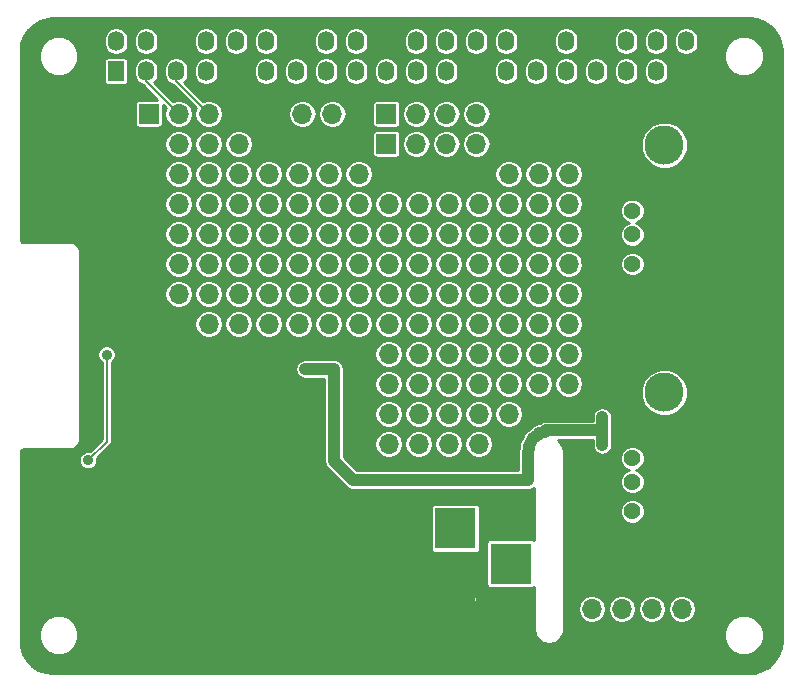
<source format=gbl>
G04 #@! TF.GenerationSoftware,KiCad,Pcbnew,(5.0.2)-1*
G04 #@! TF.CreationDate,2019-01-19T16:51:56-05:00*
G04 #@! TF.ProjectId,2019-Pi-Power,32303139-2d50-4692-9d50-6f7765722e6b,rev?*
G04 #@! TF.SameCoordinates,Original*
G04 #@! TF.FileFunction,Copper,L2,Bot*
G04 #@! TF.FilePolarity,Positive*
%FSLAX46Y46*%
G04 Gerber Fmt 4.6, Leading zero omitted, Abs format (unit mm)*
G04 Created by KiCad (PCBNEW (5.0.2)-1) date 1/19/2019 4:51:56 PM*
%MOMM*%
%LPD*%
G01*
G04 APERTURE LIST*
G04 #@! TA.AperFunction,ComponentPad*
%ADD10O,1.700000X1.700000*%
G04 #@! TD*
G04 #@! TA.AperFunction,ComponentPad*
%ADD11R,1.400000X1.700000*%
G04 #@! TD*
G04 #@! TA.AperFunction,ComponentPad*
%ADD12O,1.400000X1.700000*%
G04 #@! TD*
G04 #@! TA.AperFunction,ComponentPad*
%ADD13R,3.500000X3.500000*%
G04 #@! TD*
G04 #@! TA.AperFunction,ComponentPad*
%ADD14C,1.428000*%
G04 #@! TD*
G04 #@! TA.AperFunction,ComponentPad*
%ADD15C,3.316000*%
G04 #@! TD*
G04 #@! TA.AperFunction,ComponentPad*
%ADD16R,1.700000X1.700000*%
G04 #@! TD*
G04 #@! TA.AperFunction,ViaPad*
%ADD17C,0.900000*%
G04 #@! TD*
G04 #@! TA.AperFunction,Conductor*
%ADD18C,1.000000*%
G04 #@! TD*
G04 #@! TA.AperFunction,Conductor*
%ADD19C,0.200000*%
G04 #@! TD*
G04 #@! TA.AperFunction,Conductor*
%ADD20C,0.254000*%
G04 #@! TD*
G04 APERTURE END LIST*
D10*
G04 #@! TO.P,0,1*
G04 #@! TO.N,N/C*
X246672500Y-107455000D03*
G04 #@! TD*
G04 #@! TO.P,0,1*
G04 #@! TO.N,N/C*
X244132500Y-107455000D03*
G04 #@! TD*
G04 #@! TO.P,0,1*
G04 #@! TO.N,N/C*
X241592500Y-107455000D03*
G04 #@! TD*
G04 #@! TO.P,0,1*
G04 #@! TO.N,N/C*
X239052500Y-130315000D03*
G04 #@! TD*
G04 #@! TO.P,0,1*
G04 #@! TO.N,N/C*
X231432500Y-130315000D03*
G04 #@! TD*
G04 #@! TO.P,0,1*
G04 #@! TO.N,N/C*
X233972500Y-130315000D03*
G04 #@! TD*
G04 #@! TO.P,0,1*
G04 #@! TO.N,N/C*
X236512500Y-130315000D03*
G04 #@! TD*
G04 #@! TO.P,0,1*
G04 #@! TO.N,N/C*
X239052500Y-127775000D03*
G04 #@! TD*
G04 #@! TO.P,0,1*
G04 #@! TO.N,N/C*
X233972500Y-127775000D03*
G04 #@! TD*
G04 #@! TO.P,0,1*
G04 #@! TO.N,N/C*
X231432500Y-127775000D03*
G04 #@! TD*
G04 #@! TO.P,0,1*
G04 #@! TO.N,N/C*
X236512500Y-127775000D03*
G04 #@! TD*
G04 #@! TO.P,0,1*
G04 #@! TO.N,N/C*
X241592500Y-127775000D03*
G04 #@! TD*
G04 #@! TO.P,0,1*
G04 #@! TO.N,N/C*
X233972500Y-125235000D03*
G04 #@! TD*
G04 #@! TO.P,0,1*
G04 #@! TO.N,N/C*
X239052500Y-125235000D03*
G04 #@! TD*
G04 #@! TO.P,0,1*
G04 #@! TO.N,N/C*
X233972500Y-122695000D03*
G04 #@! TD*
G04 #@! TO.P,0,1*
G04 #@! TO.N,N/C*
X231432500Y-125235000D03*
G04 #@! TD*
G04 #@! TO.P,0,1*
G04 #@! TO.N,N/C*
X246672500Y-125235000D03*
G04 #@! TD*
G04 #@! TO.P,0,1*
G04 #@! TO.N,N/C*
X236512500Y-125235000D03*
G04 #@! TD*
G04 #@! TO.P,0,1*
G04 #@! TO.N,N/C*
X244132500Y-125235000D03*
G04 #@! TD*
G04 #@! TO.P,0,1*
G04 #@! TO.N,N/C*
X241592500Y-125235000D03*
G04 #@! TD*
G04 #@! TO.P,0,1*
G04 #@! TO.N,N/C*
X239052500Y-122695000D03*
G04 #@! TD*
G04 #@! TO.P,0,1*
G04 #@! TO.N,N/C*
X246672500Y-122695000D03*
G04 #@! TD*
G04 #@! TO.P,0,1*
G04 #@! TO.N,N/C*
X236512500Y-122695000D03*
G04 #@! TD*
G04 #@! TO.P,0,1*
G04 #@! TO.N,N/C*
X231432500Y-122695000D03*
G04 #@! TD*
G04 #@! TO.P,0,1*
G04 #@! TO.N,N/C*
X241592500Y-122695000D03*
G04 #@! TD*
G04 #@! TO.P,0,1*
G04 #@! TO.N,N/C*
X244132500Y-122695000D03*
G04 #@! TD*
G04 #@! TO.P,0,1*
G04 #@! TO.N,N/C*
X233972500Y-120155000D03*
G04 #@! TD*
G04 #@! TO.P,0,1*
G04 #@! TO.N,N/C*
X218732500Y-120155000D03*
G04 #@! TD*
G04 #@! TO.P,0,1*
G04 #@! TO.N,N/C*
X239052500Y-120155000D03*
G04 #@! TD*
G04 #@! TO.P,0,1*
G04 #@! TO.N,N/C*
X223812500Y-120155000D03*
G04 #@! TD*
G04 #@! TO.P,0,1*
G04 #@! TO.N,N/C*
X221272500Y-120155000D03*
G04 #@! TD*
G04 #@! TO.P,0,1*
G04 #@! TO.N,N/C*
X246672500Y-120155000D03*
G04 #@! TD*
G04 #@! TO.P,0,1*
G04 #@! TO.N,N/C*
X228892500Y-120155000D03*
G04 #@! TD*
G04 #@! TO.P,0,1*
G04 #@! TO.N,N/C*
X236512500Y-120155000D03*
G04 #@! TD*
G04 #@! TO.P,0,1*
G04 #@! TO.N,N/C*
X231432500Y-120155000D03*
G04 #@! TD*
G04 #@! TO.P,0,1*
G04 #@! TO.N,N/C*
X241592500Y-120155000D03*
G04 #@! TD*
G04 #@! TO.P,0,1*
G04 #@! TO.N,N/C*
X244132500Y-120155000D03*
G04 #@! TD*
G04 #@! TO.P,0,1*
G04 #@! TO.N,N/C*
X216192500Y-120155000D03*
G04 #@! TD*
G04 #@! TO.P,0,1*
G04 #@! TO.N,N/C*
X226352500Y-120155000D03*
G04 #@! TD*
G04 #@! TO.P,0,1*
G04 #@! TO.N,N/C*
X221272500Y-117615000D03*
G04 #@! TD*
G04 #@! TO.P,0,1*
G04 #@! TO.N,N/C*
X239052500Y-117615000D03*
G04 #@! TD*
G04 #@! TO.P,0,1*
G04 #@! TO.N,N/C*
X246672500Y-117615000D03*
G04 #@! TD*
G04 #@! TO.P,0,1*
G04 #@! TO.N,N/C*
X244132500Y-117615000D03*
G04 #@! TD*
G04 #@! TO.P,0,1*
G04 #@! TO.N,N/C*
X241592500Y-117615000D03*
G04 #@! TD*
G04 #@! TO.P,0,1*
G04 #@! TO.N,N/C*
X236512500Y-117615000D03*
G04 #@! TD*
G04 #@! TO.P,0,1*
G04 #@! TO.N,N/C*
X213652500Y-117615000D03*
G04 #@! TD*
G04 #@! TO.P,0,1*
G04 #@! TO.N,N/C*
X228892500Y-117615000D03*
G04 #@! TD*
G04 #@! TO.P,0,1*
G04 #@! TO.N,N/C*
X223812500Y-117615000D03*
G04 #@! TD*
G04 #@! TO.P,0,1*
G04 #@! TO.N,N/C*
X218732500Y-117615000D03*
G04 #@! TD*
G04 #@! TO.P,0,1*
G04 #@! TO.N,N/C*
X246672500Y-115075000D03*
G04 #@! TD*
G04 #@! TO.P,0,1*
G04 #@! TO.N,N/C*
X216192500Y-117615000D03*
G04 #@! TD*
G04 #@! TO.P,0,1*
G04 #@! TO.N,N/C*
X231432500Y-117615000D03*
G04 #@! TD*
G04 #@! TO.P,0,1*
G04 #@! TO.N,N/C*
X233972500Y-117615000D03*
G04 #@! TD*
G04 #@! TO.P,0,1*
G04 #@! TO.N,N/C*
X239052500Y-115075000D03*
G04 #@! TD*
G04 #@! TO.P,0,1*
G04 #@! TO.N,N/C*
X244132500Y-115075000D03*
G04 #@! TD*
G04 #@! TO.P,0,1*
G04 #@! TO.N,N/C*
X241592500Y-115075000D03*
G04 #@! TD*
G04 #@! TO.P,0,1*
G04 #@! TO.N,N/C*
X236512500Y-115075000D03*
G04 #@! TD*
G04 #@! TO.P,0,1*
G04 #@! TO.N,N/C*
X221272500Y-115075000D03*
G04 #@! TD*
G04 #@! TO.P,0,1*
G04 #@! TO.N,N/C*
X213652500Y-115075000D03*
G04 #@! TD*
G04 #@! TO.P,0,1*
G04 #@! TO.N,N/C*
X228892500Y-115075000D03*
G04 #@! TD*
G04 #@! TO.P,0,1*
G04 #@! TO.N,N/C*
X226352500Y-115075000D03*
G04 #@! TD*
G04 #@! TO.P,0,1*
G04 #@! TO.N,N/C*
X223812500Y-115075000D03*
G04 #@! TD*
G04 #@! TO.P,0,1*
G04 #@! TO.N,N/C*
X218732500Y-115075000D03*
G04 #@! TD*
G04 #@! TO.P,0,1*
G04 #@! TO.N,N/C*
X216192500Y-115075000D03*
G04 #@! TD*
G04 #@! TO.P,0,1*
G04 #@! TO.N,N/C*
X226352500Y-117615000D03*
G04 #@! TD*
G04 #@! TO.P,0,1*
G04 #@! TO.N,N/C*
X231432500Y-115075000D03*
G04 #@! TD*
G04 #@! TO.P,0,1*
G04 #@! TO.N,N/C*
X233972500Y-115075000D03*
G04 #@! TD*
G04 #@! TO.P,0,1*
G04 #@! TO.N,N/C*
X246672500Y-112535000D03*
G04 #@! TD*
G04 #@! TO.P,0,1*
G04 #@! TO.N,N/C*
X239052500Y-112535000D03*
G04 #@! TD*
G04 #@! TO.P,0,1*
G04 #@! TO.N,N/C*
X244132500Y-112535000D03*
G04 #@! TD*
G04 #@! TO.P,0,1*
G04 #@! TO.N,N/C*
X241592500Y-112535000D03*
G04 #@! TD*
G04 #@! TO.P,0,1*
G04 #@! TO.N,N/C*
X236512500Y-112535000D03*
G04 #@! TD*
G04 #@! TO.P,0,1*
G04 #@! TO.N,N/C*
X221272500Y-112535000D03*
G04 #@! TD*
G04 #@! TO.P,0,1*
G04 #@! TO.N,N/C*
X213652500Y-112535000D03*
G04 #@! TD*
G04 #@! TO.P,0,1*
G04 #@! TO.N,N/C*
X228892500Y-112535000D03*
G04 #@! TD*
G04 #@! TO.P,0,1*
G04 #@! TO.N,N/C*
X226352500Y-112535000D03*
G04 #@! TD*
G04 #@! TO.P,0,1*
G04 #@! TO.N,N/C*
X223812500Y-112535000D03*
G04 #@! TD*
G04 #@! TO.P,0,1*
G04 #@! TO.N,N/C*
X218732500Y-112535000D03*
G04 #@! TD*
G04 #@! TO.P,0,1*
G04 #@! TO.N,N/C*
X216192500Y-112535000D03*
G04 #@! TD*
G04 #@! TO.P,0,1*
G04 #@! TO.N,N/C*
X231432500Y-112535000D03*
G04 #@! TD*
G04 #@! TO.P,0,1*
G04 #@! TO.N,N/C*
X233972500Y-112535000D03*
G04 #@! TD*
G04 #@! TO.P,0,1*
G04 #@! TO.N,N/C*
X239052500Y-109995000D03*
G04 #@! TD*
G04 #@! TO.P,0,1*
G04 #@! TO.N,N/C*
X231432500Y-109995000D03*
G04 #@! TD*
G04 #@! TO.P,0,1*
G04 #@! TO.N,N/C*
X246672500Y-109995000D03*
G04 #@! TD*
G04 #@! TO.P,0,1*
G04 #@! TO.N,N/C*
X244132500Y-109995000D03*
G04 #@! TD*
G04 #@! TO.P,0,1*
G04 #@! TO.N,N/C*
X241592500Y-109995000D03*
G04 #@! TD*
G04 #@! TO.P,0,1*
G04 #@! TO.N,N/C*
X236512500Y-109995000D03*
G04 #@! TD*
G04 #@! TO.P,0,1*
G04 #@! TO.N,N/C*
X233972500Y-109995000D03*
G04 #@! TD*
G04 #@! TO.P,0,1*
G04 #@! TO.N,N/C*
X223812500Y-109995000D03*
G04 #@! TD*
G04 #@! TO.P,0,1*
G04 #@! TO.N,N/C*
X213652500Y-109995000D03*
G04 #@! TD*
G04 #@! TO.P,0,1*
G04 #@! TO.N,N/C*
X221272500Y-109995000D03*
G04 #@! TD*
G04 #@! TO.P,0,1*
G04 #@! TO.N,N/C*
X218732500Y-109995000D03*
G04 #@! TD*
G04 #@! TO.P,0,1*
G04 #@! TO.N,N/C*
X216192500Y-109995000D03*
G04 #@! TD*
G04 #@! TO.P,0,1*
G04 #@! TO.N,N/C*
X228892500Y-109995000D03*
G04 #@! TD*
G04 #@! TO.P,0,1*
G04 #@! TO.N,N/C*
X226352500Y-109995000D03*
G04 #@! TD*
G04 #@! TO.P,0,1*
G04 #@! TO.N,N/C*
X228892500Y-107455000D03*
G04 #@! TD*
G04 #@! TO.P,0,1*
G04 #@! TO.N,N/C*
X221272500Y-107455000D03*
G04 #@! TD*
G04 #@! TO.P,0,1*
G04 #@! TO.N,N/C*
X226352500Y-107455000D03*
G04 #@! TD*
G04 #@! TO.P,0,1*
G04 #@! TO.N,N/C*
X223812500Y-107455000D03*
G04 #@! TD*
G04 #@! TO.P,0,1*
G04 #@! TO.N,N/C*
X218732500Y-107455000D03*
G04 #@! TD*
G04 #@! TO.P,0,1*
G04 #@! TO.N,N/C*
X216192500Y-107455000D03*
G04 #@! TD*
G04 #@! TO.P,0,1*
G04 #@! TO.N,N/C*
X213652500Y-107455000D03*
G04 #@! TD*
G04 #@! TO.P,0,1*
G04 #@! TO.N,N/C*
X218732500Y-104915000D03*
G04 #@! TD*
G04 #@! TO.P,0,1*
G04 #@! TO.N,N/C*
X216192500Y-104915000D03*
G04 #@! TD*
D11*
G04 #@! TO.P,P1,1*
G04 #@! TO.N,+3V3*
X208370000Y-98770000D03*
D12*
G04 #@! TO.P,P1,2*
G04 #@! TO.N,+5V*
X208370000Y-96230000D03*
G04 #@! TO.P,P1,3*
G04 #@! TO.N,/GPIO2(SDA1)*
X210910000Y-98770000D03*
G04 #@! TO.P,P1,4*
G04 #@! TO.N,+5V*
X210910000Y-96230000D03*
G04 #@! TO.P,P1,5*
G04 #@! TO.N,/GPIO3(SCL1)*
X213450000Y-98770000D03*
G04 #@! TO.P,P1,6*
G04 #@! TO.N,GND*
X213450000Y-96230000D03*
G04 #@! TO.P,P1,7*
G04 #@! TO.N,/GPIO4(GCLK)*
X215990000Y-98770000D03*
G04 #@! TO.P,P1,8*
G04 #@! TO.N,/GPIO14(TXD0)*
X215990000Y-96230000D03*
G04 #@! TO.P,P1,9*
G04 #@! TO.N,GND*
X218530000Y-98770000D03*
G04 #@! TO.P,P1,10*
G04 #@! TO.N,/GPIO15(RXD0)*
X218530000Y-96230000D03*
G04 #@! TO.P,P1,11*
G04 #@! TO.N,/GPIO17(GEN0)*
X221070000Y-98770000D03*
G04 #@! TO.P,P1,12*
G04 #@! TO.N,/GPIO18(GEN1)(PWM0)*
X221070000Y-96230000D03*
G04 #@! TO.P,P1,13*
G04 #@! TO.N,/GPIO27(GEN2)*
X223610000Y-98770000D03*
G04 #@! TO.P,P1,14*
G04 #@! TO.N,GND*
X223610000Y-96230000D03*
G04 #@! TO.P,P1,15*
G04 #@! TO.N,/GPIO22(GEN3)*
X226150000Y-98770000D03*
G04 #@! TO.P,P1,16*
G04 #@! TO.N,/GPIO23(GEN4)*
X226150000Y-96230000D03*
G04 #@! TO.P,P1,17*
G04 #@! TO.N,+3V3*
X228690000Y-98770000D03*
G04 #@! TO.P,P1,18*
G04 #@! TO.N,/GPIO24(GEN5)*
X228690000Y-96230000D03*
G04 #@! TO.P,P1,19*
G04 #@! TO.N,/GPIO10(SPI0_MOSI)*
X231230000Y-98770000D03*
G04 #@! TO.P,P1,20*
G04 #@! TO.N,GND*
X231230000Y-96230000D03*
G04 #@! TO.P,P1,21*
G04 #@! TO.N,/GPIO9(SPI0_MISO)*
X233770000Y-98770000D03*
G04 #@! TO.P,P1,22*
G04 #@! TO.N,/GPIO25(GEN6)*
X233770000Y-96230000D03*
G04 #@! TO.P,P1,23*
G04 #@! TO.N,/GPIO11(SPI0_SCK)*
X236310000Y-98770000D03*
G04 #@! TO.P,P1,24*
G04 #@! TO.N,/SPI0_CE_0*
X236310000Y-96230000D03*
G04 #@! TO.P,P1,25*
G04 #@! TO.N,GND*
X238850000Y-98770000D03*
G04 #@! TO.P,P1,26*
G04 #@! TO.N,/SPI0_CE_1*
X238850000Y-96230000D03*
G04 #@! TO.P,P1,27*
G04 #@! TO.N,/ID_SD*
X241390000Y-98770000D03*
G04 #@! TO.P,P1,28*
G04 #@! TO.N,/ID_SC*
X241390000Y-96230000D03*
G04 #@! TO.P,P1,29*
G04 #@! TO.N,/GPIO5*
X243930000Y-98770000D03*
G04 #@! TO.P,P1,30*
G04 #@! TO.N,GND*
X243930000Y-96230000D03*
G04 #@! TO.P,P1,31*
G04 #@! TO.N,/GPIO6*
X246470000Y-98770000D03*
G04 #@! TO.P,P1,32*
G04 #@! TO.N,/GPIO12(PWM0)*
X246470000Y-96230000D03*
G04 #@! TO.P,P1,33*
G04 #@! TO.N,/GPIO13(PWM1)*
X249010000Y-98770000D03*
G04 #@! TO.P,P1,34*
G04 #@! TO.N,GND*
X249010000Y-96230000D03*
G04 #@! TO.P,P1,35*
G04 #@! TO.N,/GPIO19(SPI1_MISO)*
X251550000Y-98770000D03*
G04 #@! TO.P,P1,36*
G04 #@! TO.N,/GPIO16*
X251550000Y-96230000D03*
G04 #@! TO.P,P1,37*
G04 #@! TO.N,/GPIO26*
X254090000Y-98770000D03*
G04 #@! TO.P,P1,38*
G04 #@! TO.N,/GPIO20(SPI1_MOSI)*
X254090000Y-96230000D03*
G04 #@! TO.P,P1,39*
G04 #@! TO.N,GND*
X256630000Y-98770000D03*
G04 #@! TO.P,P1,40*
G04 #@! TO.N,/GPIO21(SPI1_SCK)*
X256630000Y-96230000D03*
G04 #@! TD*
D13*
G04 #@! TO.P,J1,3*
G04 #@! TO.N,Net-(J1-Pad3)*
X241784000Y-140459500D03*
G04 #@! TO.P,J1,2*
G04 #@! TO.N,GND*
X237084000Y-143459500D03*
G04 #@! TO.P,J1,1*
G04 #@! TO.N,Net-(C1-Pad1)*
X237084000Y-137459500D03*
G04 #@! TD*
D14*
G04 #@! TO.P,J2,1*
G04 #@! TO.N,+5V*
X252070000Y-136030000D03*
G04 #@! TO.P,J2,4*
G04 #@! TO.N,GND*
X252070000Y-129030000D03*
G04 #@! TO.P,J2,2*
G04 #@! TO.N,Net-(J2-Pad2)*
X252070000Y-133530000D03*
G04 #@! TO.P,J2,3*
G04 #@! TO.N,Net-(J2-Pad3)*
X252070000Y-131530000D03*
D15*
G04 #@! TO.P,J2,6*
G04 #@! TO.N,N/C*
X254770000Y-125960000D03*
G04 #@! TO.P,J2,5*
G04 #@! TO.N,GND*
X254770000Y-139100000D03*
G04 #@! TD*
G04 #@! TO.P,J3,5*
G04 #@! TO.N,GND*
X254770000Y-118160000D03*
G04 #@! TO.P,J3,6*
G04 #@! TO.N,N/C*
X254770000Y-105020000D03*
D14*
G04 #@! TO.P,J3,3*
G04 #@! TO.N,Net-(J3-Pad3)*
X252070000Y-110590000D03*
G04 #@! TO.P,J3,2*
G04 #@! TO.N,Net-(J3-Pad2)*
X252070000Y-112590000D03*
G04 #@! TO.P,J3,4*
G04 #@! TO.N,GND*
X252070000Y-108090000D03*
G04 #@! TO.P,J3,1*
G04 #@! TO.N,+5V*
X252070000Y-115090000D03*
G04 #@! TD*
D10*
G04 #@! TO.P,J4,8*
G04 #@! TO.N,+5V*
X256261000Y-144285000D03*
G04 #@! TO.P,J4,7*
G04 #@! TO.N,GND*
X256261000Y-146825000D03*
G04 #@! TO.P,J4,6*
G04 #@! TO.N,+5V*
X253721000Y-144285000D03*
G04 #@! TO.P,J4,5*
G04 #@! TO.N,GND*
X253721000Y-146825000D03*
G04 #@! TO.P,J4,4*
G04 #@! TO.N,+5V*
X251181000Y-144285000D03*
G04 #@! TO.P,J4,3*
G04 #@! TO.N,GND*
X251181000Y-146825000D03*
G04 #@! TO.P,J4,2*
G04 #@! TO.N,+5V*
X248641000Y-144285000D03*
D16*
G04 #@! TO.P,J4,1*
G04 #@! TO.N,GND*
X248641000Y-146825000D03*
G04 #@! TD*
G04 #@! TO.P,J5,1*
G04 #@! TO.N,/GPIO10(SPI0_MOSI)*
X231242000Y-102375000D03*
D10*
G04 #@! TO.P,J5,2*
G04 #@! TO.N,/GPIO9(SPI0_MISO)*
X233782000Y-102375000D03*
G04 #@! TO.P,J5,3*
G04 #@! TO.N,/GPIO11(SPI0_SCK)*
X236322000Y-102375000D03*
G04 #@! TO.P,J5,4*
G04 #@! TO.N,/SPI0_CE_0*
X238862000Y-102375000D03*
G04 #@! TD*
G04 #@! TO.P,J6,4*
G04 #@! TO.N,/SPI0_CE_1*
X238862000Y-104915000D03*
G04 #@! TO.P,J6,3*
G04 #@! TO.N,/GPIO11(SPI0_SCK)*
X236322000Y-104915000D03*
G04 #@! TO.P,J6,2*
G04 #@! TO.N,/GPIO9(SPI0_MISO)*
X233782000Y-104915000D03*
D16*
G04 #@! TO.P,J6,1*
G04 #@! TO.N,/GPIO10(SPI0_MOSI)*
X231242000Y-104915000D03*
G04 #@! TD*
D10*
G04 #@! TO.P,J7,4*
G04 #@! TO.N,GND*
X218732500Y-102375000D03*
G04 #@! TO.P,J7,3*
G04 #@! TO.N,/GPIO3(SCL1)*
X216192500Y-102375000D03*
G04 #@! TO.P,J7,2*
G04 #@! TO.N,/GPIO2(SDA1)*
X213652500Y-102375000D03*
D16*
G04 #@! TO.P,J7,1*
G04 #@! TO.N,+5V*
X211112500Y-102375000D03*
G04 #@! TD*
D10*
G04 #@! TO.P,J8,4*
G04 #@! TO.N,+3V3*
X226670000Y-102375000D03*
G04 #@! TO.P,J8,3*
G04 #@! TO.N,GND*
X226670000Y-104915000D03*
G04 #@! TO.P,J8,2*
G04 #@! TO.N,+3V3*
X224130000Y-102375000D03*
D16*
G04 #@! TO.P,J8,1*
G04 #@! TO.N,GND*
X224130000Y-104915000D03*
G04 #@! TD*
D10*
G04 #@! TO.P,0,1*
G04 #@! TO.N,N/C*
X213652500Y-104915000D03*
G04 #@! TD*
D17*
G04 #@! TO.N,+5V*
X205969000Y-131712000D03*
X224384000Y-123965000D03*
X249530000Y-129172000D03*
X249530000Y-128029000D03*
X249530000Y-130378500D03*
X225527000Y-123965000D03*
X226797000Y-123965000D03*
X207556496Y-122758500D03*
G04 #@! TO.N,GND*
X219050000Y-143015000D03*
X217780000Y-143015000D03*
X216510000Y-143015000D03*
X214224000Y-136030000D03*
X214224000Y-138316000D03*
X212827000Y-136030000D03*
X212827000Y-138316000D03*
X211430000Y-136030000D03*
X211430000Y-138316000D03*
X208636000Y-138570000D03*
X207366000Y-138570000D03*
X206096000Y-138570000D03*
X206096000Y-137300000D03*
X207366000Y-137300000D03*
X208636000Y-136030000D03*
X207366000Y-136030000D03*
X206096000Y-136030000D03*
X208636000Y-139840000D03*
X207366000Y-139840000D03*
X206096000Y-139840000D03*
X208636000Y-134760000D03*
X207366000Y-134760000D03*
X206096000Y-134760000D03*
X214224000Y-137173000D03*
X212827000Y-137173000D03*
X211430000Y-137173000D03*
G04 #@! TD*
D18*
G04 #@! TO.N,+5V*
X224384000Y-123965000D02*
X225527000Y-123965000D01*
X225527000Y-123965000D02*
X226797000Y-123965000D01*
X249530000Y-128029000D02*
X249530000Y-130378500D01*
D19*
X205969000Y-131712000D02*
X207556496Y-130124504D01*
X207556496Y-123394896D02*
X207556496Y-122758500D01*
X207556496Y-130124504D02*
X207556496Y-123394896D01*
D18*
X244767500Y-129172000D02*
X249530000Y-129172000D01*
X244707361Y-129293507D02*
X244767500Y-129233368D01*
X244767500Y-129233368D02*
X244767500Y-129172000D01*
X244076591Y-129535392D02*
X244166304Y-129401129D01*
X243617903Y-129841878D02*
X244076591Y-129535392D01*
X243586400Y-130000252D02*
X243617903Y-129841878D01*
X244166304Y-129401129D02*
X244707361Y-129293507D01*
X243279915Y-130458940D02*
X243586400Y-130000252D01*
X226797000Y-123965000D02*
X226797000Y-131775500D01*
X228384500Y-133363000D02*
X243249990Y-133363000D01*
X243249990Y-133363000D02*
X243249990Y-131227512D01*
X243311418Y-130617316D02*
X243279915Y-130458940D01*
X243249990Y-131227512D02*
X243203795Y-131158376D01*
X226797000Y-131775500D02*
X228384500Y-133363000D01*
X243203795Y-131158376D02*
X243311418Y-130617316D01*
D19*
G04 #@! TO.N,/GPIO2(SDA1)*
X210910000Y-99632500D02*
X210910000Y-98770000D01*
X213652500Y-102375000D02*
X210910000Y-99632500D01*
G04 #@! TO.N,/GPIO3(SCL1)*
X213450000Y-99632500D02*
X213450000Y-98770000D01*
X216192500Y-102375000D02*
X213450000Y-99632500D01*
G04 #@! TD*
D20*
G04 #@! TO.N,GND*
G36*
X262625994Y-94351859D02*
X263218407Y-94566895D01*
X263745462Y-94912448D01*
X264178889Y-95369983D01*
X264495435Y-95914957D01*
X264679218Y-96521763D01*
X264723001Y-97012344D01*
X264723000Y-146983910D01*
X264648141Y-147625993D01*
X264433106Y-148218405D01*
X264087552Y-148745463D01*
X263630019Y-149178888D01*
X263085043Y-149495435D01*
X262478241Y-149679218D01*
X261987668Y-149723000D01*
X203016090Y-149723000D01*
X202374007Y-149648141D01*
X201781595Y-149433106D01*
X201254537Y-149087552D01*
X200821112Y-148630019D01*
X200504565Y-148085043D01*
X200320782Y-147478241D01*
X200277000Y-146987668D01*
X200277000Y-146166424D01*
X201823000Y-146166424D01*
X201823000Y-146833576D01*
X202078308Y-147449944D01*
X202550056Y-147921692D01*
X203166424Y-148177000D01*
X203833576Y-148177000D01*
X204449944Y-147921692D01*
X204921692Y-147449944D01*
X205177000Y-146833576D01*
X205177000Y-146166424D01*
X204921692Y-145550056D01*
X204449944Y-145078308D01*
X203833576Y-144823000D01*
X203166424Y-144823000D01*
X202550056Y-145078308D01*
X202078308Y-145550056D01*
X201823000Y-146166424D01*
X200277000Y-146166424D01*
X200277000Y-143405460D01*
X235288322Y-143405460D01*
X235288322Y-143513540D01*
X235326991Y-143707938D01*
X235326991Y-143707944D01*
X235350488Y-143764669D01*
X235368351Y-143807796D01*
X235368354Y-143807799D01*
X235478473Y-143972603D01*
X235554897Y-144049027D01*
X235719701Y-144159146D01*
X235719704Y-144159149D01*
X235790310Y-144188395D01*
X235819556Y-144200509D01*
X235819557Y-144200509D01*
X236013961Y-144239178D01*
X236013965Y-144239178D01*
X236040721Y-144244500D01*
X238127279Y-144244500D01*
X238154035Y-144239178D01*
X238154040Y-144239178D01*
X238348438Y-144200509D01*
X238348444Y-144200509D01*
X238406936Y-144176280D01*
X238448296Y-144159149D01*
X238448299Y-144159146D01*
X238613103Y-144049027D01*
X238689527Y-143972603D01*
X238799646Y-143807799D01*
X238799649Y-143807796D01*
X238841009Y-143707943D01*
X238879678Y-143513539D01*
X238879678Y-143405459D01*
X238841009Y-143211057D01*
X238799649Y-143111204D01*
X238799646Y-143111201D01*
X238689527Y-142946397D01*
X238613103Y-142869973D01*
X238448299Y-142759854D01*
X238448296Y-142759851D01*
X238406936Y-142742720D01*
X238348444Y-142718491D01*
X238348438Y-142718491D01*
X238154040Y-142679822D01*
X238154035Y-142679822D01*
X238127279Y-142674500D01*
X236040721Y-142674500D01*
X236013965Y-142679822D01*
X236013961Y-142679822D01*
X235819557Y-142718491D01*
X235819556Y-142718491D01*
X235790310Y-142730605D01*
X235719704Y-142759851D01*
X235719701Y-142759854D01*
X235554897Y-142869973D01*
X235478473Y-142946397D01*
X235368354Y-143111201D01*
X235368351Y-143111204D01*
X235354741Y-143144062D01*
X235326991Y-143211056D01*
X235326991Y-143211062D01*
X235288322Y-143405460D01*
X200277000Y-143405460D01*
X200277000Y-135709500D01*
X235000594Y-135709500D01*
X235000594Y-139209500D01*
X235025973Y-139337089D01*
X235098246Y-139445254D01*
X235206411Y-139517527D01*
X235334000Y-139542906D01*
X238834000Y-139542906D01*
X238961589Y-139517527D01*
X239069754Y-139445254D01*
X239142027Y-139337089D01*
X239167406Y-139209500D01*
X239167406Y-135709500D01*
X239142027Y-135581911D01*
X239069754Y-135473746D01*
X238961589Y-135401473D01*
X238834000Y-135376094D01*
X235334000Y-135376094D01*
X235206411Y-135401473D01*
X235098246Y-135473746D01*
X235025973Y-135581911D01*
X235000594Y-135709500D01*
X200277000Y-135709500D01*
X200277000Y-131557445D01*
X205192000Y-131557445D01*
X205192000Y-131866555D01*
X205310291Y-132152135D01*
X205528865Y-132370709D01*
X205814445Y-132489000D01*
X206123555Y-132489000D01*
X206409135Y-132370709D01*
X206627709Y-132152135D01*
X206746000Y-131866555D01*
X206746000Y-131557445D01*
X206740559Y-131544310D01*
X207828695Y-130456175D01*
X207864346Y-130432354D01*
X207958721Y-130291111D01*
X207983496Y-130166558D01*
X207983496Y-130166557D01*
X207991861Y-130124505D01*
X207983496Y-130082452D01*
X207983496Y-123965000D01*
X223540799Y-123965000D01*
X223604984Y-124287679D01*
X223787767Y-124561233D01*
X224061321Y-124744016D01*
X224302552Y-124792000D01*
X225970000Y-124792000D01*
X225970001Y-131694051D01*
X225953800Y-131775500D01*
X226017984Y-132098178D01*
X226017985Y-132098179D01*
X226200768Y-132371733D01*
X226269817Y-132417870D01*
X227742130Y-133890184D01*
X227788267Y-133959233D01*
X228061821Y-134142016D01*
X228303052Y-134190000D01*
X228303056Y-134190000D01*
X228384499Y-134206200D01*
X228465942Y-134190000D01*
X243168542Y-134190000D01*
X243249990Y-134206201D01*
X243331437Y-134190000D01*
X243331438Y-134190000D01*
X243572669Y-134142016D01*
X243723001Y-134041567D01*
X243723001Y-138442507D01*
X243661589Y-138401473D01*
X243534000Y-138376094D01*
X240034000Y-138376094D01*
X239906411Y-138401473D01*
X239798246Y-138473746D01*
X239725973Y-138581911D01*
X239700594Y-138709500D01*
X239700594Y-142209500D01*
X239725973Y-142337089D01*
X239798246Y-142445254D01*
X239906411Y-142517527D01*
X240034000Y-142542906D01*
X243534000Y-142542906D01*
X243661589Y-142517527D01*
X243723000Y-142476494D01*
X243723000Y-146027278D01*
X243728322Y-146054034D01*
X243728322Y-146054040D01*
X243804442Y-146436723D01*
X243845802Y-146536575D01*
X243845803Y-146536576D01*
X244062575Y-146860998D01*
X244062576Y-146861001D01*
X244100788Y-146899212D01*
X244138999Y-146937424D01*
X244139002Y-146937425D01*
X244463421Y-147154195D01*
X244463424Y-147154198D01*
X244563277Y-147195558D01*
X244945960Y-147271678D01*
X245054040Y-147271678D01*
X245436723Y-147195558D01*
X245536575Y-147154198D01*
X245536576Y-147154197D01*
X245860998Y-146937425D01*
X245861001Y-146937424D01*
X245899212Y-146899212D01*
X245937424Y-146861001D01*
X245937425Y-146860998D01*
X246154195Y-146536579D01*
X246154198Y-146536576D01*
X246195558Y-146436723D01*
X246249323Y-146166424D01*
X259823000Y-146166424D01*
X259823000Y-146833576D01*
X260078308Y-147449944D01*
X260550056Y-147921692D01*
X261166424Y-148177000D01*
X261833576Y-148177000D01*
X262449944Y-147921692D01*
X262921692Y-147449944D01*
X263177000Y-146833576D01*
X263177000Y-146166424D01*
X262921692Y-145550056D01*
X262449944Y-145078308D01*
X261833576Y-144823000D01*
X261166424Y-144823000D01*
X260550056Y-145078308D01*
X260078308Y-145550056D01*
X259823000Y-146166424D01*
X246249323Y-146166424D01*
X246271678Y-146054040D01*
X246271678Y-146054035D01*
X246277000Y-146027279D01*
X246277000Y-144285000D01*
X247440942Y-144285000D01*
X247532291Y-144744242D01*
X247792431Y-145133569D01*
X248181758Y-145393709D01*
X248525080Y-145462000D01*
X248756920Y-145462000D01*
X249100242Y-145393709D01*
X249489569Y-145133569D01*
X249749709Y-144744242D01*
X249841058Y-144285000D01*
X249980942Y-144285000D01*
X250072291Y-144744242D01*
X250332431Y-145133569D01*
X250721758Y-145393709D01*
X251065080Y-145462000D01*
X251296920Y-145462000D01*
X251640242Y-145393709D01*
X252029569Y-145133569D01*
X252289709Y-144744242D01*
X252381058Y-144285000D01*
X252520942Y-144285000D01*
X252612291Y-144744242D01*
X252872431Y-145133569D01*
X253261758Y-145393709D01*
X253605080Y-145462000D01*
X253836920Y-145462000D01*
X254180242Y-145393709D01*
X254569569Y-145133569D01*
X254829709Y-144744242D01*
X254921058Y-144285000D01*
X255060942Y-144285000D01*
X255152291Y-144744242D01*
X255412431Y-145133569D01*
X255801758Y-145393709D01*
X256145080Y-145462000D01*
X256376920Y-145462000D01*
X256720242Y-145393709D01*
X257109569Y-145133569D01*
X257369709Y-144744242D01*
X257461058Y-144285000D01*
X257369709Y-143825758D01*
X257109569Y-143436431D01*
X256720242Y-143176291D01*
X256376920Y-143108000D01*
X256145080Y-143108000D01*
X255801758Y-143176291D01*
X255412431Y-143436431D01*
X255152291Y-143825758D01*
X255060942Y-144285000D01*
X254921058Y-144285000D01*
X254829709Y-143825758D01*
X254569569Y-143436431D01*
X254180242Y-143176291D01*
X253836920Y-143108000D01*
X253605080Y-143108000D01*
X253261758Y-143176291D01*
X252872431Y-143436431D01*
X252612291Y-143825758D01*
X252520942Y-144285000D01*
X252381058Y-144285000D01*
X252289709Y-143825758D01*
X252029569Y-143436431D01*
X251640242Y-143176291D01*
X251296920Y-143108000D01*
X251065080Y-143108000D01*
X250721758Y-143176291D01*
X250332431Y-143436431D01*
X250072291Y-143825758D01*
X249980942Y-144285000D01*
X249841058Y-144285000D01*
X249749709Y-143825758D01*
X249489569Y-143436431D01*
X249100242Y-143176291D01*
X248756920Y-143108000D01*
X248525080Y-143108000D01*
X248181758Y-143176291D01*
X247792431Y-143436431D01*
X247532291Y-143825758D01*
X247440942Y-144285000D01*
X246277000Y-144285000D01*
X246277000Y-135822932D01*
X251029000Y-135822932D01*
X251029000Y-136237068D01*
X251187483Y-136619679D01*
X251480321Y-136912517D01*
X251862932Y-137071000D01*
X252277068Y-137071000D01*
X252659679Y-136912517D01*
X252952517Y-136619679D01*
X253111000Y-136237068D01*
X253111000Y-135822932D01*
X252952517Y-135440321D01*
X252659679Y-135147483D01*
X252277068Y-134989000D01*
X251862932Y-134989000D01*
X251480321Y-135147483D01*
X251187483Y-135440321D01*
X251029000Y-135822932D01*
X246277000Y-135822932D01*
X246277000Y-131322932D01*
X251029000Y-131322932D01*
X251029000Y-131737068D01*
X251187483Y-132119679D01*
X251480321Y-132412517D01*
X251763949Y-132530000D01*
X251480321Y-132647483D01*
X251187483Y-132940321D01*
X251029000Y-133322932D01*
X251029000Y-133737068D01*
X251187483Y-134119679D01*
X251480321Y-134412517D01*
X251862932Y-134571000D01*
X252277068Y-134571000D01*
X252659679Y-134412517D01*
X252952517Y-134119679D01*
X253111000Y-133737068D01*
X253111000Y-133322932D01*
X252952517Y-132940321D01*
X252659679Y-132647483D01*
X252376051Y-132530000D01*
X252659679Y-132412517D01*
X252952517Y-132119679D01*
X253111000Y-131737068D01*
X253111000Y-131322932D01*
X252952517Y-130940321D01*
X252659679Y-130647483D01*
X252277068Y-130489000D01*
X251862932Y-130489000D01*
X251480321Y-130647483D01*
X251187483Y-130940321D01*
X251029000Y-131322932D01*
X246277000Y-131322932D01*
X246277000Y-130972721D01*
X246271678Y-130945965D01*
X246271678Y-130945960D01*
X246195558Y-130563277D01*
X246154198Y-130463424D01*
X246154195Y-130463421D01*
X245937424Y-130139000D01*
X245937424Y-130138999D01*
X245899212Y-130100788D01*
X245861001Y-130062576D01*
X245860998Y-130062575D01*
X245765852Y-129999000D01*
X248703001Y-129999000D01*
X248703001Y-130459948D01*
X248750985Y-130701179D01*
X248933768Y-130974733D01*
X249207322Y-131157516D01*
X249530000Y-131221701D01*
X249852679Y-131157516D01*
X250126233Y-130974733D01*
X250309016Y-130701179D01*
X250357000Y-130459948D01*
X250357000Y-129253448D01*
X250373201Y-129172000D01*
X250357000Y-129090552D01*
X250357000Y-127947552D01*
X250309016Y-127706321D01*
X250126233Y-127432767D01*
X249852678Y-127249984D01*
X249530000Y-127185799D01*
X249207321Y-127249984D01*
X248933767Y-127432767D01*
X248750984Y-127706322D01*
X248703000Y-127947553D01*
X248703000Y-128345000D01*
X244848948Y-128345000D01*
X244767500Y-128328799D01*
X244686053Y-128345000D01*
X244686052Y-128345000D01*
X244444821Y-128392984D01*
X244211386Y-128548960D01*
X244084846Y-128574131D01*
X244001810Y-128574130D01*
X243925091Y-128605907D01*
X243925083Y-128605909D01*
X243735529Y-128684425D01*
X243697852Y-128700031D01*
X243697851Y-128700032D01*
X243697848Y-128700033D01*
X243465209Y-128932671D01*
X243455696Y-128955637D01*
X243226170Y-129109002D01*
X243149448Y-129140781D01*
X242916809Y-129373419D01*
X242916808Y-129373421D01*
X242916807Y-129373422D01*
X242875529Y-129473075D01*
X242822684Y-129600653D01*
X242822683Y-129600657D01*
X242790904Y-129677379D01*
X242790904Y-129702237D01*
X242637540Y-129931763D01*
X242578820Y-129990483D01*
X242547040Y-130067206D01*
X242538126Y-130088727D01*
X242452916Y-130294440D01*
X242452916Y-130540396D01*
X242452917Y-130540400D01*
X242452917Y-130623440D01*
X242462430Y-130646407D01*
X242408575Y-130917156D01*
X242376797Y-130993875D01*
X242376797Y-131076917D01*
X242376796Y-131076921D01*
X242376796Y-131322874D01*
X242422991Y-131434399D01*
X242422990Y-132536000D01*
X228727054Y-132536000D01*
X227624000Y-131432947D01*
X227624000Y-130315000D01*
X230232442Y-130315000D01*
X230323791Y-130774242D01*
X230583931Y-131163569D01*
X230973258Y-131423709D01*
X231316580Y-131492000D01*
X231548420Y-131492000D01*
X231891742Y-131423709D01*
X232281069Y-131163569D01*
X232541209Y-130774242D01*
X232632558Y-130315000D01*
X232772442Y-130315000D01*
X232863791Y-130774242D01*
X233123931Y-131163569D01*
X233513258Y-131423709D01*
X233856580Y-131492000D01*
X234088420Y-131492000D01*
X234431742Y-131423709D01*
X234821069Y-131163569D01*
X235081209Y-130774242D01*
X235172558Y-130315000D01*
X235312442Y-130315000D01*
X235403791Y-130774242D01*
X235663931Y-131163569D01*
X236053258Y-131423709D01*
X236396580Y-131492000D01*
X236628420Y-131492000D01*
X236971742Y-131423709D01*
X237361069Y-131163569D01*
X237621209Y-130774242D01*
X237712558Y-130315000D01*
X237852442Y-130315000D01*
X237943791Y-130774242D01*
X238203931Y-131163569D01*
X238593258Y-131423709D01*
X238936580Y-131492000D01*
X239168420Y-131492000D01*
X239511742Y-131423709D01*
X239901069Y-131163569D01*
X240161209Y-130774242D01*
X240252558Y-130315000D01*
X240161209Y-129855758D01*
X239901069Y-129466431D01*
X239511742Y-129206291D01*
X239168420Y-129138000D01*
X238936580Y-129138000D01*
X238593258Y-129206291D01*
X238203931Y-129466431D01*
X237943791Y-129855758D01*
X237852442Y-130315000D01*
X237712558Y-130315000D01*
X237621209Y-129855758D01*
X237361069Y-129466431D01*
X236971742Y-129206291D01*
X236628420Y-129138000D01*
X236396580Y-129138000D01*
X236053258Y-129206291D01*
X235663931Y-129466431D01*
X235403791Y-129855758D01*
X235312442Y-130315000D01*
X235172558Y-130315000D01*
X235081209Y-129855758D01*
X234821069Y-129466431D01*
X234431742Y-129206291D01*
X234088420Y-129138000D01*
X233856580Y-129138000D01*
X233513258Y-129206291D01*
X233123931Y-129466431D01*
X232863791Y-129855758D01*
X232772442Y-130315000D01*
X232632558Y-130315000D01*
X232541209Y-129855758D01*
X232281069Y-129466431D01*
X231891742Y-129206291D01*
X231548420Y-129138000D01*
X231316580Y-129138000D01*
X230973258Y-129206291D01*
X230583931Y-129466431D01*
X230323791Y-129855758D01*
X230232442Y-130315000D01*
X227624000Y-130315000D01*
X227624000Y-127775000D01*
X230232442Y-127775000D01*
X230323791Y-128234242D01*
X230583931Y-128623569D01*
X230973258Y-128883709D01*
X231316580Y-128952000D01*
X231548420Y-128952000D01*
X231891742Y-128883709D01*
X232281069Y-128623569D01*
X232541209Y-128234242D01*
X232632558Y-127775000D01*
X232772442Y-127775000D01*
X232863791Y-128234242D01*
X233123931Y-128623569D01*
X233513258Y-128883709D01*
X233856580Y-128952000D01*
X234088420Y-128952000D01*
X234431742Y-128883709D01*
X234821069Y-128623569D01*
X235081209Y-128234242D01*
X235172558Y-127775000D01*
X235312442Y-127775000D01*
X235403791Y-128234242D01*
X235663931Y-128623569D01*
X236053258Y-128883709D01*
X236396580Y-128952000D01*
X236628420Y-128952000D01*
X236971742Y-128883709D01*
X237361069Y-128623569D01*
X237621209Y-128234242D01*
X237712558Y-127775000D01*
X237852442Y-127775000D01*
X237943791Y-128234242D01*
X238203931Y-128623569D01*
X238593258Y-128883709D01*
X238936580Y-128952000D01*
X239168420Y-128952000D01*
X239511742Y-128883709D01*
X239901069Y-128623569D01*
X240161209Y-128234242D01*
X240252558Y-127775000D01*
X240392442Y-127775000D01*
X240483791Y-128234242D01*
X240743931Y-128623569D01*
X241133258Y-128883709D01*
X241476580Y-128952000D01*
X241708420Y-128952000D01*
X242051742Y-128883709D01*
X242441069Y-128623569D01*
X242701209Y-128234242D01*
X242792558Y-127775000D01*
X242701209Y-127315758D01*
X242441069Y-126926431D01*
X242051742Y-126666291D01*
X241708420Y-126598000D01*
X241476580Y-126598000D01*
X241133258Y-126666291D01*
X240743931Y-126926431D01*
X240483791Y-127315758D01*
X240392442Y-127775000D01*
X240252558Y-127775000D01*
X240161209Y-127315758D01*
X239901069Y-126926431D01*
X239511742Y-126666291D01*
X239168420Y-126598000D01*
X238936580Y-126598000D01*
X238593258Y-126666291D01*
X238203931Y-126926431D01*
X237943791Y-127315758D01*
X237852442Y-127775000D01*
X237712558Y-127775000D01*
X237621209Y-127315758D01*
X237361069Y-126926431D01*
X236971742Y-126666291D01*
X236628420Y-126598000D01*
X236396580Y-126598000D01*
X236053258Y-126666291D01*
X235663931Y-126926431D01*
X235403791Y-127315758D01*
X235312442Y-127775000D01*
X235172558Y-127775000D01*
X235081209Y-127315758D01*
X234821069Y-126926431D01*
X234431742Y-126666291D01*
X234088420Y-126598000D01*
X233856580Y-126598000D01*
X233513258Y-126666291D01*
X233123931Y-126926431D01*
X232863791Y-127315758D01*
X232772442Y-127775000D01*
X232632558Y-127775000D01*
X232541209Y-127315758D01*
X232281069Y-126926431D01*
X231891742Y-126666291D01*
X231548420Y-126598000D01*
X231316580Y-126598000D01*
X230973258Y-126666291D01*
X230583931Y-126926431D01*
X230323791Y-127315758D01*
X230232442Y-127775000D01*
X227624000Y-127775000D01*
X227624000Y-125235000D01*
X230232442Y-125235000D01*
X230323791Y-125694242D01*
X230583931Y-126083569D01*
X230973258Y-126343709D01*
X231316580Y-126412000D01*
X231548420Y-126412000D01*
X231891742Y-126343709D01*
X232281069Y-126083569D01*
X232541209Y-125694242D01*
X232632558Y-125235000D01*
X232772442Y-125235000D01*
X232863791Y-125694242D01*
X233123931Y-126083569D01*
X233513258Y-126343709D01*
X233856580Y-126412000D01*
X234088420Y-126412000D01*
X234431742Y-126343709D01*
X234821069Y-126083569D01*
X235081209Y-125694242D01*
X235172558Y-125235000D01*
X235312442Y-125235000D01*
X235403791Y-125694242D01*
X235663931Y-126083569D01*
X236053258Y-126343709D01*
X236396580Y-126412000D01*
X236628420Y-126412000D01*
X236971742Y-126343709D01*
X237361069Y-126083569D01*
X237621209Y-125694242D01*
X237712558Y-125235000D01*
X237852442Y-125235000D01*
X237943791Y-125694242D01*
X238203931Y-126083569D01*
X238593258Y-126343709D01*
X238936580Y-126412000D01*
X239168420Y-126412000D01*
X239511742Y-126343709D01*
X239901069Y-126083569D01*
X240161209Y-125694242D01*
X240252558Y-125235000D01*
X240392442Y-125235000D01*
X240483791Y-125694242D01*
X240743931Y-126083569D01*
X241133258Y-126343709D01*
X241476580Y-126412000D01*
X241708420Y-126412000D01*
X242051742Y-126343709D01*
X242441069Y-126083569D01*
X242701209Y-125694242D01*
X242792558Y-125235000D01*
X242932442Y-125235000D01*
X243023791Y-125694242D01*
X243283931Y-126083569D01*
X243673258Y-126343709D01*
X244016580Y-126412000D01*
X244248420Y-126412000D01*
X244591742Y-126343709D01*
X244981069Y-126083569D01*
X245241209Y-125694242D01*
X245332558Y-125235000D01*
X245472442Y-125235000D01*
X245563791Y-125694242D01*
X245823931Y-126083569D01*
X246213258Y-126343709D01*
X246556580Y-126412000D01*
X246788420Y-126412000D01*
X247131742Y-126343709D01*
X247521069Y-126083569D01*
X247781209Y-125694242D01*
X247806885Y-125565159D01*
X252785000Y-125565159D01*
X252785000Y-126354841D01*
X253087199Y-127084412D01*
X253645588Y-127642801D01*
X254375159Y-127945000D01*
X255164841Y-127945000D01*
X255894412Y-127642801D01*
X256452801Y-127084412D01*
X256755000Y-126354841D01*
X256755000Y-125565159D01*
X256452801Y-124835588D01*
X255894412Y-124277199D01*
X255164841Y-123975000D01*
X254375159Y-123975000D01*
X253645588Y-124277199D01*
X253087199Y-124835588D01*
X252785000Y-125565159D01*
X247806885Y-125565159D01*
X247872558Y-125235000D01*
X247781209Y-124775758D01*
X247521069Y-124386431D01*
X247131742Y-124126291D01*
X246788420Y-124058000D01*
X246556580Y-124058000D01*
X246213258Y-124126291D01*
X245823931Y-124386431D01*
X245563791Y-124775758D01*
X245472442Y-125235000D01*
X245332558Y-125235000D01*
X245241209Y-124775758D01*
X244981069Y-124386431D01*
X244591742Y-124126291D01*
X244248420Y-124058000D01*
X244016580Y-124058000D01*
X243673258Y-124126291D01*
X243283931Y-124386431D01*
X243023791Y-124775758D01*
X242932442Y-125235000D01*
X242792558Y-125235000D01*
X242701209Y-124775758D01*
X242441069Y-124386431D01*
X242051742Y-124126291D01*
X241708420Y-124058000D01*
X241476580Y-124058000D01*
X241133258Y-124126291D01*
X240743931Y-124386431D01*
X240483791Y-124775758D01*
X240392442Y-125235000D01*
X240252558Y-125235000D01*
X240161209Y-124775758D01*
X239901069Y-124386431D01*
X239511742Y-124126291D01*
X239168420Y-124058000D01*
X238936580Y-124058000D01*
X238593258Y-124126291D01*
X238203931Y-124386431D01*
X237943791Y-124775758D01*
X237852442Y-125235000D01*
X237712558Y-125235000D01*
X237621209Y-124775758D01*
X237361069Y-124386431D01*
X236971742Y-124126291D01*
X236628420Y-124058000D01*
X236396580Y-124058000D01*
X236053258Y-124126291D01*
X235663931Y-124386431D01*
X235403791Y-124775758D01*
X235312442Y-125235000D01*
X235172558Y-125235000D01*
X235081209Y-124775758D01*
X234821069Y-124386431D01*
X234431742Y-124126291D01*
X234088420Y-124058000D01*
X233856580Y-124058000D01*
X233513258Y-124126291D01*
X233123931Y-124386431D01*
X232863791Y-124775758D01*
X232772442Y-125235000D01*
X232632558Y-125235000D01*
X232541209Y-124775758D01*
X232281069Y-124386431D01*
X231891742Y-124126291D01*
X231548420Y-124058000D01*
X231316580Y-124058000D01*
X230973258Y-124126291D01*
X230583931Y-124386431D01*
X230323791Y-124775758D01*
X230232442Y-125235000D01*
X227624000Y-125235000D01*
X227624000Y-124046448D01*
X227640201Y-123965000D01*
X227576016Y-123642321D01*
X227393233Y-123368767D01*
X227119679Y-123185984D01*
X226878448Y-123138000D01*
X226878447Y-123138000D01*
X226797000Y-123121799D01*
X226715552Y-123138000D01*
X224302552Y-123138000D01*
X224061321Y-123185984D01*
X223787767Y-123368767D01*
X223604984Y-123642321D01*
X223540799Y-123965000D01*
X207983496Y-123965000D01*
X207983496Y-123422650D01*
X207996631Y-123417209D01*
X208215205Y-123198635D01*
X208333496Y-122913055D01*
X208333496Y-122695000D01*
X230232442Y-122695000D01*
X230323791Y-123154242D01*
X230583931Y-123543569D01*
X230973258Y-123803709D01*
X231316580Y-123872000D01*
X231548420Y-123872000D01*
X231891742Y-123803709D01*
X232281069Y-123543569D01*
X232541209Y-123154242D01*
X232632558Y-122695000D01*
X232772442Y-122695000D01*
X232863791Y-123154242D01*
X233123931Y-123543569D01*
X233513258Y-123803709D01*
X233856580Y-123872000D01*
X234088420Y-123872000D01*
X234431742Y-123803709D01*
X234821069Y-123543569D01*
X235081209Y-123154242D01*
X235172558Y-122695000D01*
X235312442Y-122695000D01*
X235403791Y-123154242D01*
X235663931Y-123543569D01*
X236053258Y-123803709D01*
X236396580Y-123872000D01*
X236628420Y-123872000D01*
X236971742Y-123803709D01*
X237361069Y-123543569D01*
X237621209Y-123154242D01*
X237712558Y-122695000D01*
X237852442Y-122695000D01*
X237943791Y-123154242D01*
X238203931Y-123543569D01*
X238593258Y-123803709D01*
X238936580Y-123872000D01*
X239168420Y-123872000D01*
X239511742Y-123803709D01*
X239901069Y-123543569D01*
X240161209Y-123154242D01*
X240252558Y-122695000D01*
X240392442Y-122695000D01*
X240483791Y-123154242D01*
X240743931Y-123543569D01*
X241133258Y-123803709D01*
X241476580Y-123872000D01*
X241708420Y-123872000D01*
X242051742Y-123803709D01*
X242441069Y-123543569D01*
X242701209Y-123154242D01*
X242792558Y-122695000D01*
X242932442Y-122695000D01*
X243023791Y-123154242D01*
X243283931Y-123543569D01*
X243673258Y-123803709D01*
X244016580Y-123872000D01*
X244248420Y-123872000D01*
X244591742Y-123803709D01*
X244981069Y-123543569D01*
X245241209Y-123154242D01*
X245332558Y-122695000D01*
X245472442Y-122695000D01*
X245563791Y-123154242D01*
X245823931Y-123543569D01*
X246213258Y-123803709D01*
X246556580Y-123872000D01*
X246788420Y-123872000D01*
X247131742Y-123803709D01*
X247521069Y-123543569D01*
X247781209Y-123154242D01*
X247872558Y-122695000D01*
X247781209Y-122235758D01*
X247521069Y-121846431D01*
X247131742Y-121586291D01*
X246788420Y-121518000D01*
X246556580Y-121518000D01*
X246213258Y-121586291D01*
X245823931Y-121846431D01*
X245563791Y-122235758D01*
X245472442Y-122695000D01*
X245332558Y-122695000D01*
X245241209Y-122235758D01*
X244981069Y-121846431D01*
X244591742Y-121586291D01*
X244248420Y-121518000D01*
X244016580Y-121518000D01*
X243673258Y-121586291D01*
X243283931Y-121846431D01*
X243023791Y-122235758D01*
X242932442Y-122695000D01*
X242792558Y-122695000D01*
X242701209Y-122235758D01*
X242441069Y-121846431D01*
X242051742Y-121586291D01*
X241708420Y-121518000D01*
X241476580Y-121518000D01*
X241133258Y-121586291D01*
X240743931Y-121846431D01*
X240483791Y-122235758D01*
X240392442Y-122695000D01*
X240252558Y-122695000D01*
X240161209Y-122235758D01*
X239901069Y-121846431D01*
X239511742Y-121586291D01*
X239168420Y-121518000D01*
X238936580Y-121518000D01*
X238593258Y-121586291D01*
X238203931Y-121846431D01*
X237943791Y-122235758D01*
X237852442Y-122695000D01*
X237712558Y-122695000D01*
X237621209Y-122235758D01*
X237361069Y-121846431D01*
X236971742Y-121586291D01*
X236628420Y-121518000D01*
X236396580Y-121518000D01*
X236053258Y-121586291D01*
X235663931Y-121846431D01*
X235403791Y-122235758D01*
X235312442Y-122695000D01*
X235172558Y-122695000D01*
X235081209Y-122235758D01*
X234821069Y-121846431D01*
X234431742Y-121586291D01*
X234088420Y-121518000D01*
X233856580Y-121518000D01*
X233513258Y-121586291D01*
X233123931Y-121846431D01*
X232863791Y-122235758D01*
X232772442Y-122695000D01*
X232632558Y-122695000D01*
X232541209Y-122235758D01*
X232281069Y-121846431D01*
X231891742Y-121586291D01*
X231548420Y-121518000D01*
X231316580Y-121518000D01*
X230973258Y-121586291D01*
X230583931Y-121846431D01*
X230323791Y-122235758D01*
X230232442Y-122695000D01*
X208333496Y-122695000D01*
X208333496Y-122603945D01*
X208215205Y-122318365D01*
X207996631Y-122099791D01*
X207711051Y-121981500D01*
X207401941Y-121981500D01*
X207116361Y-122099791D01*
X206897787Y-122318365D01*
X206779496Y-122603945D01*
X206779496Y-122913055D01*
X206897787Y-123198635D01*
X207116361Y-123417209D01*
X207129496Y-123422650D01*
X207129496Y-123436949D01*
X207129497Y-123436954D01*
X207129496Y-129947634D01*
X206136690Y-130940441D01*
X206123555Y-130935000D01*
X205814445Y-130935000D01*
X205528865Y-131053291D01*
X205310291Y-131271865D01*
X205192000Y-131557445D01*
X200277000Y-131557445D01*
X200277000Y-131027284D01*
X200298989Y-130916737D01*
X200346152Y-130846152D01*
X200416843Y-130798918D01*
X200526533Y-130777000D01*
X204527279Y-130777000D01*
X204554035Y-130771678D01*
X204554040Y-130771678D01*
X204745382Y-130733618D01*
X204845235Y-130692258D01*
X204845239Y-130692254D01*
X205007442Y-130583872D01*
X205007445Y-130583871D01*
X205083871Y-130507445D01*
X205083872Y-130507442D01*
X205192256Y-130345236D01*
X205192258Y-130345234D01*
X205233618Y-130245382D01*
X205271678Y-130054039D01*
X205271678Y-130054035D01*
X205277000Y-130027279D01*
X205277000Y-120155000D01*
X214992442Y-120155000D01*
X215083791Y-120614242D01*
X215343931Y-121003569D01*
X215733258Y-121263709D01*
X216076580Y-121332000D01*
X216308420Y-121332000D01*
X216651742Y-121263709D01*
X217041069Y-121003569D01*
X217301209Y-120614242D01*
X217392558Y-120155000D01*
X217532442Y-120155000D01*
X217623791Y-120614242D01*
X217883931Y-121003569D01*
X218273258Y-121263709D01*
X218616580Y-121332000D01*
X218848420Y-121332000D01*
X219191742Y-121263709D01*
X219581069Y-121003569D01*
X219841209Y-120614242D01*
X219932558Y-120155000D01*
X220072442Y-120155000D01*
X220163791Y-120614242D01*
X220423931Y-121003569D01*
X220813258Y-121263709D01*
X221156580Y-121332000D01*
X221388420Y-121332000D01*
X221731742Y-121263709D01*
X222121069Y-121003569D01*
X222381209Y-120614242D01*
X222472558Y-120155000D01*
X222612442Y-120155000D01*
X222703791Y-120614242D01*
X222963931Y-121003569D01*
X223353258Y-121263709D01*
X223696580Y-121332000D01*
X223928420Y-121332000D01*
X224271742Y-121263709D01*
X224661069Y-121003569D01*
X224921209Y-120614242D01*
X225012558Y-120155000D01*
X225152442Y-120155000D01*
X225243791Y-120614242D01*
X225503931Y-121003569D01*
X225893258Y-121263709D01*
X226236580Y-121332000D01*
X226468420Y-121332000D01*
X226811742Y-121263709D01*
X227201069Y-121003569D01*
X227461209Y-120614242D01*
X227552558Y-120155000D01*
X227692442Y-120155000D01*
X227783791Y-120614242D01*
X228043931Y-121003569D01*
X228433258Y-121263709D01*
X228776580Y-121332000D01*
X229008420Y-121332000D01*
X229351742Y-121263709D01*
X229741069Y-121003569D01*
X230001209Y-120614242D01*
X230092558Y-120155000D01*
X230232442Y-120155000D01*
X230323791Y-120614242D01*
X230583931Y-121003569D01*
X230973258Y-121263709D01*
X231316580Y-121332000D01*
X231548420Y-121332000D01*
X231891742Y-121263709D01*
X232281069Y-121003569D01*
X232541209Y-120614242D01*
X232632558Y-120155000D01*
X232772442Y-120155000D01*
X232863791Y-120614242D01*
X233123931Y-121003569D01*
X233513258Y-121263709D01*
X233856580Y-121332000D01*
X234088420Y-121332000D01*
X234431742Y-121263709D01*
X234821069Y-121003569D01*
X235081209Y-120614242D01*
X235172558Y-120155000D01*
X235312442Y-120155000D01*
X235403791Y-120614242D01*
X235663931Y-121003569D01*
X236053258Y-121263709D01*
X236396580Y-121332000D01*
X236628420Y-121332000D01*
X236971742Y-121263709D01*
X237361069Y-121003569D01*
X237621209Y-120614242D01*
X237712558Y-120155000D01*
X237852442Y-120155000D01*
X237943791Y-120614242D01*
X238203931Y-121003569D01*
X238593258Y-121263709D01*
X238936580Y-121332000D01*
X239168420Y-121332000D01*
X239511742Y-121263709D01*
X239901069Y-121003569D01*
X240161209Y-120614242D01*
X240252558Y-120155000D01*
X240392442Y-120155000D01*
X240483791Y-120614242D01*
X240743931Y-121003569D01*
X241133258Y-121263709D01*
X241476580Y-121332000D01*
X241708420Y-121332000D01*
X242051742Y-121263709D01*
X242441069Y-121003569D01*
X242701209Y-120614242D01*
X242792558Y-120155000D01*
X242932442Y-120155000D01*
X243023791Y-120614242D01*
X243283931Y-121003569D01*
X243673258Y-121263709D01*
X244016580Y-121332000D01*
X244248420Y-121332000D01*
X244591742Y-121263709D01*
X244981069Y-121003569D01*
X245241209Y-120614242D01*
X245332558Y-120155000D01*
X245472442Y-120155000D01*
X245563791Y-120614242D01*
X245823931Y-121003569D01*
X246213258Y-121263709D01*
X246556580Y-121332000D01*
X246788420Y-121332000D01*
X247131742Y-121263709D01*
X247521069Y-121003569D01*
X247781209Y-120614242D01*
X247872558Y-120155000D01*
X247781209Y-119695758D01*
X247521069Y-119306431D01*
X247131742Y-119046291D01*
X246788420Y-118978000D01*
X246556580Y-118978000D01*
X246213258Y-119046291D01*
X245823931Y-119306431D01*
X245563791Y-119695758D01*
X245472442Y-120155000D01*
X245332558Y-120155000D01*
X245241209Y-119695758D01*
X244981069Y-119306431D01*
X244591742Y-119046291D01*
X244248420Y-118978000D01*
X244016580Y-118978000D01*
X243673258Y-119046291D01*
X243283931Y-119306431D01*
X243023791Y-119695758D01*
X242932442Y-120155000D01*
X242792558Y-120155000D01*
X242701209Y-119695758D01*
X242441069Y-119306431D01*
X242051742Y-119046291D01*
X241708420Y-118978000D01*
X241476580Y-118978000D01*
X241133258Y-119046291D01*
X240743931Y-119306431D01*
X240483791Y-119695758D01*
X240392442Y-120155000D01*
X240252558Y-120155000D01*
X240161209Y-119695758D01*
X239901069Y-119306431D01*
X239511742Y-119046291D01*
X239168420Y-118978000D01*
X238936580Y-118978000D01*
X238593258Y-119046291D01*
X238203931Y-119306431D01*
X237943791Y-119695758D01*
X237852442Y-120155000D01*
X237712558Y-120155000D01*
X237621209Y-119695758D01*
X237361069Y-119306431D01*
X236971742Y-119046291D01*
X236628420Y-118978000D01*
X236396580Y-118978000D01*
X236053258Y-119046291D01*
X235663931Y-119306431D01*
X235403791Y-119695758D01*
X235312442Y-120155000D01*
X235172558Y-120155000D01*
X235081209Y-119695758D01*
X234821069Y-119306431D01*
X234431742Y-119046291D01*
X234088420Y-118978000D01*
X233856580Y-118978000D01*
X233513258Y-119046291D01*
X233123931Y-119306431D01*
X232863791Y-119695758D01*
X232772442Y-120155000D01*
X232632558Y-120155000D01*
X232541209Y-119695758D01*
X232281069Y-119306431D01*
X231891742Y-119046291D01*
X231548420Y-118978000D01*
X231316580Y-118978000D01*
X230973258Y-119046291D01*
X230583931Y-119306431D01*
X230323791Y-119695758D01*
X230232442Y-120155000D01*
X230092558Y-120155000D01*
X230001209Y-119695758D01*
X229741069Y-119306431D01*
X229351742Y-119046291D01*
X229008420Y-118978000D01*
X228776580Y-118978000D01*
X228433258Y-119046291D01*
X228043931Y-119306431D01*
X227783791Y-119695758D01*
X227692442Y-120155000D01*
X227552558Y-120155000D01*
X227461209Y-119695758D01*
X227201069Y-119306431D01*
X226811742Y-119046291D01*
X226468420Y-118978000D01*
X226236580Y-118978000D01*
X225893258Y-119046291D01*
X225503931Y-119306431D01*
X225243791Y-119695758D01*
X225152442Y-120155000D01*
X225012558Y-120155000D01*
X224921209Y-119695758D01*
X224661069Y-119306431D01*
X224271742Y-119046291D01*
X223928420Y-118978000D01*
X223696580Y-118978000D01*
X223353258Y-119046291D01*
X222963931Y-119306431D01*
X222703791Y-119695758D01*
X222612442Y-120155000D01*
X222472558Y-120155000D01*
X222381209Y-119695758D01*
X222121069Y-119306431D01*
X221731742Y-119046291D01*
X221388420Y-118978000D01*
X221156580Y-118978000D01*
X220813258Y-119046291D01*
X220423931Y-119306431D01*
X220163791Y-119695758D01*
X220072442Y-120155000D01*
X219932558Y-120155000D01*
X219841209Y-119695758D01*
X219581069Y-119306431D01*
X219191742Y-119046291D01*
X218848420Y-118978000D01*
X218616580Y-118978000D01*
X218273258Y-119046291D01*
X217883931Y-119306431D01*
X217623791Y-119695758D01*
X217532442Y-120155000D01*
X217392558Y-120155000D01*
X217301209Y-119695758D01*
X217041069Y-119306431D01*
X216651742Y-119046291D01*
X216308420Y-118978000D01*
X216076580Y-118978000D01*
X215733258Y-119046291D01*
X215343931Y-119306431D01*
X215083791Y-119695758D01*
X214992442Y-120155000D01*
X205277000Y-120155000D01*
X205277000Y-117615000D01*
X212452442Y-117615000D01*
X212543791Y-118074242D01*
X212803931Y-118463569D01*
X213193258Y-118723709D01*
X213536580Y-118792000D01*
X213768420Y-118792000D01*
X214111742Y-118723709D01*
X214501069Y-118463569D01*
X214761209Y-118074242D01*
X214852558Y-117615000D01*
X214992442Y-117615000D01*
X215083791Y-118074242D01*
X215343931Y-118463569D01*
X215733258Y-118723709D01*
X216076580Y-118792000D01*
X216308420Y-118792000D01*
X216651742Y-118723709D01*
X217041069Y-118463569D01*
X217301209Y-118074242D01*
X217392558Y-117615000D01*
X217532442Y-117615000D01*
X217623791Y-118074242D01*
X217883931Y-118463569D01*
X218273258Y-118723709D01*
X218616580Y-118792000D01*
X218848420Y-118792000D01*
X219191742Y-118723709D01*
X219581069Y-118463569D01*
X219841209Y-118074242D01*
X219932558Y-117615000D01*
X220072442Y-117615000D01*
X220163791Y-118074242D01*
X220423931Y-118463569D01*
X220813258Y-118723709D01*
X221156580Y-118792000D01*
X221388420Y-118792000D01*
X221731742Y-118723709D01*
X222121069Y-118463569D01*
X222381209Y-118074242D01*
X222472558Y-117615000D01*
X222612442Y-117615000D01*
X222703791Y-118074242D01*
X222963931Y-118463569D01*
X223353258Y-118723709D01*
X223696580Y-118792000D01*
X223928420Y-118792000D01*
X224271742Y-118723709D01*
X224661069Y-118463569D01*
X224921209Y-118074242D01*
X225012558Y-117615000D01*
X225152442Y-117615000D01*
X225243791Y-118074242D01*
X225503931Y-118463569D01*
X225893258Y-118723709D01*
X226236580Y-118792000D01*
X226468420Y-118792000D01*
X226811742Y-118723709D01*
X227201069Y-118463569D01*
X227461209Y-118074242D01*
X227552558Y-117615000D01*
X227692442Y-117615000D01*
X227783791Y-118074242D01*
X228043931Y-118463569D01*
X228433258Y-118723709D01*
X228776580Y-118792000D01*
X229008420Y-118792000D01*
X229351742Y-118723709D01*
X229741069Y-118463569D01*
X230001209Y-118074242D01*
X230092558Y-117615000D01*
X230232442Y-117615000D01*
X230323791Y-118074242D01*
X230583931Y-118463569D01*
X230973258Y-118723709D01*
X231316580Y-118792000D01*
X231548420Y-118792000D01*
X231891742Y-118723709D01*
X232281069Y-118463569D01*
X232541209Y-118074242D01*
X232632558Y-117615000D01*
X232772442Y-117615000D01*
X232863791Y-118074242D01*
X233123931Y-118463569D01*
X233513258Y-118723709D01*
X233856580Y-118792000D01*
X234088420Y-118792000D01*
X234431742Y-118723709D01*
X234821069Y-118463569D01*
X235081209Y-118074242D01*
X235172558Y-117615000D01*
X235312442Y-117615000D01*
X235403791Y-118074242D01*
X235663931Y-118463569D01*
X236053258Y-118723709D01*
X236396580Y-118792000D01*
X236628420Y-118792000D01*
X236971742Y-118723709D01*
X237361069Y-118463569D01*
X237621209Y-118074242D01*
X237712558Y-117615000D01*
X237852442Y-117615000D01*
X237943791Y-118074242D01*
X238203931Y-118463569D01*
X238593258Y-118723709D01*
X238936580Y-118792000D01*
X239168420Y-118792000D01*
X239511742Y-118723709D01*
X239901069Y-118463569D01*
X240161209Y-118074242D01*
X240252558Y-117615000D01*
X240392442Y-117615000D01*
X240483791Y-118074242D01*
X240743931Y-118463569D01*
X241133258Y-118723709D01*
X241476580Y-118792000D01*
X241708420Y-118792000D01*
X242051742Y-118723709D01*
X242441069Y-118463569D01*
X242701209Y-118074242D01*
X242792558Y-117615000D01*
X242932442Y-117615000D01*
X243023791Y-118074242D01*
X243283931Y-118463569D01*
X243673258Y-118723709D01*
X244016580Y-118792000D01*
X244248420Y-118792000D01*
X244591742Y-118723709D01*
X244981069Y-118463569D01*
X245241209Y-118074242D01*
X245332558Y-117615000D01*
X245472442Y-117615000D01*
X245563791Y-118074242D01*
X245823931Y-118463569D01*
X246213258Y-118723709D01*
X246556580Y-118792000D01*
X246788420Y-118792000D01*
X247131742Y-118723709D01*
X247521069Y-118463569D01*
X247781209Y-118074242D01*
X247872558Y-117615000D01*
X247781209Y-117155758D01*
X247521069Y-116766431D01*
X247131742Y-116506291D01*
X246788420Y-116438000D01*
X246556580Y-116438000D01*
X246213258Y-116506291D01*
X245823931Y-116766431D01*
X245563791Y-117155758D01*
X245472442Y-117615000D01*
X245332558Y-117615000D01*
X245241209Y-117155758D01*
X244981069Y-116766431D01*
X244591742Y-116506291D01*
X244248420Y-116438000D01*
X244016580Y-116438000D01*
X243673258Y-116506291D01*
X243283931Y-116766431D01*
X243023791Y-117155758D01*
X242932442Y-117615000D01*
X242792558Y-117615000D01*
X242701209Y-117155758D01*
X242441069Y-116766431D01*
X242051742Y-116506291D01*
X241708420Y-116438000D01*
X241476580Y-116438000D01*
X241133258Y-116506291D01*
X240743931Y-116766431D01*
X240483791Y-117155758D01*
X240392442Y-117615000D01*
X240252558Y-117615000D01*
X240161209Y-117155758D01*
X239901069Y-116766431D01*
X239511742Y-116506291D01*
X239168420Y-116438000D01*
X238936580Y-116438000D01*
X238593258Y-116506291D01*
X238203931Y-116766431D01*
X237943791Y-117155758D01*
X237852442Y-117615000D01*
X237712558Y-117615000D01*
X237621209Y-117155758D01*
X237361069Y-116766431D01*
X236971742Y-116506291D01*
X236628420Y-116438000D01*
X236396580Y-116438000D01*
X236053258Y-116506291D01*
X235663931Y-116766431D01*
X235403791Y-117155758D01*
X235312442Y-117615000D01*
X235172558Y-117615000D01*
X235081209Y-117155758D01*
X234821069Y-116766431D01*
X234431742Y-116506291D01*
X234088420Y-116438000D01*
X233856580Y-116438000D01*
X233513258Y-116506291D01*
X233123931Y-116766431D01*
X232863791Y-117155758D01*
X232772442Y-117615000D01*
X232632558Y-117615000D01*
X232541209Y-117155758D01*
X232281069Y-116766431D01*
X231891742Y-116506291D01*
X231548420Y-116438000D01*
X231316580Y-116438000D01*
X230973258Y-116506291D01*
X230583931Y-116766431D01*
X230323791Y-117155758D01*
X230232442Y-117615000D01*
X230092558Y-117615000D01*
X230001209Y-117155758D01*
X229741069Y-116766431D01*
X229351742Y-116506291D01*
X229008420Y-116438000D01*
X228776580Y-116438000D01*
X228433258Y-116506291D01*
X228043931Y-116766431D01*
X227783791Y-117155758D01*
X227692442Y-117615000D01*
X227552558Y-117615000D01*
X227461209Y-117155758D01*
X227201069Y-116766431D01*
X226811742Y-116506291D01*
X226468420Y-116438000D01*
X226236580Y-116438000D01*
X225893258Y-116506291D01*
X225503931Y-116766431D01*
X225243791Y-117155758D01*
X225152442Y-117615000D01*
X225012558Y-117615000D01*
X224921209Y-117155758D01*
X224661069Y-116766431D01*
X224271742Y-116506291D01*
X223928420Y-116438000D01*
X223696580Y-116438000D01*
X223353258Y-116506291D01*
X222963931Y-116766431D01*
X222703791Y-117155758D01*
X222612442Y-117615000D01*
X222472558Y-117615000D01*
X222381209Y-117155758D01*
X222121069Y-116766431D01*
X221731742Y-116506291D01*
X221388420Y-116438000D01*
X221156580Y-116438000D01*
X220813258Y-116506291D01*
X220423931Y-116766431D01*
X220163791Y-117155758D01*
X220072442Y-117615000D01*
X219932558Y-117615000D01*
X219841209Y-117155758D01*
X219581069Y-116766431D01*
X219191742Y-116506291D01*
X218848420Y-116438000D01*
X218616580Y-116438000D01*
X218273258Y-116506291D01*
X217883931Y-116766431D01*
X217623791Y-117155758D01*
X217532442Y-117615000D01*
X217392558Y-117615000D01*
X217301209Y-117155758D01*
X217041069Y-116766431D01*
X216651742Y-116506291D01*
X216308420Y-116438000D01*
X216076580Y-116438000D01*
X215733258Y-116506291D01*
X215343931Y-116766431D01*
X215083791Y-117155758D01*
X214992442Y-117615000D01*
X214852558Y-117615000D01*
X214761209Y-117155758D01*
X214501069Y-116766431D01*
X214111742Y-116506291D01*
X213768420Y-116438000D01*
X213536580Y-116438000D01*
X213193258Y-116506291D01*
X212803931Y-116766431D01*
X212543791Y-117155758D01*
X212452442Y-117615000D01*
X205277000Y-117615000D01*
X205277000Y-115075000D01*
X212452442Y-115075000D01*
X212543791Y-115534242D01*
X212803931Y-115923569D01*
X213193258Y-116183709D01*
X213536580Y-116252000D01*
X213768420Y-116252000D01*
X214111742Y-116183709D01*
X214501069Y-115923569D01*
X214761209Y-115534242D01*
X214852558Y-115075000D01*
X214992442Y-115075000D01*
X215083791Y-115534242D01*
X215343931Y-115923569D01*
X215733258Y-116183709D01*
X216076580Y-116252000D01*
X216308420Y-116252000D01*
X216651742Y-116183709D01*
X217041069Y-115923569D01*
X217301209Y-115534242D01*
X217392558Y-115075000D01*
X217532442Y-115075000D01*
X217623791Y-115534242D01*
X217883931Y-115923569D01*
X218273258Y-116183709D01*
X218616580Y-116252000D01*
X218848420Y-116252000D01*
X219191742Y-116183709D01*
X219581069Y-115923569D01*
X219841209Y-115534242D01*
X219932558Y-115075000D01*
X220072442Y-115075000D01*
X220163791Y-115534242D01*
X220423931Y-115923569D01*
X220813258Y-116183709D01*
X221156580Y-116252000D01*
X221388420Y-116252000D01*
X221731742Y-116183709D01*
X222121069Y-115923569D01*
X222381209Y-115534242D01*
X222472558Y-115075000D01*
X222612442Y-115075000D01*
X222703791Y-115534242D01*
X222963931Y-115923569D01*
X223353258Y-116183709D01*
X223696580Y-116252000D01*
X223928420Y-116252000D01*
X224271742Y-116183709D01*
X224661069Y-115923569D01*
X224921209Y-115534242D01*
X225012558Y-115075000D01*
X225152442Y-115075000D01*
X225243791Y-115534242D01*
X225503931Y-115923569D01*
X225893258Y-116183709D01*
X226236580Y-116252000D01*
X226468420Y-116252000D01*
X226811742Y-116183709D01*
X227201069Y-115923569D01*
X227461209Y-115534242D01*
X227552558Y-115075000D01*
X227692442Y-115075000D01*
X227783791Y-115534242D01*
X228043931Y-115923569D01*
X228433258Y-116183709D01*
X228776580Y-116252000D01*
X229008420Y-116252000D01*
X229351742Y-116183709D01*
X229741069Y-115923569D01*
X230001209Y-115534242D01*
X230092558Y-115075000D01*
X230232442Y-115075000D01*
X230323791Y-115534242D01*
X230583931Y-115923569D01*
X230973258Y-116183709D01*
X231316580Y-116252000D01*
X231548420Y-116252000D01*
X231891742Y-116183709D01*
X232281069Y-115923569D01*
X232541209Y-115534242D01*
X232632558Y-115075000D01*
X232772442Y-115075000D01*
X232863791Y-115534242D01*
X233123931Y-115923569D01*
X233513258Y-116183709D01*
X233856580Y-116252000D01*
X234088420Y-116252000D01*
X234431742Y-116183709D01*
X234821069Y-115923569D01*
X235081209Y-115534242D01*
X235172558Y-115075000D01*
X235312442Y-115075000D01*
X235403791Y-115534242D01*
X235663931Y-115923569D01*
X236053258Y-116183709D01*
X236396580Y-116252000D01*
X236628420Y-116252000D01*
X236971742Y-116183709D01*
X237361069Y-115923569D01*
X237621209Y-115534242D01*
X237712558Y-115075000D01*
X237852442Y-115075000D01*
X237943791Y-115534242D01*
X238203931Y-115923569D01*
X238593258Y-116183709D01*
X238936580Y-116252000D01*
X239168420Y-116252000D01*
X239511742Y-116183709D01*
X239901069Y-115923569D01*
X240161209Y-115534242D01*
X240252558Y-115075000D01*
X240392442Y-115075000D01*
X240483791Y-115534242D01*
X240743931Y-115923569D01*
X241133258Y-116183709D01*
X241476580Y-116252000D01*
X241708420Y-116252000D01*
X242051742Y-116183709D01*
X242441069Y-115923569D01*
X242701209Y-115534242D01*
X242792558Y-115075000D01*
X242932442Y-115075000D01*
X243023791Y-115534242D01*
X243283931Y-115923569D01*
X243673258Y-116183709D01*
X244016580Y-116252000D01*
X244248420Y-116252000D01*
X244591742Y-116183709D01*
X244981069Y-115923569D01*
X245241209Y-115534242D01*
X245332558Y-115075000D01*
X245472442Y-115075000D01*
X245563791Y-115534242D01*
X245823931Y-115923569D01*
X246213258Y-116183709D01*
X246556580Y-116252000D01*
X246788420Y-116252000D01*
X247131742Y-116183709D01*
X247521069Y-115923569D01*
X247781209Y-115534242D01*
X247872558Y-115075000D01*
X247834354Y-114882932D01*
X251029000Y-114882932D01*
X251029000Y-115297068D01*
X251187483Y-115679679D01*
X251480321Y-115972517D01*
X251862932Y-116131000D01*
X252277068Y-116131000D01*
X252659679Y-115972517D01*
X252952517Y-115679679D01*
X253111000Y-115297068D01*
X253111000Y-114882932D01*
X252952517Y-114500321D01*
X252659679Y-114207483D01*
X252277068Y-114049000D01*
X251862932Y-114049000D01*
X251480321Y-114207483D01*
X251187483Y-114500321D01*
X251029000Y-114882932D01*
X247834354Y-114882932D01*
X247781209Y-114615758D01*
X247521069Y-114226431D01*
X247131742Y-113966291D01*
X246788420Y-113898000D01*
X246556580Y-113898000D01*
X246213258Y-113966291D01*
X245823931Y-114226431D01*
X245563791Y-114615758D01*
X245472442Y-115075000D01*
X245332558Y-115075000D01*
X245241209Y-114615758D01*
X244981069Y-114226431D01*
X244591742Y-113966291D01*
X244248420Y-113898000D01*
X244016580Y-113898000D01*
X243673258Y-113966291D01*
X243283931Y-114226431D01*
X243023791Y-114615758D01*
X242932442Y-115075000D01*
X242792558Y-115075000D01*
X242701209Y-114615758D01*
X242441069Y-114226431D01*
X242051742Y-113966291D01*
X241708420Y-113898000D01*
X241476580Y-113898000D01*
X241133258Y-113966291D01*
X240743931Y-114226431D01*
X240483791Y-114615758D01*
X240392442Y-115075000D01*
X240252558Y-115075000D01*
X240161209Y-114615758D01*
X239901069Y-114226431D01*
X239511742Y-113966291D01*
X239168420Y-113898000D01*
X238936580Y-113898000D01*
X238593258Y-113966291D01*
X238203931Y-114226431D01*
X237943791Y-114615758D01*
X237852442Y-115075000D01*
X237712558Y-115075000D01*
X237621209Y-114615758D01*
X237361069Y-114226431D01*
X236971742Y-113966291D01*
X236628420Y-113898000D01*
X236396580Y-113898000D01*
X236053258Y-113966291D01*
X235663931Y-114226431D01*
X235403791Y-114615758D01*
X235312442Y-115075000D01*
X235172558Y-115075000D01*
X235081209Y-114615758D01*
X234821069Y-114226431D01*
X234431742Y-113966291D01*
X234088420Y-113898000D01*
X233856580Y-113898000D01*
X233513258Y-113966291D01*
X233123931Y-114226431D01*
X232863791Y-114615758D01*
X232772442Y-115075000D01*
X232632558Y-115075000D01*
X232541209Y-114615758D01*
X232281069Y-114226431D01*
X231891742Y-113966291D01*
X231548420Y-113898000D01*
X231316580Y-113898000D01*
X230973258Y-113966291D01*
X230583931Y-114226431D01*
X230323791Y-114615758D01*
X230232442Y-115075000D01*
X230092558Y-115075000D01*
X230001209Y-114615758D01*
X229741069Y-114226431D01*
X229351742Y-113966291D01*
X229008420Y-113898000D01*
X228776580Y-113898000D01*
X228433258Y-113966291D01*
X228043931Y-114226431D01*
X227783791Y-114615758D01*
X227692442Y-115075000D01*
X227552558Y-115075000D01*
X227461209Y-114615758D01*
X227201069Y-114226431D01*
X226811742Y-113966291D01*
X226468420Y-113898000D01*
X226236580Y-113898000D01*
X225893258Y-113966291D01*
X225503931Y-114226431D01*
X225243791Y-114615758D01*
X225152442Y-115075000D01*
X225012558Y-115075000D01*
X224921209Y-114615758D01*
X224661069Y-114226431D01*
X224271742Y-113966291D01*
X223928420Y-113898000D01*
X223696580Y-113898000D01*
X223353258Y-113966291D01*
X222963931Y-114226431D01*
X222703791Y-114615758D01*
X222612442Y-115075000D01*
X222472558Y-115075000D01*
X222381209Y-114615758D01*
X222121069Y-114226431D01*
X221731742Y-113966291D01*
X221388420Y-113898000D01*
X221156580Y-113898000D01*
X220813258Y-113966291D01*
X220423931Y-114226431D01*
X220163791Y-114615758D01*
X220072442Y-115075000D01*
X219932558Y-115075000D01*
X219841209Y-114615758D01*
X219581069Y-114226431D01*
X219191742Y-113966291D01*
X218848420Y-113898000D01*
X218616580Y-113898000D01*
X218273258Y-113966291D01*
X217883931Y-114226431D01*
X217623791Y-114615758D01*
X217532442Y-115075000D01*
X217392558Y-115075000D01*
X217301209Y-114615758D01*
X217041069Y-114226431D01*
X216651742Y-113966291D01*
X216308420Y-113898000D01*
X216076580Y-113898000D01*
X215733258Y-113966291D01*
X215343931Y-114226431D01*
X215083791Y-114615758D01*
X214992442Y-115075000D01*
X214852558Y-115075000D01*
X214761209Y-114615758D01*
X214501069Y-114226431D01*
X214111742Y-113966291D01*
X213768420Y-113898000D01*
X213536580Y-113898000D01*
X213193258Y-113966291D01*
X212803931Y-114226431D01*
X212543791Y-114615758D01*
X212452442Y-115075000D01*
X205277000Y-115075000D01*
X205277000Y-113972721D01*
X205271678Y-113945965D01*
X205271678Y-113945961D01*
X205233618Y-113754618D01*
X205192258Y-113654766D01*
X205192256Y-113654764D01*
X205083872Y-113492558D01*
X205083871Y-113492555D01*
X205007445Y-113416129D01*
X205007442Y-113416128D01*
X204845239Y-113307746D01*
X204845235Y-113307742D01*
X204745382Y-113266382D01*
X204554040Y-113228322D01*
X204554035Y-113228322D01*
X204527279Y-113223000D01*
X200527284Y-113223000D01*
X200416737Y-113201011D01*
X200346152Y-113153848D01*
X200298989Y-113083263D01*
X200277000Y-112972716D01*
X200277000Y-112535000D01*
X212452442Y-112535000D01*
X212543791Y-112994242D01*
X212803931Y-113383569D01*
X213193258Y-113643709D01*
X213536580Y-113712000D01*
X213768420Y-113712000D01*
X214111742Y-113643709D01*
X214501069Y-113383569D01*
X214761209Y-112994242D01*
X214852558Y-112535000D01*
X214992442Y-112535000D01*
X215083791Y-112994242D01*
X215343931Y-113383569D01*
X215733258Y-113643709D01*
X216076580Y-113712000D01*
X216308420Y-113712000D01*
X216651742Y-113643709D01*
X217041069Y-113383569D01*
X217301209Y-112994242D01*
X217392558Y-112535000D01*
X217532442Y-112535000D01*
X217623791Y-112994242D01*
X217883931Y-113383569D01*
X218273258Y-113643709D01*
X218616580Y-113712000D01*
X218848420Y-113712000D01*
X219191742Y-113643709D01*
X219581069Y-113383569D01*
X219841209Y-112994242D01*
X219932558Y-112535000D01*
X220072442Y-112535000D01*
X220163791Y-112994242D01*
X220423931Y-113383569D01*
X220813258Y-113643709D01*
X221156580Y-113712000D01*
X221388420Y-113712000D01*
X221731742Y-113643709D01*
X222121069Y-113383569D01*
X222381209Y-112994242D01*
X222472558Y-112535000D01*
X222612442Y-112535000D01*
X222703791Y-112994242D01*
X222963931Y-113383569D01*
X223353258Y-113643709D01*
X223696580Y-113712000D01*
X223928420Y-113712000D01*
X224271742Y-113643709D01*
X224661069Y-113383569D01*
X224921209Y-112994242D01*
X225012558Y-112535000D01*
X225152442Y-112535000D01*
X225243791Y-112994242D01*
X225503931Y-113383569D01*
X225893258Y-113643709D01*
X226236580Y-113712000D01*
X226468420Y-113712000D01*
X226811742Y-113643709D01*
X227201069Y-113383569D01*
X227461209Y-112994242D01*
X227552558Y-112535000D01*
X227692442Y-112535000D01*
X227783791Y-112994242D01*
X228043931Y-113383569D01*
X228433258Y-113643709D01*
X228776580Y-113712000D01*
X229008420Y-113712000D01*
X229351742Y-113643709D01*
X229741069Y-113383569D01*
X230001209Y-112994242D01*
X230092558Y-112535000D01*
X230232442Y-112535000D01*
X230323791Y-112994242D01*
X230583931Y-113383569D01*
X230973258Y-113643709D01*
X231316580Y-113712000D01*
X231548420Y-113712000D01*
X231891742Y-113643709D01*
X232281069Y-113383569D01*
X232541209Y-112994242D01*
X232632558Y-112535000D01*
X232772442Y-112535000D01*
X232863791Y-112994242D01*
X233123931Y-113383569D01*
X233513258Y-113643709D01*
X233856580Y-113712000D01*
X234088420Y-113712000D01*
X234431742Y-113643709D01*
X234821069Y-113383569D01*
X235081209Y-112994242D01*
X235172558Y-112535000D01*
X235312442Y-112535000D01*
X235403791Y-112994242D01*
X235663931Y-113383569D01*
X236053258Y-113643709D01*
X236396580Y-113712000D01*
X236628420Y-113712000D01*
X236971742Y-113643709D01*
X237361069Y-113383569D01*
X237621209Y-112994242D01*
X237712558Y-112535000D01*
X237852442Y-112535000D01*
X237943791Y-112994242D01*
X238203931Y-113383569D01*
X238593258Y-113643709D01*
X238936580Y-113712000D01*
X239168420Y-113712000D01*
X239511742Y-113643709D01*
X239901069Y-113383569D01*
X240161209Y-112994242D01*
X240252558Y-112535000D01*
X240392442Y-112535000D01*
X240483791Y-112994242D01*
X240743931Y-113383569D01*
X241133258Y-113643709D01*
X241476580Y-113712000D01*
X241708420Y-113712000D01*
X242051742Y-113643709D01*
X242441069Y-113383569D01*
X242701209Y-112994242D01*
X242792558Y-112535000D01*
X242932442Y-112535000D01*
X243023791Y-112994242D01*
X243283931Y-113383569D01*
X243673258Y-113643709D01*
X244016580Y-113712000D01*
X244248420Y-113712000D01*
X244591742Y-113643709D01*
X244981069Y-113383569D01*
X245241209Y-112994242D01*
X245332558Y-112535000D01*
X245472442Y-112535000D01*
X245563791Y-112994242D01*
X245823931Y-113383569D01*
X246213258Y-113643709D01*
X246556580Y-113712000D01*
X246788420Y-113712000D01*
X247131742Y-113643709D01*
X247521069Y-113383569D01*
X247781209Y-112994242D01*
X247872558Y-112535000D01*
X247781209Y-112075758D01*
X247521069Y-111686431D01*
X247131742Y-111426291D01*
X246788420Y-111358000D01*
X246556580Y-111358000D01*
X246213258Y-111426291D01*
X245823931Y-111686431D01*
X245563791Y-112075758D01*
X245472442Y-112535000D01*
X245332558Y-112535000D01*
X245241209Y-112075758D01*
X244981069Y-111686431D01*
X244591742Y-111426291D01*
X244248420Y-111358000D01*
X244016580Y-111358000D01*
X243673258Y-111426291D01*
X243283931Y-111686431D01*
X243023791Y-112075758D01*
X242932442Y-112535000D01*
X242792558Y-112535000D01*
X242701209Y-112075758D01*
X242441069Y-111686431D01*
X242051742Y-111426291D01*
X241708420Y-111358000D01*
X241476580Y-111358000D01*
X241133258Y-111426291D01*
X240743931Y-111686431D01*
X240483791Y-112075758D01*
X240392442Y-112535000D01*
X240252558Y-112535000D01*
X240161209Y-112075758D01*
X239901069Y-111686431D01*
X239511742Y-111426291D01*
X239168420Y-111358000D01*
X238936580Y-111358000D01*
X238593258Y-111426291D01*
X238203931Y-111686431D01*
X237943791Y-112075758D01*
X237852442Y-112535000D01*
X237712558Y-112535000D01*
X237621209Y-112075758D01*
X237361069Y-111686431D01*
X236971742Y-111426291D01*
X236628420Y-111358000D01*
X236396580Y-111358000D01*
X236053258Y-111426291D01*
X235663931Y-111686431D01*
X235403791Y-112075758D01*
X235312442Y-112535000D01*
X235172558Y-112535000D01*
X235081209Y-112075758D01*
X234821069Y-111686431D01*
X234431742Y-111426291D01*
X234088420Y-111358000D01*
X233856580Y-111358000D01*
X233513258Y-111426291D01*
X233123931Y-111686431D01*
X232863791Y-112075758D01*
X232772442Y-112535000D01*
X232632558Y-112535000D01*
X232541209Y-112075758D01*
X232281069Y-111686431D01*
X231891742Y-111426291D01*
X231548420Y-111358000D01*
X231316580Y-111358000D01*
X230973258Y-111426291D01*
X230583931Y-111686431D01*
X230323791Y-112075758D01*
X230232442Y-112535000D01*
X230092558Y-112535000D01*
X230001209Y-112075758D01*
X229741069Y-111686431D01*
X229351742Y-111426291D01*
X229008420Y-111358000D01*
X228776580Y-111358000D01*
X228433258Y-111426291D01*
X228043931Y-111686431D01*
X227783791Y-112075758D01*
X227692442Y-112535000D01*
X227552558Y-112535000D01*
X227461209Y-112075758D01*
X227201069Y-111686431D01*
X226811742Y-111426291D01*
X226468420Y-111358000D01*
X226236580Y-111358000D01*
X225893258Y-111426291D01*
X225503931Y-111686431D01*
X225243791Y-112075758D01*
X225152442Y-112535000D01*
X225012558Y-112535000D01*
X224921209Y-112075758D01*
X224661069Y-111686431D01*
X224271742Y-111426291D01*
X223928420Y-111358000D01*
X223696580Y-111358000D01*
X223353258Y-111426291D01*
X222963931Y-111686431D01*
X222703791Y-112075758D01*
X222612442Y-112535000D01*
X222472558Y-112535000D01*
X222381209Y-112075758D01*
X222121069Y-111686431D01*
X221731742Y-111426291D01*
X221388420Y-111358000D01*
X221156580Y-111358000D01*
X220813258Y-111426291D01*
X220423931Y-111686431D01*
X220163791Y-112075758D01*
X220072442Y-112535000D01*
X219932558Y-112535000D01*
X219841209Y-112075758D01*
X219581069Y-111686431D01*
X219191742Y-111426291D01*
X218848420Y-111358000D01*
X218616580Y-111358000D01*
X218273258Y-111426291D01*
X217883931Y-111686431D01*
X217623791Y-112075758D01*
X217532442Y-112535000D01*
X217392558Y-112535000D01*
X217301209Y-112075758D01*
X217041069Y-111686431D01*
X216651742Y-111426291D01*
X216308420Y-111358000D01*
X216076580Y-111358000D01*
X215733258Y-111426291D01*
X215343931Y-111686431D01*
X215083791Y-112075758D01*
X214992442Y-112535000D01*
X214852558Y-112535000D01*
X214761209Y-112075758D01*
X214501069Y-111686431D01*
X214111742Y-111426291D01*
X213768420Y-111358000D01*
X213536580Y-111358000D01*
X213193258Y-111426291D01*
X212803931Y-111686431D01*
X212543791Y-112075758D01*
X212452442Y-112535000D01*
X200277000Y-112535000D01*
X200277000Y-109995000D01*
X212452442Y-109995000D01*
X212543791Y-110454242D01*
X212803931Y-110843569D01*
X213193258Y-111103709D01*
X213536580Y-111172000D01*
X213768420Y-111172000D01*
X214111742Y-111103709D01*
X214501069Y-110843569D01*
X214761209Y-110454242D01*
X214852558Y-109995000D01*
X214992442Y-109995000D01*
X215083791Y-110454242D01*
X215343931Y-110843569D01*
X215733258Y-111103709D01*
X216076580Y-111172000D01*
X216308420Y-111172000D01*
X216651742Y-111103709D01*
X217041069Y-110843569D01*
X217301209Y-110454242D01*
X217392558Y-109995000D01*
X217532442Y-109995000D01*
X217623791Y-110454242D01*
X217883931Y-110843569D01*
X218273258Y-111103709D01*
X218616580Y-111172000D01*
X218848420Y-111172000D01*
X219191742Y-111103709D01*
X219581069Y-110843569D01*
X219841209Y-110454242D01*
X219932558Y-109995000D01*
X220072442Y-109995000D01*
X220163791Y-110454242D01*
X220423931Y-110843569D01*
X220813258Y-111103709D01*
X221156580Y-111172000D01*
X221388420Y-111172000D01*
X221731742Y-111103709D01*
X222121069Y-110843569D01*
X222381209Y-110454242D01*
X222472558Y-109995000D01*
X222612442Y-109995000D01*
X222703791Y-110454242D01*
X222963931Y-110843569D01*
X223353258Y-111103709D01*
X223696580Y-111172000D01*
X223928420Y-111172000D01*
X224271742Y-111103709D01*
X224661069Y-110843569D01*
X224921209Y-110454242D01*
X225012558Y-109995000D01*
X225152442Y-109995000D01*
X225243791Y-110454242D01*
X225503931Y-110843569D01*
X225893258Y-111103709D01*
X226236580Y-111172000D01*
X226468420Y-111172000D01*
X226811742Y-111103709D01*
X227201069Y-110843569D01*
X227461209Y-110454242D01*
X227552558Y-109995000D01*
X227692442Y-109995000D01*
X227783791Y-110454242D01*
X228043931Y-110843569D01*
X228433258Y-111103709D01*
X228776580Y-111172000D01*
X229008420Y-111172000D01*
X229351742Y-111103709D01*
X229741069Y-110843569D01*
X230001209Y-110454242D01*
X230092558Y-109995000D01*
X230232442Y-109995000D01*
X230323791Y-110454242D01*
X230583931Y-110843569D01*
X230973258Y-111103709D01*
X231316580Y-111172000D01*
X231548420Y-111172000D01*
X231891742Y-111103709D01*
X232281069Y-110843569D01*
X232541209Y-110454242D01*
X232632558Y-109995000D01*
X232772442Y-109995000D01*
X232863791Y-110454242D01*
X233123931Y-110843569D01*
X233513258Y-111103709D01*
X233856580Y-111172000D01*
X234088420Y-111172000D01*
X234431742Y-111103709D01*
X234821069Y-110843569D01*
X235081209Y-110454242D01*
X235172558Y-109995000D01*
X235312442Y-109995000D01*
X235403791Y-110454242D01*
X235663931Y-110843569D01*
X236053258Y-111103709D01*
X236396580Y-111172000D01*
X236628420Y-111172000D01*
X236971742Y-111103709D01*
X237361069Y-110843569D01*
X237621209Y-110454242D01*
X237712558Y-109995000D01*
X237852442Y-109995000D01*
X237943791Y-110454242D01*
X238203931Y-110843569D01*
X238593258Y-111103709D01*
X238936580Y-111172000D01*
X239168420Y-111172000D01*
X239511742Y-111103709D01*
X239901069Y-110843569D01*
X240161209Y-110454242D01*
X240252558Y-109995000D01*
X240392442Y-109995000D01*
X240483791Y-110454242D01*
X240743931Y-110843569D01*
X241133258Y-111103709D01*
X241476580Y-111172000D01*
X241708420Y-111172000D01*
X242051742Y-111103709D01*
X242441069Y-110843569D01*
X242701209Y-110454242D01*
X242792558Y-109995000D01*
X242932442Y-109995000D01*
X243023791Y-110454242D01*
X243283931Y-110843569D01*
X243673258Y-111103709D01*
X244016580Y-111172000D01*
X244248420Y-111172000D01*
X244591742Y-111103709D01*
X244981069Y-110843569D01*
X245241209Y-110454242D01*
X245332558Y-109995000D01*
X245472442Y-109995000D01*
X245563791Y-110454242D01*
X245823931Y-110843569D01*
X246213258Y-111103709D01*
X246556580Y-111172000D01*
X246788420Y-111172000D01*
X247131742Y-111103709D01*
X247521069Y-110843569D01*
X247781209Y-110454242D01*
X247795393Y-110382932D01*
X251029000Y-110382932D01*
X251029000Y-110797068D01*
X251187483Y-111179679D01*
X251480321Y-111472517D01*
X251763949Y-111590000D01*
X251480321Y-111707483D01*
X251187483Y-112000321D01*
X251029000Y-112382932D01*
X251029000Y-112797068D01*
X251187483Y-113179679D01*
X251480321Y-113472517D01*
X251862932Y-113631000D01*
X252277068Y-113631000D01*
X252659679Y-113472517D01*
X252952517Y-113179679D01*
X253111000Y-112797068D01*
X253111000Y-112382932D01*
X252952517Y-112000321D01*
X252659679Y-111707483D01*
X252376051Y-111590000D01*
X252659679Y-111472517D01*
X252952517Y-111179679D01*
X253111000Y-110797068D01*
X253111000Y-110382932D01*
X252952517Y-110000321D01*
X252659679Y-109707483D01*
X252277068Y-109549000D01*
X251862932Y-109549000D01*
X251480321Y-109707483D01*
X251187483Y-110000321D01*
X251029000Y-110382932D01*
X247795393Y-110382932D01*
X247872558Y-109995000D01*
X247781209Y-109535758D01*
X247521069Y-109146431D01*
X247131742Y-108886291D01*
X246788420Y-108818000D01*
X246556580Y-108818000D01*
X246213258Y-108886291D01*
X245823931Y-109146431D01*
X245563791Y-109535758D01*
X245472442Y-109995000D01*
X245332558Y-109995000D01*
X245241209Y-109535758D01*
X244981069Y-109146431D01*
X244591742Y-108886291D01*
X244248420Y-108818000D01*
X244016580Y-108818000D01*
X243673258Y-108886291D01*
X243283931Y-109146431D01*
X243023791Y-109535758D01*
X242932442Y-109995000D01*
X242792558Y-109995000D01*
X242701209Y-109535758D01*
X242441069Y-109146431D01*
X242051742Y-108886291D01*
X241708420Y-108818000D01*
X241476580Y-108818000D01*
X241133258Y-108886291D01*
X240743931Y-109146431D01*
X240483791Y-109535758D01*
X240392442Y-109995000D01*
X240252558Y-109995000D01*
X240161209Y-109535758D01*
X239901069Y-109146431D01*
X239511742Y-108886291D01*
X239168420Y-108818000D01*
X238936580Y-108818000D01*
X238593258Y-108886291D01*
X238203931Y-109146431D01*
X237943791Y-109535758D01*
X237852442Y-109995000D01*
X237712558Y-109995000D01*
X237621209Y-109535758D01*
X237361069Y-109146431D01*
X236971742Y-108886291D01*
X236628420Y-108818000D01*
X236396580Y-108818000D01*
X236053258Y-108886291D01*
X235663931Y-109146431D01*
X235403791Y-109535758D01*
X235312442Y-109995000D01*
X235172558Y-109995000D01*
X235081209Y-109535758D01*
X234821069Y-109146431D01*
X234431742Y-108886291D01*
X234088420Y-108818000D01*
X233856580Y-108818000D01*
X233513258Y-108886291D01*
X233123931Y-109146431D01*
X232863791Y-109535758D01*
X232772442Y-109995000D01*
X232632558Y-109995000D01*
X232541209Y-109535758D01*
X232281069Y-109146431D01*
X231891742Y-108886291D01*
X231548420Y-108818000D01*
X231316580Y-108818000D01*
X230973258Y-108886291D01*
X230583931Y-109146431D01*
X230323791Y-109535758D01*
X230232442Y-109995000D01*
X230092558Y-109995000D01*
X230001209Y-109535758D01*
X229741069Y-109146431D01*
X229351742Y-108886291D01*
X229008420Y-108818000D01*
X228776580Y-108818000D01*
X228433258Y-108886291D01*
X228043931Y-109146431D01*
X227783791Y-109535758D01*
X227692442Y-109995000D01*
X227552558Y-109995000D01*
X227461209Y-109535758D01*
X227201069Y-109146431D01*
X226811742Y-108886291D01*
X226468420Y-108818000D01*
X226236580Y-108818000D01*
X225893258Y-108886291D01*
X225503931Y-109146431D01*
X225243791Y-109535758D01*
X225152442Y-109995000D01*
X225012558Y-109995000D01*
X224921209Y-109535758D01*
X224661069Y-109146431D01*
X224271742Y-108886291D01*
X223928420Y-108818000D01*
X223696580Y-108818000D01*
X223353258Y-108886291D01*
X222963931Y-109146431D01*
X222703791Y-109535758D01*
X222612442Y-109995000D01*
X222472558Y-109995000D01*
X222381209Y-109535758D01*
X222121069Y-109146431D01*
X221731742Y-108886291D01*
X221388420Y-108818000D01*
X221156580Y-108818000D01*
X220813258Y-108886291D01*
X220423931Y-109146431D01*
X220163791Y-109535758D01*
X220072442Y-109995000D01*
X219932558Y-109995000D01*
X219841209Y-109535758D01*
X219581069Y-109146431D01*
X219191742Y-108886291D01*
X218848420Y-108818000D01*
X218616580Y-108818000D01*
X218273258Y-108886291D01*
X217883931Y-109146431D01*
X217623791Y-109535758D01*
X217532442Y-109995000D01*
X217392558Y-109995000D01*
X217301209Y-109535758D01*
X217041069Y-109146431D01*
X216651742Y-108886291D01*
X216308420Y-108818000D01*
X216076580Y-108818000D01*
X215733258Y-108886291D01*
X215343931Y-109146431D01*
X215083791Y-109535758D01*
X214992442Y-109995000D01*
X214852558Y-109995000D01*
X214761209Y-109535758D01*
X214501069Y-109146431D01*
X214111742Y-108886291D01*
X213768420Y-108818000D01*
X213536580Y-108818000D01*
X213193258Y-108886291D01*
X212803931Y-109146431D01*
X212543791Y-109535758D01*
X212452442Y-109995000D01*
X200277000Y-109995000D01*
X200277000Y-107455000D01*
X212452442Y-107455000D01*
X212543791Y-107914242D01*
X212803931Y-108303569D01*
X213193258Y-108563709D01*
X213536580Y-108632000D01*
X213768420Y-108632000D01*
X214111742Y-108563709D01*
X214501069Y-108303569D01*
X214761209Y-107914242D01*
X214852558Y-107455000D01*
X214992442Y-107455000D01*
X215083791Y-107914242D01*
X215343931Y-108303569D01*
X215733258Y-108563709D01*
X216076580Y-108632000D01*
X216308420Y-108632000D01*
X216651742Y-108563709D01*
X217041069Y-108303569D01*
X217301209Y-107914242D01*
X217392558Y-107455000D01*
X217532442Y-107455000D01*
X217623791Y-107914242D01*
X217883931Y-108303569D01*
X218273258Y-108563709D01*
X218616580Y-108632000D01*
X218848420Y-108632000D01*
X219191742Y-108563709D01*
X219581069Y-108303569D01*
X219841209Y-107914242D01*
X219932558Y-107455000D01*
X220072442Y-107455000D01*
X220163791Y-107914242D01*
X220423931Y-108303569D01*
X220813258Y-108563709D01*
X221156580Y-108632000D01*
X221388420Y-108632000D01*
X221731742Y-108563709D01*
X222121069Y-108303569D01*
X222381209Y-107914242D01*
X222472558Y-107455000D01*
X222612442Y-107455000D01*
X222703791Y-107914242D01*
X222963931Y-108303569D01*
X223353258Y-108563709D01*
X223696580Y-108632000D01*
X223928420Y-108632000D01*
X224271742Y-108563709D01*
X224661069Y-108303569D01*
X224921209Y-107914242D01*
X225012558Y-107455000D01*
X225152442Y-107455000D01*
X225243791Y-107914242D01*
X225503931Y-108303569D01*
X225893258Y-108563709D01*
X226236580Y-108632000D01*
X226468420Y-108632000D01*
X226811742Y-108563709D01*
X227201069Y-108303569D01*
X227461209Y-107914242D01*
X227552558Y-107455000D01*
X227692442Y-107455000D01*
X227783791Y-107914242D01*
X228043931Y-108303569D01*
X228433258Y-108563709D01*
X228776580Y-108632000D01*
X229008420Y-108632000D01*
X229351742Y-108563709D01*
X229741069Y-108303569D01*
X230001209Y-107914242D01*
X230092558Y-107455000D01*
X240392442Y-107455000D01*
X240483791Y-107914242D01*
X240743931Y-108303569D01*
X241133258Y-108563709D01*
X241476580Y-108632000D01*
X241708420Y-108632000D01*
X242051742Y-108563709D01*
X242441069Y-108303569D01*
X242701209Y-107914242D01*
X242792558Y-107455000D01*
X242932442Y-107455000D01*
X243023791Y-107914242D01*
X243283931Y-108303569D01*
X243673258Y-108563709D01*
X244016580Y-108632000D01*
X244248420Y-108632000D01*
X244591742Y-108563709D01*
X244981069Y-108303569D01*
X245241209Y-107914242D01*
X245332558Y-107455000D01*
X245472442Y-107455000D01*
X245563791Y-107914242D01*
X245823931Y-108303569D01*
X246213258Y-108563709D01*
X246556580Y-108632000D01*
X246788420Y-108632000D01*
X247131742Y-108563709D01*
X247521069Y-108303569D01*
X247781209Y-107914242D01*
X247872558Y-107455000D01*
X247781209Y-106995758D01*
X247521069Y-106606431D01*
X247131742Y-106346291D01*
X246788420Y-106278000D01*
X246556580Y-106278000D01*
X246213258Y-106346291D01*
X245823931Y-106606431D01*
X245563791Y-106995758D01*
X245472442Y-107455000D01*
X245332558Y-107455000D01*
X245241209Y-106995758D01*
X244981069Y-106606431D01*
X244591742Y-106346291D01*
X244248420Y-106278000D01*
X244016580Y-106278000D01*
X243673258Y-106346291D01*
X243283931Y-106606431D01*
X243023791Y-106995758D01*
X242932442Y-107455000D01*
X242792558Y-107455000D01*
X242701209Y-106995758D01*
X242441069Y-106606431D01*
X242051742Y-106346291D01*
X241708420Y-106278000D01*
X241476580Y-106278000D01*
X241133258Y-106346291D01*
X240743931Y-106606431D01*
X240483791Y-106995758D01*
X240392442Y-107455000D01*
X230092558Y-107455000D01*
X230001209Y-106995758D01*
X229741069Y-106606431D01*
X229351742Y-106346291D01*
X229008420Y-106278000D01*
X228776580Y-106278000D01*
X228433258Y-106346291D01*
X228043931Y-106606431D01*
X227783791Y-106995758D01*
X227692442Y-107455000D01*
X227552558Y-107455000D01*
X227461209Y-106995758D01*
X227201069Y-106606431D01*
X226811742Y-106346291D01*
X226468420Y-106278000D01*
X226236580Y-106278000D01*
X225893258Y-106346291D01*
X225503931Y-106606431D01*
X225243791Y-106995758D01*
X225152442Y-107455000D01*
X225012558Y-107455000D01*
X224921209Y-106995758D01*
X224661069Y-106606431D01*
X224271742Y-106346291D01*
X223928420Y-106278000D01*
X223696580Y-106278000D01*
X223353258Y-106346291D01*
X222963931Y-106606431D01*
X222703791Y-106995758D01*
X222612442Y-107455000D01*
X222472558Y-107455000D01*
X222381209Y-106995758D01*
X222121069Y-106606431D01*
X221731742Y-106346291D01*
X221388420Y-106278000D01*
X221156580Y-106278000D01*
X220813258Y-106346291D01*
X220423931Y-106606431D01*
X220163791Y-106995758D01*
X220072442Y-107455000D01*
X219932558Y-107455000D01*
X219841209Y-106995758D01*
X219581069Y-106606431D01*
X219191742Y-106346291D01*
X218848420Y-106278000D01*
X218616580Y-106278000D01*
X218273258Y-106346291D01*
X217883931Y-106606431D01*
X217623791Y-106995758D01*
X217532442Y-107455000D01*
X217392558Y-107455000D01*
X217301209Y-106995758D01*
X217041069Y-106606431D01*
X216651742Y-106346291D01*
X216308420Y-106278000D01*
X216076580Y-106278000D01*
X215733258Y-106346291D01*
X215343931Y-106606431D01*
X215083791Y-106995758D01*
X214992442Y-107455000D01*
X214852558Y-107455000D01*
X214761209Y-106995758D01*
X214501069Y-106606431D01*
X214111742Y-106346291D01*
X213768420Y-106278000D01*
X213536580Y-106278000D01*
X213193258Y-106346291D01*
X212803931Y-106606431D01*
X212543791Y-106995758D01*
X212452442Y-107455000D01*
X200277000Y-107455000D01*
X200277000Y-104915000D01*
X212452442Y-104915000D01*
X212543791Y-105374242D01*
X212803931Y-105763569D01*
X213193258Y-106023709D01*
X213536580Y-106092000D01*
X213768420Y-106092000D01*
X214111742Y-106023709D01*
X214501069Y-105763569D01*
X214761209Y-105374242D01*
X214852558Y-104915000D01*
X214992442Y-104915000D01*
X215083791Y-105374242D01*
X215343931Y-105763569D01*
X215733258Y-106023709D01*
X216076580Y-106092000D01*
X216308420Y-106092000D01*
X216651742Y-106023709D01*
X217041069Y-105763569D01*
X217301209Y-105374242D01*
X217392558Y-104915000D01*
X217532442Y-104915000D01*
X217623791Y-105374242D01*
X217883931Y-105763569D01*
X218273258Y-106023709D01*
X218616580Y-106092000D01*
X218848420Y-106092000D01*
X219191742Y-106023709D01*
X219581069Y-105763569D01*
X219841209Y-105374242D01*
X219932558Y-104915000D01*
X219841209Y-104455758D01*
X219581069Y-104066431D01*
X219578928Y-104065000D01*
X230058594Y-104065000D01*
X230058594Y-105765000D01*
X230083973Y-105892589D01*
X230156246Y-106000754D01*
X230264411Y-106073027D01*
X230392000Y-106098406D01*
X232092000Y-106098406D01*
X232219589Y-106073027D01*
X232327754Y-106000754D01*
X232400027Y-105892589D01*
X232425406Y-105765000D01*
X232425406Y-104915000D01*
X232581942Y-104915000D01*
X232673291Y-105374242D01*
X232933431Y-105763569D01*
X233322758Y-106023709D01*
X233666080Y-106092000D01*
X233897920Y-106092000D01*
X234241242Y-106023709D01*
X234630569Y-105763569D01*
X234890709Y-105374242D01*
X234982058Y-104915000D01*
X235121942Y-104915000D01*
X235213291Y-105374242D01*
X235473431Y-105763569D01*
X235862758Y-106023709D01*
X236206080Y-106092000D01*
X236437920Y-106092000D01*
X236781242Y-106023709D01*
X237170569Y-105763569D01*
X237430709Y-105374242D01*
X237522058Y-104915000D01*
X237661942Y-104915000D01*
X237753291Y-105374242D01*
X238013431Y-105763569D01*
X238402758Y-106023709D01*
X238746080Y-106092000D01*
X238977920Y-106092000D01*
X239321242Y-106023709D01*
X239710569Y-105763569D01*
X239970709Y-105374242D01*
X240062058Y-104915000D01*
X240004405Y-104625159D01*
X252785000Y-104625159D01*
X252785000Y-105414841D01*
X253087199Y-106144412D01*
X253645588Y-106702801D01*
X254375159Y-107005000D01*
X255164841Y-107005000D01*
X255894412Y-106702801D01*
X256452801Y-106144412D01*
X256755000Y-105414841D01*
X256755000Y-104625159D01*
X256452801Y-103895588D01*
X255894412Y-103337199D01*
X255164841Y-103035000D01*
X254375159Y-103035000D01*
X253645588Y-103337199D01*
X253087199Y-103895588D01*
X252785000Y-104625159D01*
X240004405Y-104625159D01*
X239970709Y-104455758D01*
X239710569Y-104066431D01*
X239321242Y-103806291D01*
X238977920Y-103738000D01*
X238746080Y-103738000D01*
X238402758Y-103806291D01*
X238013431Y-104066431D01*
X237753291Y-104455758D01*
X237661942Y-104915000D01*
X237522058Y-104915000D01*
X237430709Y-104455758D01*
X237170569Y-104066431D01*
X236781242Y-103806291D01*
X236437920Y-103738000D01*
X236206080Y-103738000D01*
X235862758Y-103806291D01*
X235473431Y-104066431D01*
X235213291Y-104455758D01*
X235121942Y-104915000D01*
X234982058Y-104915000D01*
X234890709Y-104455758D01*
X234630569Y-104066431D01*
X234241242Y-103806291D01*
X233897920Y-103738000D01*
X233666080Y-103738000D01*
X233322758Y-103806291D01*
X232933431Y-104066431D01*
X232673291Y-104455758D01*
X232581942Y-104915000D01*
X232425406Y-104915000D01*
X232425406Y-104065000D01*
X232400027Y-103937411D01*
X232327754Y-103829246D01*
X232219589Y-103756973D01*
X232092000Y-103731594D01*
X230392000Y-103731594D01*
X230264411Y-103756973D01*
X230156246Y-103829246D01*
X230083973Y-103937411D01*
X230058594Y-104065000D01*
X219578928Y-104065000D01*
X219191742Y-103806291D01*
X218848420Y-103738000D01*
X218616580Y-103738000D01*
X218273258Y-103806291D01*
X217883931Y-104066431D01*
X217623791Y-104455758D01*
X217532442Y-104915000D01*
X217392558Y-104915000D01*
X217301209Y-104455758D01*
X217041069Y-104066431D01*
X216651742Y-103806291D01*
X216308420Y-103738000D01*
X216076580Y-103738000D01*
X215733258Y-103806291D01*
X215343931Y-104066431D01*
X215083791Y-104455758D01*
X214992442Y-104915000D01*
X214852558Y-104915000D01*
X214761209Y-104455758D01*
X214501069Y-104066431D01*
X214111742Y-103806291D01*
X213768420Y-103738000D01*
X213536580Y-103738000D01*
X213193258Y-103806291D01*
X212803931Y-104066431D01*
X212543791Y-104455758D01*
X212452442Y-104915000D01*
X200277000Y-104915000D01*
X200277000Y-97166424D01*
X201823000Y-97166424D01*
X201823000Y-97833576D01*
X202078308Y-98449944D01*
X202550056Y-98921692D01*
X203166424Y-99177000D01*
X203833576Y-99177000D01*
X204449944Y-98921692D01*
X204921692Y-98449944D01*
X205141202Y-97920000D01*
X207336594Y-97920000D01*
X207336594Y-99620000D01*
X207361973Y-99747589D01*
X207434246Y-99855754D01*
X207542411Y-99928027D01*
X207670000Y-99953406D01*
X209070000Y-99953406D01*
X209197589Y-99928027D01*
X209305754Y-99855754D01*
X209378027Y-99747589D01*
X209403406Y-99620000D01*
X209403406Y-98518850D01*
X209883000Y-98518850D01*
X209883000Y-99021149D01*
X209942587Y-99320714D01*
X210169574Y-99660426D01*
X210509285Y-99887413D01*
X210575592Y-99900602D01*
X210602150Y-99940350D01*
X210637807Y-99964175D01*
X211865226Y-101191594D01*
X210262500Y-101191594D01*
X210134911Y-101216973D01*
X210026746Y-101289246D01*
X209954473Y-101397411D01*
X209929094Y-101525000D01*
X209929094Y-103225000D01*
X209954473Y-103352589D01*
X210026746Y-103460754D01*
X210134911Y-103533027D01*
X210262500Y-103558406D01*
X211962500Y-103558406D01*
X212090089Y-103533027D01*
X212198254Y-103460754D01*
X212270527Y-103352589D01*
X212295906Y-103225000D01*
X212295906Y-101622275D01*
X212562055Y-101888424D01*
X212543791Y-101915758D01*
X212452442Y-102375000D01*
X212543791Y-102834242D01*
X212803931Y-103223569D01*
X213193258Y-103483709D01*
X213536580Y-103552000D01*
X213768420Y-103552000D01*
X214111742Y-103483709D01*
X214501069Y-103223569D01*
X214761209Y-102834242D01*
X214852558Y-102375000D01*
X214761209Y-101915758D01*
X214501069Y-101526431D01*
X214111742Y-101266291D01*
X213768420Y-101198000D01*
X213536580Y-101198000D01*
X213193258Y-101266291D01*
X213165924Y-101284555D01*
X211585306Y-99703938D01*
X211650426Y-99660426D01*
X211877413Y-99320715D01*
X211937000Y-99021150D01*
X211937000Y-98518851D01*
X211937000Y-98518850D01*
X212423000Y-98518850D01*
X212423000Y-99021149D01*
X212482587Y-99320714D01*
X212709574Y-99660426D01*
X213049285Y-99887413D01*
X213115592Y-99900602D01*
X213142150Y-99940350D01*
X213177807Y-99964175D01*
X215102055Y-101888424D01*
X215083791Y-101915758D01*
X214992442Y-102375000D01*
X215083791Y-102834242D01*
X215343931Y-103223569D01*
X215733258Y-103483709D01*
X216076580Y-103552000D01*
X216308420Y-103552000D01*
X216651742Y-103483709D01*
X217041069Y-103223569D01*
X217301209Y-102834242D01*
X217392558Y-102375000D01*
X222929942Y-102375000D01*
X223021291Y-102834242D01*
X223281431Y-103223569D01*
X223670758Y-103483709D01*
X224014080Y-103552000D01*
X224245920Y-103552000D01*
X224589242Y-103483709D01*
X224978569Y-103223569D01*
X225238709Y-102834242D01*
X225330058Y-102375000D01*
X225469942Y-102375000D01*
X225561291Y-102834242D01*
X225821431Y-103223569D01*
X226210758Y-103483709D01*
X226554080Y-103552000D01*
X226785920Y-103552000D01*
X227129242Y-103483709D01*
X227518569Y-103223569D01*
X227778709Y-102834242D01*
X227870058Y-102375000D01*
X227778709Y-101915758D01*
X227518569Y-101526431D01*
X227516428Y-101525000D01*
X230058594Y-101525000D01*
X230058594Y-103225000D01*
X230083973Y-103352589D01*
X230156246Y-103460754D01*
X230264411Y-103533027D01*
X230392000Y-103558406D01*
X232092000Y-103558406D01*
X232219589Y-103533027D01*
X232327754Y-103460754D01*
X232400027Y-103352589D01*
X232425406Y-103225000D01*
X232425406Y-102375000D01*
X232581942Y-102375000D01*
X232673291Y-102834242D01*
X232933431Y-103223569D01*
X233322758Y-103483709D01*
X233666080Y-103552000D01*
X233897920Y-103552000D01*
X234241242Y-103483709D01*
X234630569Y-103223569D01*
X234890709Y-102834242D01*
X234982058Y-102375000D01*
X235121942Y-102375000D01*
X235213291Y-102834242D01*
X235473431Y-103223569D01*
X235862758Y-103483709D01*
X236206080Y-103552000D01*
X236437920Y-103552000D01*
X236781242Y-103483709D01*
X237170569Y-103223569D01*
X237430709Y-102834242D01*
X237522058Y-102375000D01*
X237661942Y-102375000D01*
X237753291Y-102834242D01*
X238013431Y-103223569D01*
X238402758Y-103483709D01*
X238746080Y-103552000D01*
X238977920Y-103552000D01*
X239321242Y-103483709D01*
X239710569Y-103223569D01*
X239970709Y-102834242D01*
X240062058Y-102375000D01*
X239970709Y-101915758D01*
X239710569Y-101526431D01*
X239321242Y-101266291D01*
X238977920Y-101198000D01*
X238746080Y-101198000D01*
X238402758Y-101266291D01*
X238013431Y-101526431D01*
X237753291Y-101915758D01*
X237661942Y-102375000D01*
X237522058Y-102375000D01*
X237430709Y-101915758D01*
X237170569Y-101526431D01*
X236781242Y-101266291D01*
X236437920Y-101198000D01*
X236206080Y-101198000D01*
X235862758Y-101266291D01*
X235473431Y-101526431D01*
X235213291Y-101915758D01*
X235121942Y-102375000D01*
X234982058Y-102375000D01*
X234890709Y-101915758D01*
X234630569Y-101526431D01*
X234241242Y-101266291D01*
X233897920Y-101198000D01*
X233666080Y-101198000D01*
X233322758Y-101266291D01*
X232933431Y-101526431D01*
X232673291Y-101915758D01*
X232581942Y-102375000D01*
X232425406Y-102375000D01*
X232425406Y-101525000D01*
X232400027Y-101397411D01*
X232327754Y-101289246D01*
X232219589Y-101216973D01*
X232092000Y-101191594D01*
X230392000Y-101191594D01*
X230264411Y-101216973D01*
X230156246Y-101289246D01*
X230083973Y-101397411D01*
X230058594Y-101525000D01*
X227516428Y-101525000D01*
X227129242Y-101266291D01*
X226785920Y-101198000D01*
X226554080Y-101198000D01*
X226210758Y-101266291D01*
X225821431Y-101526431D01*
X225561291Y-101915758D01*
X225469942Y-102375000D01*
X225330058Y-102375000D01*
X225238709Y-101915758D01*
X224978569Y-101526431D01*
X224589242Y-101266291D01*
X224245920Y-101198000D01*
X224014080Y-101198000D01*
X223670758Y-101266291D01*
X223281431Y-101526431D01*
X223021291Y-101915758D01*
X222929942Y-102375000D01*
X217392558Y-102375000D01*
X217301209Y-101915758D01*
X217041069Y-101526431D01*
X216651742Y-101266291D01*
X216308420Y-101198000D01*
X216076580Y-101198000D01*
X215733258Y-101266291D01*
X215705924Y-101284555D01*
X214125306Y-99703938D01*
X214190426Y-99660426D01*
X214417413Y-99320715D01*
X214477000Y-99021150D01*
X214477000Y-98518851D01*
X214477000Y-98518850D01*
X214963000Y-98518850D01*
X214963000Y-99021149D01*
X215022587Y-99320714D01*
X215249574Y-99660426D01*
X215589285Y-99887413D01*
X215990000Y-99967120D01*
X216390714Y-99887413D01*
X216730426Y-99660426D01*
X216957413Y-99320715D01*
X217017000Y-99021150D01*
X217017000Y-98518851D01*
X217017000Y-98518850D01*
X220043000Y-98518850D01*
X220043000Y-99021149D01*
X220102587Y-99320714D01*
X220329574Y-99660426D01*
X220669285Y-99887413D01*
X221070000Y-99967120D01*
X221470714Y-99887413D01*
X221810426Y-99660426D01*
X222037413Y-99320715D01*
X222097000Y-99021150D01*
X222097000Y-98518851D01*
X222097000Y-98518850D01*
X222583000Y-98518850D01*
X222583000Y-99021149D01*
X222642587Y-99320714D01*
X222869574Y-99660426D01*
X223209285Y-99887413D01*
X223610000Y-99967120D01*
X224010714Y-99887413D01*
X224350426Y-99660426D01*
X224577413Y-99320715D01*
X224637000Y-99021150D01*
X224637000Y-98518851D01*
X224637000Y-98518850D01*
X225123000Y-98518850D01*
X225123000Y-99021149D01*
X225182587Y-99320714D01*
X225409574Y-99660426D01*
X225749285Y-99887413D01*
X226150000Y-99967120D01*
X226550714Y-99887413D01*
X226890426Y-99660426D01*
X227117413Y-99320715D01*
X227177000Y-99021150D01*
X227177000Y-98518851D01*
X227177000Y-98518850D01*
X227663000Y-98518850D01*
X227663000Y-99021149D01*
X227722587Y-99320714D01*
X227949574Y-99660426D01*
X228289285Y-99887413D01*
X228690000Y-99967120D01*
X229090714Y-99887413D01*
X229430426Y-99660426D01*
X229657413Y-99320715D01*
X229717000Y-99021150D01*
X229717000Y-98518851D01*
X229717000Y-98518850D01*
X230203000Y-98518850D01*
X230203000Y-99021149D01*
X230262587Y-99320714D01*
X230489574Y-99660426D01*
X230829285Y-99887413D01*
X231230000Y-99967120D01*
X231630714Y-99887413D01*
X231970426Y-99660426D01*
X232197413Y-99320715D01*
X232257000Y-99021150D01*
X232257000Y-98518851D01*
X232257000Y-98518850D01*
X232743000Y-98518850D01*
X232743000Y-99021149D01*
X232802587Y-99320714D01*
X233029574Y-99660426D01*
X233369285Y-99887413D01*
X233770000Y-99967120D01*
X234170714Y-99887413D01*
X234510426Y-99660426D01*
X234737413Y-99320715D01*
X234797000Y-99021150D01*
X234797000Y-98518851D01*
X234797000Y-98518850D01*
X235283000Y-98518850D01*
X235283000Y-99021149D01*
X235342587Y-99320714D01*
X235569574Y-99660426D01*
X235909285Y-99887413D01*
X236310000Y-99967120D01*
X236710714Y-99887413D01*
X237050426Y-99660426D01*
X237277413Y-99320715D01*
X237337000Y-99021150D01*
X237337000Y-98518851D01*
X237337000Y-98518850D01*
X240363000Y-98518850D01*
X240363000Y-99021149D01*
X240422587Y-99320714D01*
X240649574Y-99660426D01*
X240989285Y-99887413D01*
X241390000Y-99967120D01*
X241790714Y-99887413D01*
X242130426Y-99660426D01*
X242357413Y-99320715D01*
X242417000Y-99021150D01*
X242417000Y-98518851D01*
X242417000Y-98518850D01*
X242903000Y-98518850D01*
X242903000Y-99021149D01*
X242962587Y-99320714D01*
X243189574Y-99660426D01*
X243529285Y-99887413D01*
X243930000Y-99967120D01*
X244330714Y-99887413D01*
X244670426Y-99660426D01*
X244897413Y-99320715D01*
X244957000Y-99021150D01*
X244957000Y-98518851D01*
X244957000Y-98518850D01*
X245443000Y-98518850D01*
X245443000Y-99021149D01*
X245502587Y-99320714D01*
X245729574Y-99660426D01*
X246069285Y-99887413D01*
X246470000Y-99967120D01*
X246870714Y-99887413D01*
X247210426Y-99660426D01*
X247437413Y-99320715D01*
X247497000Y-99021150D01*
X247497000Y-98518851D01*
X247497000Y-98518850D01*
X247983000Y-98518850D01*
X247983000Y-99021149D01*
X248042587Y-99320714D01*
X248269574Y-99660426D01*
X248609285Y-99887413D01*
X249010000Y-99967120D01*
X249410714Y-99887413D01*
X249750426Y-99660426D01*
X249977413Y-99320715D01*
X250037000Y-99021150D01*
X250037000Y-98518851D01*
X250037000Y-98518850D01*
X250523000Y-98518850D01*
X250523000Y-99021149D01*
X250582587Y-99320714D01*
X250809574Y-99660426D01*
X251149285Y-99887413D01*
X251550000Y-99967120D01*
X251950714Y-99887413D01*
X252290426Y-99660426D01*
X252517413Y-99320715D01*
X252577000Y-99021150D01*
X252577000Y-98518851D01*
X252577000Y-98518850D01*
X253063000Y-98518850D01*
X253063000Y-99021149D01*
X253122587Y-99320714D01*
X253349574Y-99660426D01*
X253689285Y-99887413D01*
X254090000Y-99967120D01*
X254490714Y-99887413D01*
X254830426Y-99660426D01*
X255057413Y-99320715D01*
X255117000Y-99021150D01*
X255117000Y-98518851D01*
X255057413Y-98219286D01*
X254830426Y-97879574D01*
X254490715Y-97652587D01*
X254090000Y-97572880D01*
X253689286Y-97652587D01*
X253349575Y-97879574D01*
X253122587Y-98219285D01*
X253063000Y-98518850D01*
X252577000Y-98518850D01*
X252517413Y-98219286D01*
X252290426Y-97879574D01*
X251950715Y-97652587D01*
X251550000Y-97572880D01*
X251149286Y-97652587D01*
X250809575Y-97879574D01*
X250582587Y-98219285D01*
X250523000Y-98518850D01*
X250037000Y-98518850D01*
X249977413Y-98219286D01*
X249750426Y-97879574D01*
X249410715Y-97652587D01*
X249010000Y-97572880D01*
X248609286Y-97652587D01*
X248269575Y-97879574D01*
X248042587Y-98219285D01*
X247983000Y-98518850D01*
X247497000Y-98518850D01*
X247437413Y-98219286D01*
X247210426Y-97879574D01*
X246870715Y-97652587D01*
X246470000Y-97572880D01*
X246069286Y-97652587D01*
X245729575Y-97879574D01*
X245502587Y-98219285D01*
X245443000Y-98518850D01*
X244957000Y-98518850D01*
X244897413Y-98219286D01*
X244670426Y-97879574D01*
X244330715Y-97652587D01*
X243930000Y-97572880D01*
X243529286Y-97652587D01*
X243189575Y-97879574D01*
X242962587Y-98219285D01*
X242903000Y-98518850D01*
X242417000Y-98518850D01*
X242357413Y-98219286D01*
X242130426Y-97879574D01*
X241790715Y-97652587D01*
X241390000Y-97572880D01*
X240989286Y-97652587D01*
X240649575Y-97879574D01*
X240422587Y-98219285D01*
X240363000Y-98518850D01*
X237337000Y-98518850D01*
X237277413Y-98219286D01*
X237050426Y-97879574D01*
X236710715Y-97652587D01*
X236310000Y-97572880D01*
X235909286Y-97652587D01*
X235569575Y-97879574D01*
X235342587Y-98219285D01*
X235283000Y-98518850D01*
X234797000Y-98518850D01*
X234737413Y-98219286D01*
X234510426Y-97879574D01*
X234170715Y-97652587D01*
X233770000Y-97572880D01*
X233369286Y-97652587D01*
X233029575Y-97879574D01*
X232802587Y-98219285D01*
X232743000Y-98518850D01*
X232257000Y-98518850D01*
X232197413Y-98219286D01*
X231970426Y-97879574D01*
X231630715Y-97652587D01*
X231230000Y-97572880D01*
X230829286Y-97652587D01*
X230489575Y-97879574D01*
X230262587Y-98219285D01*
X230203000Y-98518850D01*
X229717000Y-98518850D01*
X229657413Y-98219286D01*
X229430426Y-97879574D01*
X229090715Y-97652587D01*
X228690000Y-97572880D01*
X228289286Y-97652587D01*
X227949575Y-97879574D01*
X227722587Y-98219285D01*
X227663000Y-98518850D01*
X227177000Y-98518850D01*
X227117413Y-98219286D01*
X226890426Y-97879574D01*
X226550715Y-97652587D01*
X226150000Y-97572880D01*
X225749286Y-97652587D01*
X225409575Y-97879574D01*
X225182587Y-98219285D01*
X225123000Y-98518850D01*
X224637000Y-98518850D01*
X224577413Y-98219286D01*
X224350426Y-97879574D01*
X224010715Y-97652587D01*
X223610000Y-97572880D01*
X223209286Y-97652587D01*
X222869575Y-97879574D01*
X222642587Y-98219285D01*
X222583000Y-98518850D01*
X222097000Y-98518850D01*
X222037413Y-98219286D01*
X221810426Y-97879574D01*
X221470715Y-97652587D01*
X221070000Y-97572880D01*
X220669286Y-97652587D01*
X220329575Y-97879574D01*
X220102587Y-98219285D01*
X220043000Y-98518850D01*
X217017000Y-98518850D01*
X216957413Y-98219286D01*
X216730426Y-97879574D01*
X216390715Y-97652587D01*
X215990000Y-97572880D01*
X215589286Y-97652587D01*
X215249575Y-97879574D01*
X215022587Y-98219285D01*
X214963000Y-98518850D01*
X214477000Y-98518850D01*
X214417413Y-98219286D01*
X214190426Y-97879574D01*
X213850715Y-97652587D01*
X213450000Y-97572880D01*
X213049286Y-97652587D01*
X212709575Y-97879574D01*
X212482587Y-98219285D01*
X212423000Y-98518850D01*
X211937000Y-98518850D01*
X211877413Y-98219286D01*
X211650426Y-97879574D01*
X211310715Y-97652587D01*
X210910000Y-97572880D01*
X210509286Y-97652587D01*
X210169575Y-97879574D01*
X209942587Y-98219285D01*
X209883000Y-98518850D01*
X209403406Y-98518850D01*
X209403406Y-97920000D01*
X209378027Y-97792411D01*
X209305754Y-97684246D01*
X209197589Y-97611973D01*
X209070000Y-97586594D01*
X207670000Y-97586594D01*
X207542411Y-97611973D01*
X207434246Y-97684246D01*
X207361973Y-97792411D01*
X207336594Y-97920000D01*
X205141202Y-97920000D01*
X205177000Y-97833576D01*
X205177000Y-97166424D01*
X204921692Y-96550056D01*
X204449944Y-96078308D01*
X204209832Y-95978850D01*
X207343000Y-95978850D01*
X207343000Y-96481149D01*
X207402587Y-96780714D01*
X207629574Y-97120426D01*
X207969285Y-97347413D01*
X208370000Y-97427120D01*
X208770714Y-97347413D01*
X209110426Y-97120426D01*
X209337413Y-96780715D01*
X209397000Y-96481150D01*
X209397000Y-95978851D01*
X209397000Y-95978850D01*
X209883000Y-95978850D01*
X209883000Y-96481149D01*
X209942587Y-96780714D01*
X210169574Y-97120426D01*
X210509285Y-97347413D01*
X210910000Y-97427120D01*
X211310714Y-97347413D01*
X211650426Y-97120426D01*
X211877413Y-96780715D01*
X211937000Y-96481150D01*
X211937000Y-95978851D01*
X211937000Y-95978850D01*
X214963000Y-95978850D01*
X214963000Y-96481149D01*
X215022587Y-96780714D01*
X215249574Y-97120426D01*
X215589285Y-97347413D01*
X215990000Y-97427120D01*
X216390714Y-97347413D01*
X216730426Y-97120426D01*
X216957413Y-96780715D01*
X217017000Y-96481150D01*
X217017000Y-95978851D01*
X217017000Y-95978850D01*
X217503000Y-95978850D01*
X217503000Y-96481149D01*
X217562587Y-96780714D01*
X217789574Y-97120426D01*
X218129285Y-97347413D01*
X218530000Y-97427120D01*
X218930714Y-97347413D01*
X219270426Y-97120426D01*
X219497413Y-96780715D01*
X219557000Y-96481150D01*
X219557000Y-95978851D01*
X219557000Y-95978850D01*
X220043000Y-95978850D01*
X220043000Y-96481149D01*
X220102587Y-96780714D01*
X220329574Y-97120426D01*
X220669285Y-97347413D01*
X221070000Y-97427120D01*
X221470714Y-97347413D01*
X221810426Y-97120426D01*
X222037413Y-96780715D01*
X222097000Y-96481150D01*
X222097000Y-95978851D01*
X222097000Y-95978850D01*
X225123000Y-95978850D01*
X225123000Y-96481149D01*
X225182587Y-96780714D01*
X225409574Y-97120426D01*
X225749285Y-97347413D01*
X226150000Y-97427120D01*
X226550714Y-97347413D01*
X226890426Y-97120426D01*
X227117413Y-96780715D01*
X227177000Y-96481150D01*
X227177000Y-95978851D01*
X227177000Y-95978850D01*
X227663000Y-95978850D01*
X227663000Y-96481149D01*
X227722587Y-96780714D01*
X227949574Y-97120426D01*
X228289285Y-97347413D01*
X228690000Y-97427120D01*
X229090714Y-97347413D01*
X229430426Y-97120426D01*
X229657413Y-96780715D01*
X229717000Y-96481150D01*
X229717000Y-95978851D01*
X229717000Y-95978850D01*
X232743000Y-95978850D01*
X232743000Y-96481149D01*
X232802587Y-96780714D01*
X233029574Y-97120426D01*
X233369285Y-97347413D01*
X233770000Y-97427120D01*
X234170714Y-97347413D01*
X234510426Y-97120426D01*
X234737413Y-96780715D01*
X234797000Y-96481150D01*
X234797000Y-95978851D01*
X234797000Y-95978850D01*
X235283000Y-95978850D01*
X235283000Y-96481149D01*
X235342587Y-96780714D01*
X235569574Y-97120426D01*
X235909285Y-97347413D01*
X236310000Y-97427120D01*
X236710714Y-97347413D01*
X237050426Y-97120426D01*
X237277413Y-96780715D01*
X237337000Y-96481150D01*
X237337000Y-95978851D01*
X237337000Y-95978850D01*
X237823000Y-95978850D01*
X237823000Y-96481149D01*
X237882587Y-96780714D01*
X238109574Y-97120426D01*
X238449285Y-97347413D01*
X238850000Y-97427120D01*
X239250714Y-97347413D01*
X239590426Y-97120426D01*
X239817413Y-96780715D01*
X239877000Y-96481150D01*
X239877000Y-95978851D01*
X239877000Y-95978850D01*
X240363000Y-95978850D01*
X240363000Y-96481149D01*
X240422587Y-96780714D01*
X240649574Y-97120426D01*
X240989285Y-97347413D01*
X241390000Y-97427120D01*
X241790714Y-97347413D01*
X242130426Y-97120426D01*
X242357413Y-96780715D01*
X242417000Y-96481150D01*
X242417000Y-95978851D01*
X242417000Y-95978850D01*
X245443000Y-95978850D01*
X245443000Y-96481149D01*
X245502587Y-96780714D01*
X245729574Y-97120426D01*
X246069285Y-97347413D01*
X246470000Y-97427120D01*
X246870714Y-97347413D01*
X247210426Y-97120426D01*
X247437413Y-96780715D01*
X247497000Y-96481150D01*
X247497000Y-95978851D01*
X247497000Y-95978850D01*
X250523000Y-95978850D01*
X250523000Y-96481149D01*
X250582587Y-96780714D01*
X250809574Y-97120426D01*
X251149285Y-97347413D01*
X251550000Y-97427120D01*
X251950714Y-97347413D01*
X252290426Y-97120426D01*
X252517413Y-96780715D01*
X252577000Y-96481150D01*
X252577000Y-95978851D01*
X252577000Y-95978850D01*
X253063000Y-95978850D01*
X253063000Y-96481149D01*
X253122587Y-96780714D01*
X253349574Y-97120426D01*
X253689285Y-97347413D01*
X254090000Y-97427120D01*
X254490714Y-97347413D01*
X254830426Y-97120426D01*
X255057413Y-96780715D01*
X255117000Y-96481150D01*
X255117000Y-95978851D01*
X255117000Y-95978850D01*
X255603000Y-95978850D01*
X255603000Y-96481149D01*
X255662587Y-96780714D01*
X255889574Y-97120426D01*
X256229285Y-97347413D01*
X256630000Y-97427120D01*
X257030714Y-97347413D01*
X257301584Y-97166424D01*
X259823000Y-97166424D01*
X259823000Y-97833576D01*
X260078308Y-98449944D01*
X260550056Y-98921692D01*
X261166424Y-99177000D01*
X261833576Y-99177000D01*
X262449944Y-98921692D01*
X262921692Y-98449944D01*
X263177000Y-97833576D01*
X263177000Y-97166424D01*
X262921692Y-96550056D01*
X262449944Y-96078308D01*
X261833576Y-95823000D01*
X261166424Y-95823000D01*
X260550056Y-96078308D01*
X260078308Y-96550056D01*
X259823000Y-97166424D01*
X257301584Y-97166424D01*
X257370426Y-97120426D01*
X257597413Y-96780715D01*
X257657000Y-96481150D01*
X257657000Y-95978851D01*
X257597413Y-95679286D01*
X257370426Y-95339574D01*
X257030715Y-95112587D01*
X256630000Y-95032880D01*
X256229286Y-95112587D01*
X255889575Y-95339574D01*
X255662587Y-95679285D01*
X255603000Y-95978850D01*
X255117000Y-95978850D01*
X255057413Y-95679286D01*
X254830426Y-95339574D01*
X254490715Y-95112587D01*
X254090000Y-95032880D01*
X253689286Y-95112587D01*
X253349575Y-95339574D01*
X253122587Y-95679285D01*
X253063000Y-95978850D01*
X252577000Y-95978850D01*
X252517413Y-95679286D01*
X252290426Y-95339574D01*
X251950715Y-95112587D01*
X251550000Y-95032880D01*
X251149286Y-95112587D01*
X250809575Y-95339574D01*
X250582587Y-95679285D01*
X250523000Y-95978850D01*
X247497000Y-95978850D01*
X247437413Y-95679286D01*
X247210426Y-95339574D01*
X246870715Y-95112587D01*
X246470000Y-95032880D01*
X246069286Y-95112587D01*
X245729575Y-95339574D01*
X245502587Y-95679285D01*
X245443000Y-95978850D01*
X242417000Y-95978850D01*
X242357413Y-95679286D01*
X242130426Y-95339574D01*
X241790715Y-95112587D01*
X241390000Y-95032880D01*
X240989286Y-95112587D01*
X240649575Y-95339574D01*
X240422587Y-95679285D01*
X240363000Y-95978850D01*
X239877000Y-95978850D01*
X239817413Y-95679286D01*
X239590426Y-95339574D01*
X239250715Y-95112587D01*
X238850000Y-95032880D01*
X238449286Y-95112587D01*
X238109575Y-95339574D01*
X237882587Y-95679285D01*
X237823000Y-95978850D01*
X237337000Y-95978850D01*
X237277413Y-95679286D01*
X237050426Y-95339574D01*
X236710715Y-95112587D01*
X236310000Y-95032880D01*
X235909286Y-95112587D01*
X235569575Y-95339574D01*
X235342587Y-95679285D01*
X235283000Y-95978850D01*
X234797000Y-95978850D01*
X234737413Y-95679286D01*
X234510426Y-95339574D01*
X234170715Y-95112587D01*
X233770000Y-95032880D01*
X233369286Y-95112587D01*
X233029575Y-95339574D01*
X232802587Y-95679285D01*
X232743000Y-95978850D01*
X229717000Y-95978850D01*
X229657413Y-95679286D01*
X229430426Y-95339574D01*
X229090715Y-95112587D01*
X228690000Y-95032880D01*
X228289286Y-95112587D01*
X227949575Y-95339574D01*
X227722587Y-95679285D01*
X227663000Y-95978850D01*
X227177000Y-95978850D01*
X227117413Y-95679286D01*
X226890426Y-95339574D01*
X226550715Y-95112587D01*
X226150000Y-95032880D01*
X225749286Y-95112587D01*
X225409575Y-95339574D01*
X225182587Y-95679285D01*
X225123000Y-95978850D01*
X222097000Y-95978850D01*
X222037413Y-95679286D01*
X221810426Y-95339574D01*
X221470715Y-95112587D01*
X221070000Y-95032880D01*
X220669286Y-95112587D01*
X220329575Y-95339574D01*
X220102587Y-95679285D01*
X220043000Y-95978850D01*
X219557000Y-95978850D01*
X219497413Y-95679286D01*
X219270426Y-95339574D01*
X218930715Y-95112587D01*
X218530000Y-95032880D01*
X218129286Y-95112587D01*
X217789575Y-95339574D01*
X217562587Y-95679285D01*
X217503000Y-95978850D01*
X217017000Y-95978850D01*
X216957413Y-95679286D01*
X216730426Y-95339574D01*
X216390715Y-95112587D01*
X215990000Y-95032880D01*
X215589286Y-95112587D01*
X215249575Y-95339574D01*
X215022587Y-95679285D01*
X214963000Y-95978850D01*
X211937000Y-95978850D01*
X211877413Y-95679286D01*
X211650426Y-95339574D01*
X211310715Y-95112587D01*
X210910000Y-95032880D01*
X210509286Y-95112587D01*
X210169575Y-95339574D01*
X209942587Y-95679285D01*
X209883000Y-95978850D01*
X209397000Y-95978850D01*
X209337413Y-95679286D01*
X209110426Y-95339574D01*
X208770715Y-95112587D01*
X208370000Y-95032880D01*
X207969286Y-95112587D01*
X207629575Y-95339574D01*
X207402587Y-95679285D01*
X207343000Y-95978850D01*
X204209832Y-95978850D01*
X203833576Y-95823000D01*
X203166424Y-95823000D01*
X202550056Y-96078308D01*
X202078308Y-96550056D01*
X201823000Y-97166424D01*
X200277000Y-97166424D01*
X200277000Y-97016090D01*
X200351859Y-96374006D01*
X200566895Y-95781593D01*
X200912448Y-95254538D01*
X201369983Y-94821111D01*
X201914957Y-94504565D01*
X202521763Y-94320782D01*
X203012332Y-94277000D01*
X261983910Y-94277000D01*
X262625994Y-94351859D01*
X262625994Y-94351859D01*
G37*
X262625994Y-94351859D02*
X263218407Y-94566895D01*
X263745462Y-94912448D01*
X264178889Y-95369983D01*
X264495435Y-95914957D01*
X264679218Y-96521763D01*
X264723001Y-97012344D01*
X264723000Y-146983910D01*
X264648141Y-147625993D01*
X264433106Y-148218405D01*
X264087552Y-148745463D01*
X263630019Y-149178888D01*
X263085043Y-149495435D01*
X262478241Y-149679218D01*
X261987668Y-149723000D01*
X203016090Y-149723000D01*
X202374007Y-149648141D01*
X201781595Y-149433106D01*
X201254537Y-149087552D01*
X200821112Y-148630019D01*
X200504565Y-148085043D01*
X200320782Y-147478241D01*
X200277000Y-146987668D01*
X200277000Y-146166424D01*
X201823000Y-146166424D01*
X201823000Y-146833576D01*
X202078308Y-147449944D01*
X202550056Y-147921692D01*
X203166424Y-148177000D01*
X203833576Y-148177000D01*
X204449944Y-147921692D01*
X204921692Y-147449944D01*
X205177000Y-146833576D01*
X205177000Y-146166424D01*
X204921692Y-145550056D01*
X204449944Y-145078308D01*
X203833576Y-144823000D01*
X203166424Y-144823000D01*
X202550056Y-145078308D01*
X202078308Y-145550056D01*
X201823000Y-146166424D01*
X200277000Y-146166424D01*
X200277000Y-143405460D01*
X235288322Y-143405460D01*
X235288322Y-143513540D01*
X235326991Y-143707938D01*
X235326991Y-143707944D01*
X235350488Y-143764669D01*
X235368351Y-143807796D01*
X235368354Y-143807799D01*
X235478473Y-143972603D01*
X235554897Y-144049027D01*
X235719701Y-144159146D01*
X235719704Y-144159149D01*
X235790310Y-144188395D01*
X235819556Y-144200509D01*
X235819557Y-144200509D01*
X236013961Y-144239178D01*
X236013965Y-144239178D01*
X236040721Y-144244500D01*
X238127279Y-144244500D01*
X238154035Y-144239178D01*
X238154040Y-144239178D01*
X238348438Y-144200509D01*
X238348444Y-144200509D01*
X238406936Y-144176280D01*
X238448296Y-144159149D01*
X238448299Y-144159146D01*
X238613103Y-144049027D01*
X238689527Y-143972603D01*
X238799646Y-143807799D01*
X238799649Y-143807796D01*
X238841009Y-143707943D01*
X238879678Y-143513539D01*
X238879678Y-143405459D01*
X238841009Y-143211057D01*
X238799649Y-143111204D01*
X238799646Y-143111201D01*
X238689527Y-142946397D01*
X238613103Y-142869973D01*
X238448299Y-142759854D01*
X238448296Y-142759851D01*
X238406936Y-142742720D01*
X238348444Y-142718491D01*
X238348438Y-142718491D01*
X238154040Y-142679822D01*
X238154035Y-142679822D01*
X238127279Y-142674500D01*
X236040721Y-142674500D01*
X236013965Y-142679822D01*
X236013961Y-142679822D01*
X235819557Y-142718491D01*
X235819556Y-142718491D01*
X235790310Y-142730605D01*
X235719704Y-142759851D01*
X235719701Y-142759854D01*
X235554897Y-142869973D01*
X235478473Y-142946397D01*
X235368354Y-143111201D01*
X235368351Y-143111204D01*
X235354741Y-143144062D01*
X235326991Y-143211056D01*
X235326991Y-143211062D01*
X235288322Y-143405460D01*
X200277000Y-143405460D01*
X200277000Y-135709500D01*
X235000594Y-135709500D01*
X235000594Y-139209500D01*
X235025973Y-139337089D01*
X235098246Y-139445254D01*
X235206411Y-139517527D01*
X235334000Y-139542906D01*
X238834000Y-139542906D01*
X238961589Y-139517527D01*
X239069754Y-139445254D01*
X239142027Y-139337089D01*
X239167406Y-139209500D01*
X239167406Y-135709500D01*
X239142027Y-135581911D01*
X239069754Y-135473746D01*
X238961589Y-135401473D01*
X238834000Y-135376094D01*
X235334000Y-135376094D01*
X235206411Y-135401473D01*
X235098246Y-135473746D01*
X235025973Y-135581911D01*
X235000594Y-135709500D01*
X200277000Y-135709500D01*
X200277000Y-131557445D01*
X205192000Y-131557445D01*
X205192000Y-131866555D01*
X205310291Y-132152135D01*
X205528865Y-132370709D01*
X205814445Y-132489000D01*
X206123555Y-132489000D01*
X206409135Y-132370709D01*
X206627709Y-132152135D01*
X206746000Y-131866555D01*
X206746000Y-131557445D01*
X206740559Y-131544310D01*
X207828695Y-130456175D01*
X207864346Y-130432354D01*
X207958721Y-130291111D01*
X207983496Y-130166558D01*
X207983496Y-130166557D01*
X207991861Y-130124505D01*
X207983496Y-130082452D01*
X207983496Y-123965000D01*
X223540799Y-123965000D01*
X223604984Y-124287679D01*
X223787767Y-124561233D01*
X224061321Y-124744016D01*
X224302552Y-124792000D01*
X225970000Y-124792000D01*
X225970001Y-131694051D01*
X225953800Y-131775500D01*
X226017984Y-132098178D01*
X226017985Y-132098179D01*
X226200768Y-132371733D01*
X226269817Y-132417870D01*
X227742130Y-133890184D01*
X227788267Y-133959233D01*
X228061821Y-134142016D01*
X228303052Y-134190000D01*
X228303056Y-134190000D01*
X228384499Y-134206200D01*
X228465942Y-134190000D01*
X243168542Y-134190000D01*
X243249990Y-134206201D01*
X243331437Y-134190000D01*
X243331438Y-134190000D01*
X243572669Y-134142016D01*
X243723001Y-134041567D01*
X243723001Y-138442507D01*
X243661589Y-138401473D01*
X243534000Y-138376094D01*
X240034000Y-138376094D01*
X239906411Y-138401473D01*
X239798246Y-138473746D01*
X239725973Y-138581911D01*
X239700594Y-138709500D01*
X239700594Y-142209500D01*
X239725973Y-142337089D01*
X239798246Y-142445254D01*
X239906411Y-142517527D01*
X240034000Y-142542906D01*
X243534000Y-142542906D01*
X243661589Y-142517527D01*
X243723000Y-142476494D01*
X243723000Y-146027278D01*
X243728322Y-146054034D01*
X243728322Y-146054040D01*
X243804442Y-146436723D01*
X243845802Y-146536575D01*
X243845803Y-146536576D01*
X244062575Y-146860998D01*
X244062576Y-146861001D01*
X244100788Y-146899212D01*
X244138999Y-146937424D01*
X244139002Y-146937425D01*
X244463421Y-147154195D01*
X244463424Y-147154198D01*
X244563277Y-147195558D01*
X244945960Y-147271678D01*
X245054040Y-147271678D01*
X245436723Y-147195558D01*
X245536575Y-147154198D01*
X245536576Y-147154197D01*
X245860998Y-146937425D01*
X245861001Y-146937424D01*
X245899212Y-146899212D01*
X245937424Y-146861001D01*
X245937425Y-146860998D01*
X246154195Y-146536579D01*
X246154198Y-146536576D01*
X246195558Y-146436723D01*
X246249323Y-146166424D01*
X259823000Y-146166424D01*
X259823000Y-146833576D01*
X260078308Y-147449944D01*
X260550056Y-147921692D01*
X261166424Y-148177000D01*
X261833576Y-148177000D01*
X262449944Y-147921692D01*
X262921692Y-147449944D01*
X263177000Y-146833576D01*
X263177000Y-146166424D01*
X262921692Y-145550056D01*
X262449944Y-145078308D01*
X261833576Y-144823000D01*
X261166424Y-144823000D01*
X260550056Y-145078308D01*
X260078308Y-145550056D01*
X259823000Y-146166424D01*
X246249323Y-146166424D01*
X246271678Y-146054040D01*
X246271678Y-146054035D01*
X246277000Y-146027279D01*
X246277000Y-144285000D01*
X247440942Y-144285000D01*
X247532291Y-144744242D01*
X247792431Y-145133569D01*
X248181758Y-145393709D01*
X248525080Y-145462000D01*
X248756920Y-145462000D01*
X249100242Y-145393709D01*
X249489569Y-145133569D01*
X249749709Y-144744242D01*
X249841058Y-144285000D01*
X249980942Y-144285000D01*
X250072291Y-144744242D01*
X250332431Y-145133569D01*
X250721758Y-145393709D01*
X251065080Y-145462000D01*
X251296920Y-145462000D01*
X251640242Y-145393709D01*
X252029569Y-145133569D01*
X252289709Y-144744242D01*
X252381058Y-144285000D01*
X252520942Y-144285000D01*
X252612291Y-144744242D01*
X252872431Y-145133569D01*
X253261758Y-145393709D01*
X253605080Y-145462000D01*
X253836920Y-145462000D01*
X254180242Y-145393709D01*
X254569569Y-145133569D01*
X254829709Y-144744242D01*
X254921058Y-144285000D01*
X255060942Y-144285000D01*
X255152291Y-144744242D01*
X255412431Y-145133569D01*
X255801758Y-145393709D01*
X256145080Y-145462000D01*
X256376920Y-145462000D01*
X256720242Y-145393709D01*
X257109569Y-145133569D01*
X257369709Y-144744242D01*
X257461058Y-144285000D01*
X257369709Y-143825758D01*
X257109569Y-143436431D01*
X256720242Y-143176291D01*
X256376920Y-143108000D01*
X256145080Y-143108000D01*
X255801758Y-143176291D01*
X255412431Y-143436431D01*
X255152291Y-143825758D01*
X255060942Y-144285000D01*
X254921058Y-144285000D01*
X254829709Y-143825758D01*
X254569569Y-143436431D01*
X254180242Y-143176291D01*
X253836920Y-143108000D01*
X253605080Y-143108000D01*
X253261758Y-143176291D01*
X252872431Y-143436431D01*
X252612291Y-143825758D01*
X252520942Y-144285000D01*
X252381058Y-144285000D01*
X252289709Y-143825758D01*
X252029569Y-143436431D01*
X251640242Y-143176291D01*
X251296920Y-143108000D01*
X251065080Y-143108000D01*
X250721758Y-143176291D01*
X250332431Y-143436431D01*
X250072291Y-143825758D01*
X249980942Y-144285000D01*
X249841058Y-144285000D01*
X249749709Y-143825758D01*
X249489569Y-143436431D01*
X249100242Y-143176291D01*
X248756920Y-143108000D01*
X248525080Y-143108000D01*
X248181758Y-143176291D01*
X247792431Y-143436431D01*
X247532291Y-143825758D01*
X247440942Y-144285000D01*
X246277000Y-144285000D01*
X246277000Y-135822932D01*
X251029000Y-135822932D01*
X251029000Y-136237068D01*
X251187483Y-136619679D01*
X251480321Y-136912517D01*
X251862932Y-137071000D01*
X252277068Y-137071000D01*
X252659679Y-136912517D01*
X252952517Y-136619679D01*
X253111000Y-136237068D01*
X253111000Y-135822932D01*
X252952517Y-135440321D01*
X252659679Y-135147483D01*
X252277068Y-134989000D01*
X251862932Y-134989000D01*
X251480321Y-135147483D01*
X251187483Y-135440321D01*
X251029000Y-135822932D01*
X246277000Y-135822932D01*
X246277000Y-131322932D01*
X251029000Y-131322932D01*
X251029000Y-131737068D01*
X251187483Y-132119679D01*
X251480321Y-132412517D01*
X251763949Y-132530000D01*
X251480321Y-132647483D01*
X251187483Y-132940321D01*
X251029000Y-133322932D01*
X251029000Y-133737068D01*
X251187483Y-134119679D01*
X251480321Y-134412517D01*
X251862932Y-134571000D01*
X252277068Y-134571000D01*
X252659679Y-134412517D01*
X252952517Y-134119679D01*
X253111000Y-133737068D01*
X253111000Y-133322932D01*
X252952517Y-132940321D01*
X252659679Y-132647483D01*
X252376051Y-132530000D01*
X252659679Y-132412517D01*
X252952517Y-132119679D01*
X253111000Y-131737068D01*
X253111000Y-131322932D01*
X252952517Y-130940321D01*
X252659679Y-130647483D01*
X252277068Y-130489000D01*
X251862932Y-130489000D01*
X251480321Y-130647483D01*
X251187483Y-130940321D01*
X251029000Y-131322932D01*
X246277000Y-131322932D01*
X246277000Y-130972721D01*
X246271678Y-130945965D01*
X246271678Y-130945960D01*
X246195558Y-130563277D01*
X246154198Y-130463424D01*
X246154195Y-130463421D01*
X245937424Y-130139000D01*
X245937424Y-130138999D01*
X245899212Y-130100788D01*
X245861001Y-130062576D01*
X245860998Y-130062575D01*
X245765852Y-129999000D01*
X248703001Y-129999000D01*
X248703001Y-130459948D01*
X248750985Y-130701179D01*
X248933768Y-130974733D01*
X249207322Y-131157516D01*
X249530000Y-131221701D01*
X249852679Y-131157516D01*
X250126233Y-130974733D01*
X250309016Y-130701179D01*
X250357000Y-130459948D01*
X250357000Y-129253448D01*
X250373201Y-129172000D01*
X250357000Y-129090552D01*
X250357000Y-127947552D01*
X250309016Y-127706321D01*
X250126233Y-127432767D01*
X249852678Y-127249984D01*
X249530000Y-127185799D01*
X249207321Y-127249984D01*
X248933767Y-127432767D01*
X248750984Y-127706322D01*
X248703000Y-127947553D01*
X248703000Y-128345000D01*
X244848948Y-128345000D01*
X244767500Y-128328799D01*
X244686053Y-128345000D01*
X244686052Y-128345000D01*
X244444821Y-128392984D01*
X244211386Y-128548960D01*
X244084846Y-128574131D01*
X244001810Y-128574130D01*
X243925091Y-128605907D01*
X243925083Y-128605909D01*
X243735529Y-128684425D01*
X243697852Y-128700031D01*
X243697851Y-128700032D01*
X243697848Y-128700033D01*
X243465209Y-128932671D01*
X243455696Y-128955637D01*
X243226170Y-129109002D01*
X243149448Y-129140781D01*
X242916809Y-129373419D01*
X242916808Y-129373421D01*
X242916807Y-129373422D01*
X242875529Y-129473075D01*
X242822684Y-129600653D01*
X242822683Y-129600657D01*
X242790904Y-129677379D01*
X242790904Y-129702237D01*
X242637540Y-129931763D01*
X242578820Y-129990483D01*
X242547040Y-130067206D01*
X242538126Y-130088727D01*
X242452916Y-130294440D01*
X242452916Y-130540396D01*
X242452917Y-130540400D01*
X242452917Y-130623440D01*
X242462430Y-130646407D01*
X242408575Y-130917156D01*
X242376797Y-130993875D01*
X242376797Y-131076917D01*
X242376796Y-131076921D01*
X242376796Y-131322874D01*
X242422991Y-131434399D01*
X242422990Y-132536000D01*
X228727054Y-132536000D01*
X227624000Y-131432947D01*
X227624000Y-130315000D01*
X230232442Y-130315000D01*
X230323791Y-130774242D01*
X230583931Y-131163569D01*
X230973258Y-131423709D01*
X231316580Y-131492000D01*
X231548420Y-131492000D01*
X231891742Y-131423709D01*
X232281069Y-131163569D01*
X232541209Y-130774242D01*
X232632558Y-130315000D01*
X232772442Y-130315000D01*
X232863791Y-130774242D01*
X233123931Y-131163569D01*
X233513258Y-131423709D01*
X233856580Y-131492000D01*
X234088420Y-131492000D01*
X234431742Y-131423709D01*
X234821069Y-131163569D01*
X235081209Y-130774242D01*
X235172558Y-130315000D01*
X235312442Y-130315000D01*
X235403791Y-130774242D01*
X235663931Y-131163569D01*
X236053258Y-131423709D01*
X236396580Y-131492000D01*
X236628420Y-131492000D01*
X236971742Y-131423709D01*
X237361069Y-131163569D01*
X237621209Y-130774242D01*
X237712558Y-130315000D01*
X237852442Y-130315000D01*
X237943791Y-130774242D01*
X238203931Y-131163569D01*
X238593258Y-131423709D01*
X238936580Y-131492000D01*
X239168420Y-131492000D01*
X239511742Y-131423709D01*
X239901069Y-131163569D01*
X240161209Y-130774242D01*
X240252558Y-130315000D01*
X240161209Y-129855758D01*
X239901069Y-129466431D01*
X239511742Y-129206291D01*
X239168420Y-129138000D01*
X238936580Y-129138000D01*
X238593258Y-129206291D01*
X238203931Y-129466431D01*
X237943791Y-129855758D01*
X237852442Y-130315000D01*
X237712558Y-130315000D01*
X237621209Y-129855758D01*
X237361069Y-129466431D01*
X236971742Y-129206291D01*
X236628420Y-129138000D01*
X236396580Y-129138000D01*
X236053258Y-129206291D01*
X235663931Y-129466431D01*
X235403791Y-129855758D01*
X235312442Y-130315000D01*
X235172558Y-130315000D01*
X235081209Y-129855758D01*
X234821069Y-129466431D01*
X234431742Y-129206291D01*
X234088420Y-129138000D01*
X233856580Y-129138000D01*
X233513258Y-129206291D01*
X233123931Y-129466431D01*
X232863791Y-129855758D01*
X232772442Y-130315000D01*
X232632558Y-130315000D01*
X232541209Y-129855758D01*
X232281069Y-129466431D01*
X231891742Y-129206291D01*
X231548420Y-129138000D01*
X231316580Y-129138000D01*
X230973258Y-129206291D01*
X230583931Y-129466431D01*
X230323791Y-129855758D01*
X230232442Y-130315000D01*
X227624000Y-130315000D01*
X227624000Y-127775000D01*
X230232442Y-127775000D01*
X230323791Y-128234242D01*
X230583931Y-128623569D01*
X230973258Y-128883709D01*
X231316580Y-128952000D01*
X231548420Y-128952000D01*
X231891742Y-128883709D01*
X232281069Y-128623569D01*
X232541209Y-128234242D01*
X232632558Y-127775000D01*
X232772442Y-127775000D01*
X232863791Y-128234242D01*
X233123931Y-128623569D01*
X233513258Y-128883709D01*
X233856580Y-128952000D01*
X234088420Y-128952000D01*
X234431742Y-128883709D01*
X234821069Y-128623569D01*
X235081209Y-128234242D01*
X235172558Y-127775000D01*
X235312442Y-127775000D01*
X235403791Y-128234242D01*
X235663931Y-128623569D01*
X236053258Y-128883709D01*
X236396580Y-128952000D01*
X236628420Y-128952000D01*
X236971742Y-128883709D01*
X237361069Y-128623569D01*
X237621209Y-128234242D01*
X237712558Y-127775000D01*
X237852442Y-127775000D01*
X237943791Y-128234242D01*
X238203931Y-128623569D01*
X238593258Y-128883709D01*
X238936580Y-128952000D01*
X239168420Y-128952000D01*
X239511742Y-128883709D01*
X239901069Y-128623569D01*
X240161209Y-128234242D01*
X240252558Y-127775000D01*
X240392442Y-127775000D01*
X240483791Y-128234242D01*
X240743931Y-128623569D01*
X241133258Y-128883709D01*
X241476580Y-128952000D01*
X241708420Y-128952000D01*
X242051742Y-128883709D01*
X242441069Y-128623569D01*
X242701209Y-128234242D01*
X242792558Y-127775000D01*
X242701209Y-127315758D01*
X242441069Y-126926431D01*
X242051742Y-126666291D01*
X241708420Y-126598000D01*
X241476580Y-126598000D01*
X241133258Y-126666291D01*
X240743931Y-126926431D01*
X240483791Y-127315758D01*
X240392442Y-127775000D01*
X240252558Y-127775000D01*
X240161209Y-127315758D01*
X239901069Y-126926431D01*
X239511742Y-126666291D01*
X239168420Y-126598000D01*
X238936580Y-126598000D01*
X238593258Y-126666291D01*
X238203931Y-126926431D01*
X237943791Y-127315758D01*
X237852442Y-127775000D01*
X237712558Y-127775000D01*
X237621209Y-127315758D01*
X237361069Y-126926431D01*
X236971742Y-126666291D01*
X236628420Y-126598000D01*
X236396580Y-126598000D01*
X236053258Y-126666291D01*
X235663931Y-126926431D01*
X235403791Y-127315758D01*
X235312442Y-127775000D01*
X235172558Y-127775000D01*
X235081209Y-127315758D01*
X234821069Y-126926431D01*
X234431742Y-126666291D01*
X234088420Y-126598000D01*
X233856580Y-126598000D01*
X233513258Y-126666291D01*
X233123931Y-126926431D01*
X232863791Y-127315758D01*
X232772442Y-127775000D01*
X232632558Y-127775000D01*
X232541209Y-127315758D01*
X232281069Y-126926431D01*
X231891742Y-126666291D01*
X231548420Y-126598000D01*
X231316580Y-126598000D01*
X230973258Y-126666291D01*
X230583931Y-126926431D01*
X230323791Y-127315758D01*
X230232442Y-127775000D01*
X227624000Y-127775000D01*
X227624000Y-125235000D01*
X230232442Y-125235000D01*
X230323791Y-125694242D01*
X230583931Y-126083569D01*
X230973258Y-126343709D01*
X231316580Y-126412000D01*
X231548420Y-126412000D01*
X231891742Y-126343709D01*
X232281069Y-126083569D01*
X232541209Y-125694242D01*
X232632558Y-125235000D01*
X232772442Y-125235000D01*
X232863791Y-125694242D01*
X233123931Y-126083569D01*
X233513258Y-126343709D01*
X233856580Y-126412000D01*
X234088420Y-126412000D01*
X234431742Y-126343709D01*
X234821069Y-126083569D01*
X235081209Y-125694242D01*
X235172558Y-125235000D01*
X235312442Y-125235000D01*
X235403791Y-125694242D01*
X235663931Y-126083569D01*
X236053258Y-126343709D01*
X236396580Y-126412000D01*
X236628420Y-126412000D01*
X236971742Y-126343709D01*
X237361069Y-126083569D01*
X237621209Y-125694242D01*
X237712558Y-125235000D01*
X237852442Y-125235000D01*
X237943791Y-125694242D01*
X238203931Y-126083569D01*
X238593258Y-126343709D01*
X238936580Y-126412000D01*
X239168420Y-126412000D01*
X239511742Y-126343709D01*
X239901069Y-126083569D01*
X240161209Y-125694242D01*
X240252558Y-125235000D01*
X240392442Y-125235000D01*
X240483791Y-125694242D01*
X240743931Y-126083569D01*
X241133258Y-126343709D01*
X241476580Y-126412000D01*
X241708420Y-126412000D01*
X242051742Y-126343709D01*
X242441069Y-126083569D01*
X242701209Y-125694242D01*
X242792558Y-125235000D01*
X242932442Y-125235000D01*
X243023791Y-125694242D01*
X243283931Y-126083569D01*
X243673258Y-126343709D01*
X244016580Y-126412000D01*
X244248420Y-126412000D01*
X244591742Y-126343709D01*
X244981069Y-126083569D01*
X245241209Y-125694242D01*
X245332558Y-125235000D01*
X245472442Y-125235000D01*
X245563791Y-125694242D01*
X245823931Y-126083569D01*
X246213258Y-126343709D01*
X246556580Y-126412000D01*
X246788420Y-126412000D01*
X247131742Y-126343709D01*
X247521069Y-126083569D01*
X247781209Y-125694242D01*
X247806885Y-125565159D01*
X252785000Y-125565159D01*
X252785000Y-126354841D01*
X253087199Y-127084412D01*
X253645588Y-127642801D01*
X254375159Y-127945000D01*
X255164841Y-127945000D01*
X255894412Y-127642801D01*
X256452801Y-127084412D01*
X256755000Y-126354841D01*
X256755000Y-125565159D01*
X256452801Y-124835588D01*
X255894412Y-124277199D01*
X255164841Y-123975000D01*
X254375159Y-123975000D01*
X253645588Y-124277199D01*
X253087199Y-124835588D01*
X252785000Y-125565159D01*
X247806885Y-125565159D01*
X247872558Y-125235000D01*
X247781209Y-124775758D01*
X247521069Y-124386431D01*
X247131742Y-124126291D01*
X246788420Y-124058000D01*
X246556580Y-124058000D01*
X246213258Y-124126291D01*
X245823931Y-124386431D01*
X245563791Y-124775758D01*
X245472442Y-125235000D01*
X245332558Y-125235000D01*
X245241209Y-124775758D01*
X244981069Y-124386431D01*
X244591742Y-124126291D01*
X244248420Y-124058000D01*
X244016580Y-124058000D01*
X243673258Y-124126291D01*
X243283931Y-124386431D01*
X243023791Y-124775758D01*
X242932442Y-125235000D01*
X242792558Y-125235000D01*
X242701209Y-124775758D01*
X242441069Y-124386431D01*
X242051742Y-124126291D01*
X241708420Y-124058000D01*
X241476580Y-124058000D01*
X241133258Y-124126291D01*
X240743931Y-124386431D01*
X240483791Y-124775758D01*
X240392442Y-125235000D01*
X240252558Y-125235000D01*
X240161209Y-124775758D01*
X239901069Y-124386431D01*
X239511742Y-124126291D01*
X239168420Y-124058000D01*
X238936580Y-124058000D01*
X238593258Y-124126291D01*
X238203931Y-124386431D01*
X237943791Y-124775758D01*
X237852442Y-125235000D01*
X237712558Y-125235000D01*
X237621209Y-124775758D01*
X237361069Y-124386431D01*
X236971742Y-124126291D01*
X236628420Y-124058000D01*
X236396580Y-124058000D01*
X236053258Y-124126291D01*
X235663931Y-124386431D01*
X235403791Y-124775758D01*
X235312442Y-125235000D01*
X235172558Y-125235000D01*
X235081209Y-124775758D01*
X234821069Y-124386431D01*
X234431742Y-124126291D01*
X234088420Y-124058000D01*
X233856580Y-124058000D01*
X233513258Y-124126291D01*
X233123931Y-124386431D01*
X232863791Y-124775758D01*
X232772442Y-125235000D01*
X232632558Y-125235000D01*
X232541209Y-124775758D01*
X232281069Y-124386431D01*
X231891742Y-124126291D01*
X231548420Y-124058000D01*
X231316580Y-124058000D01*
X230973258Y-124126291D01*
X230583931Y-124386431D01*
X230323791Y-124775758D01*
X230232442Y-125235000D01*
X227624000Y-125235000D01*
X227624000Y-124046448D01*
X227640201Y-123965000D01*
X227576016Y-123642321D01*
X227393233Y-123368767D01*
X227119679Y-123185984D01*
X226878448Y-123138000D01*
X226878447Y-123138000D01*
X226797000Y-123121799D01*
X226715552Y-123138000D01*
X224302552Y-123138000D01*
X224061321Y-123185984D01*
X223787767Y-123368767D01*
X223604984Y-123642321D01*
X223540799Y-123965000D01*
X207983496Y-123965000D01*
X207983496Y-123422650D01*
X207996631Y-123417209D01*
X208215205Y-123198635D01*
X208333496Y-122913055D01*
X208333496Y-122695000D01*
X230232442Y-122695000D01*
X230323791Y-123154242D01*
X230583931Y-123543569D01*
X230973258Y-123803709D01*
X231316580Y-123872000D01*
X231548420Y-123872000D01*
X231891742Y-123803709D01*
X232281069Y-123543569D01*
X232541209Y-123154242D01*
X232632558Y-122695000D01*
X232772442Y-122695000D01*
X232863791Y-123154242D01*
X233123931Y-123543569D01*
X233513258Y-123803709D01*
X233856580Y-123872000D01*
X234088420Y-123872000D01*
X234431742Y-123803709D01*
X234821069Y-123543569D01*
X235081209Y-123154242D01*
X235172558Y-122695000D01*
X235312442Y-122695000D01*
X235403791Y-123154242D01*
X235663931Y-123543569D01*
X236053258Y-123803709D01*
X236396580Y-123872000D01*
X236628420Y-123872000D01*
X236971742Y-123803709D01*
X237361069Y-123543569D01*
X237621209Y-123154242D01*
X237712558Y-122695000D01*
X237852442Y-122695000D01*
X237943791Y-123154242D01*
X238203931Y-123543569D01*
X238593258Y-123803709D01*
X238936580Y-123872000D01*
X239168420Y-123872000D01*
X239511742Y-123803709D01*
X239901069Y-123543569D01*
X240161209Y-123154242D01*
X240252558Y-122695000D01*
X240392442Y-122695000D01*
X240483791Y-123154242D01*
X240743931Y-123543569D01*
X241133258Y-123803709D01*
X241476580Y-123872000D01*
X241708420Y-123872000D01*
X242051742Y-123803709D01*
X242441069Y-123543569D01*
X242701209Y-123154242D01*
X242792558Y-122695000D01*
X242932442Y-122695000D01*
X243023791Y-123154242D01*
X243283931Y-123543569D01*
X243673258Y-123803709D01*
X244016580Y-123872000D01*
X244248420Y-123872000D01*
X244591742Y-123803709D01*
X244981069Y-123543569D01*
X245241209Y-123154242D01*
X245332558Y-122695000D01*
X245472442Y-122695000D01*
X245563791Y-123154242D01*
X245823931Y-123543569D01*
X246213258Y-123803709D01*
X246556580Y-123872000D01*
X246788420Y-123872000D01*
X247131742Y-123803709D01*
X247521069Y-123543569D01*
X247781209Y-123154242D01*
X247872558Y-122695000D01*
X247781209Y-122235758D01*
X247521069Y-121846431D01*
X247131742Y-121586291D01*
X246788420Y-121518000D01*
X246556580Y-121518000D01*
X246213258Y-121586291D01*
X245823931Y-121846431D01*
X245563791Y-122235758D01*
X245472442Y-122695000D01*
X245332558Y-122695000D01*
X245241209Y-122235758D01*
X244981069Y-121846431D01*
X244591742Y-121586291D01*
X244248420Y-121518000D01*
X244016580Y-121518000D01*
X243673258Y-121586291D01*
X243283931Y-121846431D01*
X243023791Y-122235758D01*
X242932442Y-122695000D01*
X242792558Y-122695000D01*
X242701209Y-122235758D01*
X242441069Y-121846431D01*
X242051742Y-121586291D01*
X241708420Y-121518000D01*
X241476580Y-121518000D01*
X241133258Y-121586291D01*
X240743931Y-121846431D01*
X240483791Y-122235758D01*
X240392442Y-122695000D01*
X240252558Y-122695000D01*
X240161209Y-122235758D01*
X239901069Y-121846431D01*
X239511742Y-121586291D01*
X239168420Y-121518000D01*
X238936580Y-121518000D01*
X238593258Y-121586291D01*
X238203931Y-121846431D01*
X237943791Y-122235758D01*
X237852442Y-122695000D01*
X237712558Y-122695000D01*
X237621209Y-122235758D01*
X237361069Y-121846431D01*
X236971742Y-121586291D01*
X236628420Y-121518000D01*
X236396580Y-121518000D01*
X236053258Y-121586291D01*
X235663931Y-121846431D01*
X235403791Y-122235758D01*
X235312442Y-122695000D01*
X235172558Y-122695000D01*
X235081209Y-122235758D01*
X234821069Y-121846431D01*
X234431742Y-121586291D01*
X234088420Y-121518000D01*
X233856580Y-121518000D01*
X233513258Y-121586291D01*
X233123931Y-121846431D01*
X232863791Y-122235758D01*
X232772442Y-122695000D01*
X232632558Y-122695000D01*
X232541209Y-122235758D01*
X232281069Y-121846431D01*
X231891742Y-121586291D01*
X231548420Y-121518000D01*
X231316580Y-121518000D01*
X230973258Y-121586291D01*
X230583931Y-121846431D01*
X230323791Y-122235758D01*
X230232442Y-122695000D01*
X208333496Y-122695000D01*
X208333496Y-122603945D01*
X208215205Y-122318365D01*
X207996631Y-122099791D01*
X207711051Y-121981500D01*
X207401941Y-121981500D01*
X207116361Y-122099791D01*
X206897787Y-122318365D01*
X206779496Y-122603945D01*
X206779496Y-122913055D01*
X206897787Y-123198635D01*
X207116361Y-123417209D01*
X207129496Y-123422650D01*
X207129496Y-123436949D01*
X207129497Y-123436954D01*
X207129496Y-129947634D01*
X206136690Y-130940441D01*
X206123555Y-130935000D01*
X205814445Y-130935000D01*
X205528865Y-131053291D01*
X205310291Y-131271865D01*
X205192000Y-131557445D01*
X200277000Y-131557445D01*
X200277000Y-131027284D01*
X200298989Y-130916737D01*
X200346152Y-130846152D01*
X200416843Y-130798918D01*
X200526533Y-130777000D01*
X204527279Y-130777000D01*
X204554035Y-130771678D01*
X204554040Y-130771678D01*
X204745382Y-130733618D01*
X204845235Y-130692258D01*
X204845239Y-130692254D01*
X205007442Y-130583872D01*
X205007445Y-130583871D01*
X205083871Y-130507445D01*
X205083872Y-130507442D01*
X205192256Y-130345236D01*
X205192258Y-130345234D01*
X205233618Y-130245382D01*
X205271678Y-130054039D01*
X205271678Y-130054035D01*
X205277000Y-130027279D01*
X205277000Y-120155000D01*
X214992442Y-120155000D01*
X215083791Y-120614242D01*
X215343931Y-121003569D01*
X215733258Y-121263709D01*
X216076580Y-121332000D01*
X216308420Y-121332000D01*
X216651742Y-121263709D01*
X217041069Y-121003569D01*
X217301209Y-120614242D01*
X217392558Y-120155000D01*
X217532442Y-120155000D01*
X217623791Y-120614242D01*
X217883931Y-121003569D01*
X218273258Y-121263709D01*
X218616580Y-121332000D01*
X218848420Y-121332000D01*
X219191742Y-121263709D01*
X219581069Y-121003569D01*
X219841209Y-120614242D01*
X219932558Y-120155000D01*
X220072442Y-120155000D01*
X220163791Y-120614242D01*
X220423931Y-121003569D01*
X220813258Y-121263709D01*
X221156580Y-121332000D01*
X221388420Y-121332000D01*
X221731742Y-121263709D01*
X222121069Y-121003569D01*
X222381209Y-120614242D01*
X222472558Y-120155000D01*
X222612442Y-120155000D01*
X222703791Y-120614242D01*
X222963931Y-121003569D01*
X223353258Y-121263709D01*
X223696580Y-121332000D01*
X223928420Y-121332000D01*
X224271742Y-121263709D01*
X224661069Y-121003569D01*
X224921209Y-120614242D01*
X225012558Y-120155000D01*
X225152442Y-120155000D01*
X225243791Y-120614242D01*
X225503931Y-121003569D01*
X225893258Y-121263709D01*
X226236580Y-121332000D01*
X226468420Y-121332000D01*
X226811742Y-121263709D01*
X227201069Y-121003569D01*
X227461209Y-120614242D01*
X227552558Y-120155000D01*
X227692442Y-120155000D01*
X227783791Y-120614242D01*
X228043931Y-121003569D01*
X228433258Y-121263709D01*
X228776580Y-121332000D01*
X229008420Y-121332000D01*
X229351742Y-121263709D01*
X229741069Y-121003569D01*
X230001209Y-120614242D01*
X230092558Y-120155000D01*
X230232442Y-120155000D01*
X230323791Y-120614242D01*
X230583931Y-121003569D01*
X230973258Y-121263709D01*
X231316580Y-121332000D01*
X231548420Y-121332000D01*
X231891742Y-121263709D01*
X232281069Y-121003569D01*
X232541209Y-120614242D01*
X232632558Y-120155000D01*
X232772442Y-120155000D01*
X232863791Y-120614242D01*
X233123931Y-121003569D01*
X233513258Y-121263709D01*
X233856580Y-121332000D01*
X234088420Y-121332000D01*
X234431742Y-121263709D01*
X234821069Y-121003569D01*
X235081209Y-120614242D01*
X235172558Y-120155000D01*
X235312442Y-120155000D01*
X235403791Y-120614242D01*
X235663931Y-121003569D01*
X236053258Y-121263709D01*
X236396580Y-121332000D01*
X236628420Y-121332000D01*
X236971742Y-121263709D01*
X237361069Y-121003569D01*
X237621209Y-120614242D01*
X237712558Y-120155000D01*
X237852442Y-120155000D01*
X237943791Y-120614242D01*
X238203931Y-121003569D01*
X238593258Y-121263709D01*
X238936580Y-121332000D01*
X239168420Y-121332000D01*
X239511742Y-121263709D01*
X239901069Y-121003569D01*
X240161209Y-120614242D01*
X240252558Y-120155000D01*
X240392442Y-120155000D01*
X240483791Y-120614242D01*
X240743931Y-121003569D01*
X241133258Y-121263709D01*
X241476580Y-121332000D01*
X241708420Y-121332000D01*
X242051742Y-121263709D01*
X242441069Y-121003569D01*
X242701209Y-120614242D01*
X242792558Y-120155000D01*
X242932442Y-120155000D01*
X243023791Y-120614242D01*
X243283931Y-121003569D01*
X243673258Y-121263709D01*
X244016580Y-121332000D01*
X244248420Y-121332000D01*
X244591742Y-121263709D01*
X244981069Y-121003569D01*
X245241209Y-120614242D01*
X245332558Y-120155000D01*
X245472442Y-120155000D01*
X245563791Y-120614242D01*
X245823931Y-121003569D01*
X246213258Y-121263709D01*
X246556580Y-121332000D01*
X246788420Y-121332000D01*
X247131742Y-121263709D01*
X247521069Y-121003569D01*
X247781209Y-120614242D01*
X247872558Y-120155000D01*
X247781209Y-119695758D01*
X247521069Y-119306431D01*
X247131742Y-119046291D01*
X246788420Y-118978000D01*
X246556580Y-118978000D01*
X246213258Y-119046291D01*
X245823931Y-119306431D01*
X245563791Y-119695758D01*
X245472442Y-120155000D01*
X245332558Y-120155000D01*
X245241209Y-119695758D01*
X244981069Y-119306431D01*
X244591742Y-119046291D01*
X244248420Y-118978000D01*
X244016580Y-118978000D01*
X243673258Y-119046291D01*
X243283931Y-119306431D01*
X243023791Y-119695758D01*
X242932442Y-120155000D01*
X242792558Y-120155000D01*
X242701209Y-119695758D01*
X242441069Y-119306431D01*
X242051742Y-119046291D01*
X241708420Y-118978000D01*
X241476580Y-118978000D01*
X241133258Y-119046291D01*
X240743931Y-119306431D01*
X240483791Y-119695758D01*
X240392442Y-120155000D01*
X240252558Y-120155000D01*
X240161209Y-119695758D01*
X239901069Y-119306431D01*
X239511742Y-119046291D01*
X239168420Y-118978000D01*
X238936580Y-118978000D01*
X238593258Y-119046291D01*
X238203931Y-119306431D01*
X237943791Y-119695758D01*
X237852442Y-120155000D01*
X237712558Y-120155000D01*
X237621209Y-119695758D01*
X237361069Y-119306431D01*
X236971742Y-119046291D01*
X236628420Y-118978000D01*
X236396580Y-118978000D01*
X236053258Y-119046291D01*
X235663931Y-119306431D01*
X235403791Y-119695758D01*
X235312442Y-120155000D01*
X235172558Y-120155000D01*
X235081209Y-119695758D01*
X234821069Y-119306431D01*
X234431742Y-119046291D01*
X234088420Y-118978000D01*
X233856580Y-118978000D01*
X233513258Y-119046291D01*
X233123931Y-119306431D01*
X232863791Y-119695758D01*
X232772442Y-120155000D01*
X232632558Y-120155000D01*
X232541209Y-119695758D01*
X232281069Y-119306431D01*
X231891742Y-119046291D01*
X231548420Y-118978000D01*
X231316580Y-118978000D01*
X230973258Y-119046291D01*
X230583931Y-119306431D01*
X230323791Y-119695758D01*
X230232442Y-120155000D01*
X230092558Y-120155000D01*
X230001209Y-119695758D01*
X229741069Y-119306431D01*
X229351742Y-119046291D01*
X229008420Y-118978000D01*
X228776580Y-118978000D01*
X228433258Y-119046291D01*
X228043931Y-119306431D01*
X227783791Y-119695758D01*
X227692442Y-120155000D01*
X227552558Y-120155000D01*
X227461209Y-119695758D01*
X227201069Y-119306431D01*
X226811742Y-119046291D01*
X226468420Y-118978000D01*
X226236580Y-118978000D01*
X225893258Y-119046291D01*
X225503931Y-119306431D01*
X225243791Y-119695758D01*
X225152442Y-120155000D01*
X225012558Y-120155000D01*
X224921209Y-119695758D01*
X224661069Y-119306431D01*
X224271742Y-119046291D01*
X223928420Y-118978000D01*
X223696580Y-118978000D01*
X223353258Y-119046291D01*
X222963931Y-119306431D01*
X222703791Y-119695758D01*
X222612442Y-120155000D01*
X222472558Y-120155000D01*
X222381209Y-119695758D01*
X222121069Y-119306431D01*
X221731742Y-119046291D01*
X221388420Y-118978000D01*
X221156580Y-118978000D01*
X220813258Y-119046291D01*
X220423931Y-119306431D01*
X220163791Y-119695758D01*
X220072442Y-120155000D01*
X219932558Y-120155000D01*
X219841209Y-119695758D01*
X219581069Y-119306431D01*
X219191742Y-119046291D01*
X218848420Y-118978000D01*
X218616580Y-118978000D01*
X218273258Y-119046291D01*
X217883931Y-119306431D01*
X217623791Y-119695758D01*
X217532442Y-120155000D01*
X217392558Y-120155000D01*
X217301209Y-119695758D01*
X217041069Y-119306431D01*
X216651742Y-119046291D01*
X216308420Y-118978000D01*
X216076580Y-118978000D01*
X215733258Y-119046291D01*
X215343931Y-119306431D01*
X215083791Y-119695758D01*
X214992442Y-120155000D01*
X205277000Y-120155000D01*
X205277000Y-117615000D01*
X212452442Y-117615000D01*
X212543791Y-118074242D01*
X212803931Y-118463569D01*
X213193258Y-118723709D01*
X213536580Y-118792000D01*
X213768420Y-118792000D01*
X214111742Y-118723709D01*
X214501069Y-118463569D01*
X214761209Y-118074242D01*
X214852558Y-117615000D01*
X214992442Y-117615000D01*
X215083791Y-118074242D01*
X215343931Y-118463569D01*
X215733258Y-118723709D01*
X216076580Y-118792000D01*
X216308420Y-118792000D01*
X216651742Y-118723709D01*
X217041069Y-118463569D01*
X217301209Y-118074242D01*
X217392558Y-117615000D01*
X217532442Y-117615000D01*
X217623791Y-118074242D01*
X217883931Y-118463569D01*
X218273258Y-118723709D01*
X218616580Y-118792000D01*
X218848420Y-118792000D01*
X219191742Y-118723709D01*
X219581069Y-118463569D01*
X219841209Y-118074242D01*
X219932558Y-117615000D01*
X220072442Y-117615000D01*
X220163791Y-118074242D01*
X220423931Y-118463569D01*
X220813258Y-118723709D01*
X221156580Y-118792000D01*
X221388420Y-118792000D01*
X221731742Y-118723709D01*
X222121069Y-118463569D01*
X222381209Y-118074242D01*
X222472558Y-117615000D01*
X222612442Y-117615000D01*
X222703791Y-118074242D01*
X222963931Y-118463569D01*
X223353258Y-118723709D01*
X223696580Y-118792000D01*
X223928420Y-118792000D01*
X224271742Y-118723709D01*
X224661069Y-118463569D01*
X224921209Y-118074242D01*
X225012558Y-117615000D01*
X225152442Y-117615000D01*
X225243791Y-118074242D01*
X225503931Y-118463569D01*
X225893258Y-118723709D01*
X226236580Y-118792000D01*
X226468420Y-118792000D01*
X226811742Y-118723709D01*
X227201069Y-118463569D01*
X227461209Y-118074242D01*
X227552558Y-117615000D01*
X227692442Y-117615000D01*
X227783791Y-118074242D01*
X228043931Y-118463569D01*
X228433258Y-118723709D01*
X228776580Y-118792000D01*
X229008420Y-118792000D01*
X229351742Y-118723709D01*
X229741069Y-118463569D01*
X230001209Y-118074242D01*
X230092558Y-117615000D01*
X230232442Y-117615000D01*
X230323791Y-118074242D01*
X230583931Y-118463569D01*
X230973258Y-118723709D01*
X231316580Y-118792000D01*
X231548420Y-118792000D01*
X231891742Y-118723709D01*
X232281069Y-118463569D01*
X232541209Y-118074242D01*
X232632558Y-117615000D01*
X232772442Y-117615000D01*
X232863791Y-118074242D01*
X233123931Y-118463569D01*
X233513258Y-118723709D01*
X233856580Y-118792000D01*
X234088420Y-118792000D01*
X234431742Y-118723709D01*
X234821069Y-118463569D01*
X235081209Y-118074242D01*
X235172558Y-117615000D01*
X235312442Y-117615000D01*
X235403791Y-118074242D01*
X235663931Y-118463569D01*
X236053258Y-118723709D01*
X236396580Y-118792000D01*
X236628420Y-118792000D01*
X236971742Y-118723709D01*
X237361069Y-118463569D01*
X237621209Y-118074242D01*
X237712558Y-117615000D01*
X237852442Y-117615000D01*
X237943791Y-118074242D01*
X238203931Y-118463569D01*
X238593258Y-118723709D01*
X238936580Y-118792000D01*
X239168420Y-118792000D01*
X239511742Y-118723709D01*
X239901069Y-118463569D01*
X240161209Y-118074242D01*
X240252558Y-117615000D01*
X240392442Y-117615000D01*
X240483791Y-118074242D01*
X240743931Y-118463569D01*
X241133258Y-118723709D01*
X241476580Y-118792000D01*
X241708420Y-118792000D01*
X242051742Y-118723709D01*
X242441069Y-118463569D01*
X242701209Y-118074242D01*
X242792558Y-117615000D01*
X242932442Y-117615000D01*
X243023791Y-118074242D01*
X243283931Y-118463569D01*
X243673258Y-118723709D01*
X244016580Y-118792000D01*
X244248420Y-118792000D01*
X244591742Y-118723709D01*
X244981069Y-118463569D01*
X245241209Y-118074242D01*
X245332558Y-117615000D01*
X245472442Y-117615000D01*
X245563791Y-118074242D01*
X245823931Y-118463569D01*
X246213258Y-118723709D01*
X246556580Y-118792000D01*
X246788420Y-118792000D01*
X247131742Y-118723709D01*
X247521069Y-118463569D01*
X247781209Y-118074242D01*
X247872558Y-117615000D01*
X247781209Y-117155758D01*
X247521069Y-116766431D01*
X247131742Y-116506291D01*
X246788420Y-116438000D01*
X246556580Y-116438000D01*
X246213258Y-116506291D01*
X245823931Y-116766431D01*
X245563791Y-117155758D01*
X245472442Y-117615000D01*
X245332558Y-117615000D01*
X245241209Y-117155758D01*
X244981069Y-116766431D01*
X244591742Y-116506291D01*
X244248420Y-116438000D01*
X244016580Y-116438000D01*
X243673258Y-116506291D01*
X243283931Y-116766431D01*
X243023791Y-117155758D01*
X242932442Y-117615000D01*
X242792558Y-117615000D01*
X242701209Y-117155758D01*
X242441069Y-116766431D01*
X242051742Y-116506291D01*
X241708420Y-116438000D01*
X241476580Y-116438000D01*
X241133258Y-116506291D01*
X240743931Y-116766431D01*
X240483791Y-117155758D01*
X240392442Y-117615000D01*
X240252558Y-117615000D01*
X240161209Y-117155758D01*
X239901069Y-116766431D01*
X239511742Y-116506291D01*
X239168420Y-116438000D01*
X238936580Y-116438000D01*
X238593258Y-116506291D01*
X238203931Y-116766431D01*
X237943791Y-117155758D01*
X237852442Y-117615000D01*
X237712558Y-117615000D01*
X237621209Y-117155758D01*
X237361069Y-116766431D01*
X236971742Y-116506291D01*
X236628420Y-116438000D01*
X236396580Y-116438000D01*
X236053258Y-116506291D01*
X235663931Y-116766431D01*
X235403791Y-117155758D01*
X235312442Y-117615000D01*
X235172558Y-117615000D01*
X235081209Y-117155758D01*
X234821069Y-116766431D01*
X234431742Y-116506291D01*
X234088420Y-116438000D01*
X233856580Y-116438000D01*
X233513258Y-116506291D01*
X233123931Y-116766431D01*
X232863791Y-117155758D01*
X232772442Y-117615000D01*
X232632558Y-117615000D01*
X232541209Y-117155758D01*
X232281069Y-116766431D01*
X231891742Y-116506291D01*
X231548420Y-116438000D01*
X231316580Y-116438000D01*
X230973258Y-116506291D01*
X230583931Y-116766431D01*
X230323791Y-117155758D01*
X230232442Y-117615000D01*
X230092558Y-117615000D01*
X230001209Y-117155758D01*
X229741069Y-116766431D01*
X229351742Y-116506291D01*
X229008420Y-116438000D01*
X228776580Y-116438000D01*
X228433258Y-116506291D01*
X228043931Y-116766431D01*
X227783791Y-117155758D01*
X227692442Y-117615000D01*
X227552558Y-117615000D01*
X227461209Y-117155758D01*
X227201069Y-116766431D01*
X226811742Y-116506291D01*
X226468420Y-116438000D01*
X226236580Y-116438000D01*
X225893258Y-116506291D01*
X225503931Y-116766431D01*
X225243791Y-117155758D01*
X225152442Y-117615000D01*
X225012558Y-117615000D01*
X224921209Y-117155758D01*
X224661069Y-116766431D01*
X224271742Y-116506291D01*
X223928420Y-116438000D01*
X223696580Y-116438000D01*
X223353258Y-116506291D01*
X222963931Y-116766431D01*
X222703791Y-117155758D01*
X222612442Y-117615000D01*
X222472558Y-117615000D01*
X222381209Y-117155758D01*
X222121069Y-116766431D01*
X221731742Y-116506291D01*
X221388420Y-116438000D01*
X221156580Y-116438000D01*
X220813258Y-116506291D01*
X220423931Y-116766431D01*
X220163791Y-117155758D01*
X220072442Y-117615000D01*
X219932558Y-117615000D01*
X219841209Y-117155758D01*
X219581069Y-116766431D01*
X219191742Y-116506291D01*
X218848420Y-116438000D01*
X218616580Y-116438000D01*
X218273258Y-116506291D01*
X217883931Y-116766431D01*
X217623791Y-117155758D01*
X217532442Y-117615000D01*
X217392558Y-117615000D01*
X217301209Y-117155758D01*
X217041069Y-116766431D01*
X216651742Y-116506291D01*
X216308420Y-116438000D01*
X216076580Y-116438000D01*
X215733258Y-116506291D01*
X215343931Y-116766431D01*
X215083791Y-117155758D01*
X214992442Y-117615000D01*
X214852558Y-117615000D01*
X214761209Y-117155758D01*
X214501069Y-116766431D01*
X214111742Y-116506291D01*
X213768420Y-116438000D01*
X213536580Y-116438000D01*
X213193258Y-116506291D01*
X212803931Y-116766431D01*
X212543791Y-117155758D01*
X212452442Y-117615000D01*
X205277000Y-117615000D01*
X205277000Y-115075000D01*
X212452442Y-115075000D01*
X212543791Y-115534242D01*
X212803931Y-115923569D01*
X213193258Y-116183709D01*
X213536580Y-116252000D01*
X213768420Y-116252000D01*
X214111742Y-116183709D01*
X214501069Y-115923569D01*
X214761209Y-115534242D01*
X214852558Y-115075000D01*
X214992442Y-115075000D01*
X215083791Y-115534242D01*
X215343931Y-115923569D01*
X215733258Y-116183709D01*
X216076580Y-116252000D01*
X216308420Y-116252000D01*
X216651742Y-116183709D01*
X217041069Y-115923569D01*
X217301209Y-115534242D01*
X217392558Y-115075000D01*
X217532442Y-115075000D01*
X217623791Y-115534242D01*
X217883931Y-115923569D01*
X218273258Y-116183709D01*
X218616580Y-116252000D01*
X218848420Y-116252000D01*
X219191742Y-116183709D01*
X219581069Y-115923569D01*
X219841209Y-115534242D01*
X219932558Y-115075000D01*
X220072442Y-115075000D01*
X220163791Y-115534242D01*
X220423931Y-115923569D01*
X220813258Y-116183709D01*
X221156580Y-116252000D01*
X221388420Y-116252000D01*
X221731742Y-116183709D01*
X222121069Y-115923569D01*
X222381209Y-115534242D01*
X222472558Y-115075000D01*
X222612442Y-115075000D01*
X222703791Y-115534242D01*
X222963931Y-115923569D01*
X223353258Y-116183709D01*
X223696580Y-116252000D01*
X223928420Y-116252000D01*
X224271742Y-116183709D01*
X224661069Y-115923569D01*
X224921209Y-115534242D01*
X225012558Y-115075000D01*
X225152442Y-115075000D01*
X225243791Y-115534242D01*
X225503931Y-115923569D01*
X225893258Y-116183709D01*
X226236580Y-116252000D01*
X226468420Y-116252000D01*
X226811742Y-116183709D01*
X227201069Y-115923569D01*
X227461209Y-115534242D01*
X227552558Y-115075000D01*
X227692442Y-115075000D01*
X227783791Y-115534242D01*
X228043931Y-115923569D01*
X228433258Y-116183709D01*
X228776580Y-116252000D01*
X229008420Y-116252000D01*
X229351742Y-116183709D01*
X229741069Y-115923569D01*
X230001209Y-115534242D01*
X230092558Y-115075000D01*
X230232442Y-115075000D01*
X230323791Y-115534242D01*
X230583931Y-115923569D01*
X230973258Y-116183709D01*
X231316580Y-116252000D01*
X231548420Y-116252000D01*
X231891742Y-116183709D01*
X232281069Y-115923569D01*
X232541209Y-115534242D01*
X232632558Y-115075000D01*
X232772442Y-115075000D01*
X232863791Y-115534242D01*
X233123931Y-115923569D01*
X233513258Y-116183709D01*
X233856580Y-116252000D01*
X234088420Y-116252000D01*
X234431742Y-116183709D01*
X234821069Y-115923569D01*
X235081209Y-115534242D01*
X235172558Y-115075000D01*
X235312442Y-115075000D01*
X235403791Y-115534242D01*
X235663931Y-115923569D01*
X236053258Y-116183709D01*
X236396580Y-116252000D01*
X236628420Y-116252000D01*
X236971742Y-116183709D01*
X237361069Y-115923569D01*
X237621209Y-115534242D01*
X237712558Y-115075000D01*
X237852442Y-115075000D01*
X237943791Y-115534242D01*
X238203931Y-115923569D01*
X238593258Y-116183709D01*
X238936580Y-116252000D01*
X239168420Y-116252000D01*
X239511742Y-116183709D01*
X239901069Y-115923569D01*
X240161209Y-115534242D01*
X240252558Y-115075000D01*
X240392442Y-115075000D01*
X240483791Y-115534242D01*
X240743931Y-115923569D01*
X241133258Y-116183709D01*
X241476580Y-116252000D01*
X241708420Y-116252000D01*
X242051742Y-116183709D01*
X242441069Y-115923569D01*
X242701209Y-115534242D01*
X242792558Y-115075000D01*
X242932442Y-115075000D01*
X243023791Y-115534242D01*
X243283931Y-115923569D01*
X243673258Y-116183709D01*
X244016580Y-116252000D01*
X244248420Y-116252000D01*
X244591742Y-116183709D01*
X244981069Y-115923569D01*
X245241209Y-115534242D01*
X245332558Y-115075000D01*
X245472442Y-115075000D01*
X245563791Y-115534242D01*
X245823931Y-115923569D01*
X246213258Y-116183709D01*
X246556580Y-116252000D01*
X246788420Y-116252000D01*
X247131742Y-116183709D01*
X247521069Y-115923569D01*
X247781209Y-115534242D01*
X247872558Y-115075000D01*
X247834354Y-114882932D01*
X251029000Y-114882932D01*
X251029000Y-115297068D01*
X251187483Y-115679679D01*
X251480321Y-115972517D01*
X251862932Y-116131000D01*
X252277068Y-116131000D01*
X252659679Y-115972517D01*
X252952517Y-115679679D01*
X253111000Y-115297068D01*
X253111000Y-114882932D01*
X252952517Y-114500321D01*
X252659679Y-114207483D01*
X252277068Y-114049000D01*
X251862932Y-114049000D01*
X251480321Y-114207483D01*
X251187483Y-114500321D01*
X251029000Y-114882932D01*
X247834354Y-114882932D01*
X247781209Y-114615758D01*
X247521069Y-114226431D01*
X247131742Y-113966291D01*
X246788420Y-113898000D01*
X246556580Y-113898000D01*
X246213258Y-113966291D01*
X245823931Y-114226431D01*
X245563791Y-114615758D01*
X245472442Y-115075000D01*
X245332558Y-115075000D01*
X245241209Y-114615758D01*
X244981069Y-114226431D01*
X244591742Y-113966291D01*
X244248420Y-113898000D01*
X244016580Y-113898000D01*
X243673258Y-113966291D01*
X243283931Y-114226431D01*
X243023791Y-114615758D01*
X242932442Y-115075000D01*
X242792558Y-115075000D01*
X242701209Y-114615758D01*
X242441069Y-114226431D01*
X242051742Y-113966291D01*
X241708420Y-113898000D01*
X241476580Y-113898000D01*
X241133258Y-113966291D01*
X240743931Y-114226431D01*
X240483791Y-114615758D01*
X240392442Y-115075000D01*
X240252558Y-115075000D01*
X240161209Y-114615758D01*
X239901069Y-114226431D01*
X239511742Y-113966291D01*
X239168420Y-113898000D01*
X238936580Y-113898000D01*
X238593258Y-113966291D01*
X238203931Y-114226431D01*
X237943791Y-114615758D01*
X237852442Y-115075000D01*
X237712558Y-115075000D01*
X237621209Y-114615758D01*
X237361069Y-114226431D01*
X236971742Y-113966291D01*
X236628420Y-113898000D01*
X236396580Y-113898000D01*
X236053258Y-113966291D01*
X235663931Y-114226431D01*
X235403791Y-114615758D01*
X235312442Y-115075000D01*
X235172558Y-115075000D01*
X235081209Y-114615758D01*
X234821069Y-114226431D01*
X234431742Y-113966291D01*
X234088420Y-113898000D01*
X233856580Y-113898000D01*
X233513258Y-113966291D01*
X233123931Y-114226431D01*
X232863791Y-114615758D01*
X232772442Y-115075000D01*
X232632558Y-115075000D01*
X232541209Y-114615758D01*
X232281069Y-114226431D01*
X231891742Y-113966291D01*
X231548420Y-113898000D01*
X231316580Y-113898000D01*
X230973258Y-113966291D01*
X230583931Y-114226431D01*
X230323791Y-114615758D01*
X230232442Y-115075000D01*
X230092558Y-115075000D01*
X230001209Y-114615758D01*
X229741069Y-114226431D01*
X229351742Y-113966291D01*
X229008420Y-113898000D01*
X228776580Y-113898000D01*
X228433258Y-113966291D01*
X228043931Y-114226431D01*
X227783791Y-114615758D01*
X227692442Y-115075000D01*
X227552558Y-115075000D01*
X227461209Y-114615758D01*
X227201069Y-114226431D01*
X226811742Y-113966291D01*
X226468420Y-113898000D01*
X226236580Y-113898000D01*
X225893258Y-113966291D01*
X225503931Y-114226431D01*
X225243791Y-114615758D01*
X225152442Y-115075000D01*
X225012558Y-115075000D01*
X224921209Y-114615758D01*
X224661069Y-114226431D01*
X224271742Y-113966291D01*
X223928420Y-113898000D01*
X223696580Y-113898000D01*
X223353258Y-113966291D01*
X222963931Y-114226431D01*
X222703791Y-114615758D01*
X222612442Y-115075000D01*
X222472558Y-115075000D01*
X222381209Y-114615758D01*
X222121069Y-114226431D01*
X221731742Y-113966291D01*
X221388420Y-113898000D01*
X221156580Y-113898000D01*
X220813258Y-113966291D01*
X220423931Y-114226431D01*
X220163791Y-114615758D01*
X220072442Y-115075000D01*
X219932558Y-115075000D01*
X219841209Y-114615758D01*
X219581069Y-114226431D01*
X219191742Y-113966291D01*
X218848420Y-113898000D01*
X218616580Y-113898000D01*
X218273258Y-113966291D01*
X217883931Y-114226431D01*
X217623791Y-114615758D01*
X217532442Y-115075000D01*
X217392558Y-115075000D01*
X217301209Y-114615758D01*
X217041069Y-114226431D01*
X216651742Y-113966291D01*
X216308420Y-113898000D01*
X216076580Y-113898000D01*
X215733258Y-113966291D01*
X215343931Y-114226431D01*
X215083791Y-114615758D01*
X214992442Y-115075000D01*
X214852558Y-115075000D01*
X214761209Y-114615758D01*
X214501069Y-114226431D01*
X214111742Y-113966291D01*
X213768420Y-113898000D01*
X213536580Y-113898000D01*
X213193258Y-113966291D01*
X212803931Y-114226431D01*
X212543791Y-114615758D01*
X212452442Y-115075000D01*
X205277000Y-115075000D01*
X205277000Y-113972721D01*
X205271678Y-113945965D01*
X205271678Y-113945961D01*
X205233618Y-113754618D01*
X205192258Y-113654766D01*
X205192256Y-113654764D01*
X205083872Y-113492558D01*
X205083871Y-113492555D01*
X205007445Y-113416129D01*
X205007442Y-113416128D01*
X204845239Y-113307746D01*
X204845235Y-113307742D01*
X204745382Y-113266382D01*
X204554040Y-113228322D01*
X204554035Y-113228322D01*
X204527279Y-113223000D01*
X200527284Y-113223000D01*
X200416737Y-113201011D01*
X200346152Y-113153848D01*
X200298989Y-113083263D01*
X200277000Y-112972716D01*
X200277000Y-112535000D01*
X212452442Y-112535000D01*
X212543791Y-112994242D01*
X212803931Y-113383569D01*
X213193258Y-113643709D01*
X213536580Y-113712000D01*
X213768420Y-113712000D01*
X214111742Y-113643709D01*
X214501069Y-113383569D01*
X214761209Y-112994242D01*
X214852558Y-112535000D01*
X214992442Y-112535000D01*
X215083791Y-112994242D01*
X215343931Y-113383569D01*
X215733258Y-113643709D01*
X216076580Y-113712000D01*
X216308420Y-113712000D01*
X216651742Y-113643709D01*
X217041069Y-113383569D01*
X217301209Y-112994242D01*
X217392558Y-112535000D01*
X217532442Y-112535000D01*
X217623791Y-112994242D01*
X217883931Y-113383569D01*
X218273258Y-113643709D01*
X218616580Y-113712000D01*
X218848420Y-113712000D01*
X219191742Y-113643709D01*
X219581069Y-113383569D01*
X219841209Y-112994242D01*
X219932558Y-112535000D01*
X220072442Y-112535000D01*
X220163791Y-112994242D01*
X220423931Y-113383569D01*
X220813258Y-113643709D01*
X221156580Y-113712000D01*
X221388420Y-113712000D01*
X221731742Y-113643709D01*
X222121069Y-113383569D01*
X222381209Y-112994242D01*
X222472558Y-112535000D01*
X222612442Y-112535000D01*
X222703791Y-112994242D01*
X222963931Y-113383569D01*
X223353258Y-113643709D01*
X223696580Y-113712000D01*
X223928420Y-113712000D01*
X224271742Y-113643709D01*
X224661069Y-113383569D01*
X224921209Y-112994242D01*
X225012558Y-112535000D01*
X225152442Y-112535000D01*
X225243791Y-112994242D01*
X225503931Y-113383569D01*
X225893258Y-113643709D01*
X226236580Y-113712000D01*
X226468420Y-113712000D01*
X226811742Y-113643709D01*
X227201069Y-113383569D01*
X227461209Y-112994242D01*
X227552558Y-112535000D01*
X227692442Y-112535000D01*
X227783791Y-112994242D01*
X228043931Y-113383569D01*
X228433258Y-113643709D01*
X228776580Y-113712000D01*
X229008420Y-113712000D01*
X229351742Y-113643709D01*
X229741069Y-113383569D01*
X230001209Y-112994242D01*
X230092558Y-112535000D01*
X230232442Y-112535000D01*
X230323791Y-112994242D01*
X230583931Y-113383569D01*
X230973258Y-113643709D01*
X231316580Y-113712000D01*
X231548420Y-113712000D01*
X231891742Y-113643709D01*
X232281069Y-113383569D01*
X232541209Y-112994242D01*
X232632558Y-112535000D01*
X232772442Y-112535000D01*
X232863791Y-112994242D01*
X233123931Y-113383569D01*
X233513258Y-113643709D01*
X233856580Y-113712000D01*
X234088420Y-113712000D01*
X234431742Y-113643709D01*
X234821069Y-113383569D01*
X235081209Y-112994242D01*
X235172558Y-112535000D01*
X235312442Y-112535000D01*
X235403791Y-112994242D01*
X235663931Y-113383569D01*
X236053258Y-113643709D01*
X236396580Y-113712000D01*
X236628420Y-113712000D01*
X236971742Y-113643709D01*
X237361069Y-113383569D01*
X237621209Y-112994242D01*
X237712558Y-112535000D01*
X237852442Y-112535000D01*
X237943791Y-112994242D01*
X238203931Y-113383569D01*
X238593258Y-113643709D01*
X238936580Y-113712000D01*
X239168420Y-113712000D01*
X239511742Y-113643709D01*
X239901069Y-113383569D01*
X240161209Y-112994242D01*
X240252558Y-112535000D01*
X240392442Y-112535000D01*
X240483791Y-112994242D01*
X240743931Y-113383569D01*
X241133258Y-113643709D01*
X241476580Y-113712000D01*
X241708420Y-113712000D01*
X242051742Y-113643709D01*
X242441069Y-113383569D01*
X242701209Y-112994242D01*
X242792558Y-112535000D01*
X242932442Y-112535000D01*
X243023791Y-112994242D01*
X243283931Y-113383569D01*
X243673258Y-113643709D01*
X244016580Y-113712000D01*
X244248420Y-113712000D01*
X244591742Y-113643709D01*
X244981069Y-113383569D01*
X245241209Y-112994242D01*
X245332558Y-112535000D01*
X245472442Y-112535000D01*
X245563791Y-112994242D01*
X245823931Y-113383569D01*
X246213258Y-113643709D01*
X246556580Y-113712000D01*
X246788420Y-113712000D01*
X247131742Y-113643709D01*
X247521069Y-113383569D01*
X247781209Y-112994242D01*
X247872558Y-112535000D01*
X247781209Y-112075758D01*
X247521069Y-111686431D01*
X247131742Y-111426291D01*
X246788420Y-111358000D01*
X246556580Y-111358000D01*
X246213258Y-111426291D01*
X245823931Y-111686431D01*
X245563791Y-112075758D01*
X245472442Y-112535000D01*
X245332558Y-112535000D01*
X245241209Y-112075758D01*
X244981069Y-111686431D01*
X244591742Y-111426291D01*
X244248420Y-111358000D01*
X244016580Y-111358000D01*
X243673258Y-111426291D01*
X243283931Y-111686431D01*
X243023791Y-112075758D01*
X242932442Y-112535000D01*
X242792558Y-112535000D01*
X242701209Y-112075758D01*
X242441069Y-111686431D01*
X242051742Y-111426291D01*
X241708420Y-111358000D01*
X241476580Y-111358000D01*
X241133258Y-111426291D01*
X240743931Y-111686431D01*
X240483791Y-112075758D01*
X240392442Y-112535000D01*
X240252558Y-112535000D01*
X240161209Y-112075758D01*
X239901069Y-111686431D01*
X239511742Y-111426291D01*
X239168420Y-111358000D01*
X238936580Y-111358000D01*
X238593258Y-111426291D01*
X238203931Y-111686431D01*
X237943791Y-112075758D01*
X237852442Y-112535000D01*
X237712558Y-112535000D01*
X237621209Y-112075758D01*
X237361069Y-111686431D01*
X236971742Y-111426291D01*
X236628420Y-111358000D01*
X236396580Y-111358000D01*
X236053258Y-111426291D01*
X235663931Y-111686431D01*
X235403791Y-112075758D01*
X235312442Y-112535000D01*
X235172558Y-112535000D01*
X235081209Y-112075758D01*
X234821069Y-111686431D01*
X234431742Y-111426291D01*
X234088420Y-111358000D01*
X233856580Y-111358000D01*
X233513258Y-111426291D01*
X233123931Y-111686431D01*
X232863791Y-112075758D01*
X232772442Y-112535000D01*
X232632558Y-112535000D01*
X232541209Y-112075758D01*
X232281069Y-111686431D01*
X231891742Y-111426291D01*
X231548420Y-111358000D01*
X231316580Y-111358000D01*
X230973258Y-111426291D01*
X230583931Y-111686431D01*
X230323791Y-112075758D01*
X230232442Y-112535000D01*
X230092558Y-112535000D01*
X230001209Y-112075758D01*
X229741069Y-111686431D01*
X229351742Y-111426291D01*
X229008420Y-111358000D01*
X228776580Y-111358000D01*
X228433258Y-111426291D01*
X228043931Y-111686431D01*
X227783791Y-112075758D01*
X227692442Y-112535000D01*
X227552558Y-112535000D01*
X227461209Y-112075758D01*
X227201069Y-111686431D01*
X226811742Y-111426291D01*
X226468420Y-111358000D01*
X226236580Y-111358000D01*
X225893258Y-111426291D01*
X225503931Y-111686431D01*
X225243791Y-112075758D01*
X225152442Y-112535000D01*
X225012558Y-112535000D01*
X224921209Y-112075758D01*
X224661069Y-111686431D01*
X224271742Y-111426291D01*
X223928420Y-111358000D01*
X223696580Y-111358000D01*
X223353258Y-111426291D01*
X222963931Y-111686431D01*
X222703791Y-112075758D01*
X222612442Y-112535000D01*
X222472558Y-112535000D01*
X222381209Y-112075758D01*
X222121069Y-111686431D01*
X221731742Y-111426291D01*
X221388420Y-111358000D01*
X221156580Y-111358000D01*
X220813258Y-111426291D01*
X220423931Y-111686431D01*
X220163791Y-112075758D01*
X220072442Y-112535000D01*
X219932558Y-112535000D01*
X219841209Y-112075758D01*
X219581069Y-111686431D01*
X219191742Y-111426291D01*
X218848420Y-111358000D01*
X218616580Y-111358000D01*
X218273258Y-111426291D01*
X217883931Y-111686431D01*
X217623791Y-112075758D01*
X217532442Y-112535000D01*
X217392558Y-112535000D01*
X217301209Y-112075758D01*
X217041069Y-111686431D01*
X216651742Y-111426291D01*
X216308420Y-111358000D01*
X216076580Y-111358000D01*
X215733258Y-111426291D01*
X215343931Y-111686431D01*
X215083791Y-112075758D01*
X214992442Y-112535000D01*
X214852558Y-112535000D01*
X214761209Y-112075758D01*
X214501069Y-111686431D01*
X214111742Y-111426291D01*
X213768420Y-111358000D01*
X213536580Y-111358000D01*
X213193258Y-111426291D01*
X212803931Y-111686431D01*
X212543791Y-112075758D01*
X212452442Y-112535000D01*
X200277000Y-112535000D01*
X200277000Y-109995000D01*
X212452442Y-109995000D01*
X212543791Y-110454242D01*
X212803931Y-110843569D01*
X213193258Y-111103709D01*
X213536580Y-111172000D01*
X213768420Y-111172000D01*
X214111742Y-111103709D01*
X214501069Y-110843569D01*
X214761209Y-110454242D01*
X214852558Y-109995000D01*
X214992442Y-109995000D01*
X215083791Y-110454242D01*
X215343931Y-110843569D01*
X215733258Y-111103709D01*
X216076580Y-111172000D01*
X216308420Y-111172000D01*
X216651742Y-111103709D01*
X217041069Y-110843569D01*
X217301209Y-110454242D01*
X217392558Y-109995000D01*
X217532442Y-109995000D01*
X217623791Y-110454242D01*
X217883931Y-110843569D01*
X218273258Y-111103709D01*
X218616580Y-111172000D01*
X218848420Y-111172000D01*
X219191742Y-111103709D01*
X219581069Y-110843569D01*
X219841209Y-110454242D01*
X219932558Y-109995000D01*
X220072442Y-109995000D01*
X220163791Y-110454242D01*
X220423931Y-110843569D01*
X220813258Y-111103709D01*
X221156580Y-111172000D01*
X221388420Y-111172000D01*
X221731742Y-111103709D01*
X222121069Y-110843569D01*
X222381209Y-110454242D01*
X222472558Y-109995000D01*
X222612442Y-109995000D01*
X222703791Y-110454242D01*
X222963931Y-110843569D01*
X223353258Y-111103709D01*
X223696580Y-111172000D01*
X223928420Y-111172000D01*
X224271742Y-111103709D01*
X224661069Y-110843569D01*
X224921209Y-110454242D01*
X225012558Y-109995000D01*
X225152442Y-109995000D01*
X225243791Y-110454242D01*
X225503931Y-110843569D01*
X225893258Y-111103709D01*
X226236580Y-111172000D01*
X226468420Y-111172000D01*
X226811742Y-111103709D01*
X227201069Y-110843569D01*
X227461209Y-110454242D01*
X227552558Y-109995000D01*
X227692442Y-109995000D01*
X227783791Y-110454242D01*
X228043931Y-110843569D01*
X228433258Y-111103709D01*
X228776580Y-111172000D01*
X229008420Y-111172000D01*
X229351742Y-111103709D01*
X229741069Y-110843569D01*
X230001209Y-110454242D01*
X230092558Y-109995000D01*
X230232442Y-109995000D01*
X230323791Y-110454242D01*
X230583931Y-110843569D01*
X230973258Y-111103709D01*
X231316580Y-111172000D01*
X231548420Y-111172000D01*
X231891742Y-111103709D01*
X232281069Y-110843569D01*
X232541209Y-110454242D01*
X232632558Y-109995000D01*
X232772442Y-109995000D01*
X232863791Y-110454242D01*
X233123931Y-110843569D01*
X233513258Y-111103709D01*
X233856580Y-111172000D01*
X234088420Y-111172000D01*
X234431742Y-111103709D01*
X234821069Y-110843569D01*
X235081209Y-110454242D01*
X235172558Y-109995000D01*
X235312442Y-109995000D01*
X235403791Y-110454242D01*
X235663931Y-110843569D01*
X236053258Y-111103709D01*
X236396580Y-111172000D01*
X236628420Y-111172000D01*
X236971742Y-111103709D01*
X237361069Y-110843569D01*
X237621209Y-110454242D01*
X237712558Y-109995000D01*
X237852442Y-109995000D01*
X237943791Y-110454242D01*
X238203931Y-110843569D01*
X238593258Y-111103709D01*
X238936580Y-111172000D01*
X239168420Y-111172000D01*
X239511742Y-111103709D01*
X239901069Y-110843569D01*
X240161209Y-110454242D01*
X240252558Y-109995000D01*
X240392442Y-109995000D01*
X240483791Y-110454242D01*
X240743931Y-110843569D01*
X241133258Y-111103709D01*
X241476580Y-111172000D01*
X241708420Y-111172000D01*
X242051742Y-111103709D01*
X242441069Y-110843569D01*
X242701209Y-110454242D01*
X242792558Y-109995000D01*
X242932442Y-109995000D01*
X243023791Y-110454242D01*
X243283931Y-110843569D01*
X243673258Y-111103709D01*
X244016580Y-111172000D01*
X244248420Y-111172000D01*
X244591742Y-111103709D01*
X244981069Y-110843569D01*
X245241209Y-110454242D01*
X245332558Y-109995000D01*
X245472442Y-109995000D01*
X245563791Y-110454242D01*
X245823931Y-110843569D01*
X246213258Y-111103709D01*
X246556580Y-111172000D01*
X246788420Y-111172000D01*
X247131742Y-111103709D01*
X247521069Y-110843569D01*
X247781209Y-110454242D01*
X247795393Y-110382932D01*
X251029000Y-110382932D01*
X251029000Y-110797068D01*
X251187483Y-111179679D01*
X251480321Y-111472517D01*
X251763949Y-111590000D01*
X251480321Y-111707483D01*
X251187483Y-112000321D01*
X251029000Y-112382932D01*
X251029000Y-112797068D01*
X251187483Y-113179679D01*
X251480321Y-113472517D01*
X251862932Y-113631000D01*
X252277068Y-113631000D01*
X252659679Y-113472517D01*
X252952517Y-113179679D01*
X253111000Y-112797068D01*
X253111000Y-112382932D01*
X252952517Y-112000321D01*
X252659679Y-111707483D01*
X252376051Y-111590000D01*
X252659679Y-111472517D01*
X252952517Y-111179679D01*
X253111000Y-110797068D01*
X253111000Y-110382932D01*
X252952517Y-110000321D01*
X252659679Y-109707483D01*
X252277068Y-109549000D01*
X251862932Y-109549000D01*
X251480321Y-109707483D01*
X251187483Y-110000321D01*
X251029000Y-110382932D01*
X247795393Y-110382932D01*
X247872558Y-109995000D01*
X247781209Y-109535758D01*
X247521069Y-109146431D01*
X247131742Y-108886291D01*
X246788420Y-108818000D01*
X246556580Y-108818000D01*
X246213258Y-108886291D01*
X245823931Y-109146431D01*
X245563791Y-109535758D01*
X245472442Y-109995000D01*
X245332558Y-109995000D01*
X245241209Y-109535758D01*
X244981069Y-109146431D01*
X244591742Y-108886291D01*
X244248420Y-108818000D01*
X244016580Y-108818000D01*
X243673258Y-108886291D01*
X243283931Y-109146431D01*
X243023791Y-109535758D01*
X242932442Y-109995000D01*
X242792558Y-109995000D01*
X242701209Y-109535758D01*
X242441069Y-109146431D01*
X242051742Y-108886291D01*
X241708420Y-108818000D01*
X241476580Y-108818000D01*
X241133258Y-108886291D01*
X240743931Y-109146431D01*
X240483791Y-109535758D01*
X240392442Y-109995000D01*
X240252558Y-109995000D01*
X240161209Y-109535758D01*
X239901069Y-109146431D01*
X239511742Y-108886291D01*
X239168420Y-108818000D01*
X238936580Y-108818000D01*
X238593258Y-108886291D01*
X238203931Y-109146431D01*
X237943791Y-109535758D01*
X237852442Y-109995000D01*
X237712558Y-109995000D01*
X237621209Y-109535758D01*
X237361069Y-109146431D01*
X236971742Y-108886291D01*
X236628420Y-108818000D01*
X236396580Y-108818000D01*
X236053258Y-108886291D01*
X235663931Y-109146431D01*
X235403791Y-109535758D01*
X235312442Y-109995000D01*
X235172558Y-109995000D01*
X235081209Y-109535758D01*
X234821069Y-109146431D01*
X234431742Y-108886291D01*
X234088420Y-108818000D01*
X233856580Y-108818000D01*
X233513258Y-108886291D01*
X233123931Y-109146431D01*
X232863791Y-109535758D01*
X232772442Y-109995000D01*
X232632558Y-109995000D01*
X232541209Y-109535758D01*
X232281069Y-109146431D01*
X231891742Y-108886291D01*
X231548420Y-108818000D01*
X231316580Y-108818000D01*
X230973258Y-108886291D01*
X230583931Y-109146431D01*
X230323791Y-109535758D01*
X230232442Y-109995000D01*
X230092558Y-109995000D01*
X230001209Y-109535758D01*
X229741069Y-109146431D01*
X229351742Y-108886291D01*
X229008420Y-108818000D01*
X228776580Y-108818000D01*
X228433258Y-108886291D01*
X228043931Y-109146431D01*
X227783791Y-109535758D01*
X227692442Y-109995000D01*
X227552558Y-109995000D01*
X227461209Y-109535758D01*
X227201069Y-109146431D01*
X226811742Y-108886291D01*
X226468420Y-108818000D01*
X226236580Y-108818000D01*
X225893258Y-108886291D01*
X225503931Y-109146431D01*
X225243791Y-109535758D01*
X225152442Y-109995000D01*
X225012558Y-109995000D01*
X224921209Y-109535758D01*
X224661069Y-109146431D01*
X224271742Y-108886291D01*
X223928420Y-108818000D01*
X223696580Y-108818000D01*
X223353258Y-108886291D01*
X222963931Y-109146431D01*
X222703791Y-109535758D01*
X222612442Y-109995000D01*
X222472558Y-109995000D01*
X222381209Y-109535758D01*
X222121069Y-109146431D01*
X221731742Y-108886291D01*
X221388420Y-108818000D01*
X221156580Y-108818000D01*
X220813258Y-108886291D01*
X220423931Y-109146431D01*
X220163791Y-109535758D01*
X220072442Y-109995000D01*
X219932558Y-109995000D01*
X219841209Y-109535758D01*
X219581069Y-109146431D01*
X219191742Y-108886291D01*
X218848420Y-108818000D01*
X218616580Y-108818000D01*
X218273258Y-108886291D01*
X217883931Y-109146431D01*
X217623791Y-109535758D01*
X217532442Y-109995000D01*
X217392558Y-109995000D01*
X217301209Y-109535758D01*
X217041069Y-109146431D01*
X216651742Y-108886291D01*
X216308420Y-108818000D01*
X216076580Y-108818000D01*
X215733258Y-108886291D01*
X215343931Y-109146431D01*
X215083791Y-109535758D01*
X214992442Y-109995000D01*
X214852558Y-109995000D01*
X214761209Y-109535758D01*
X214501069Y-109146431D01*
X214111742Y-108886291D01*
X213768420Y-108818000D01*
X213536580Y-108818000D01*
X213193258Y-108886291D01*
X212803931Y-109146431D01*
X212543791Y-109535758D01*
X212452442Y-109995000D01*
X200277000Y-109995000D01*
X200277000Y-107455000D01*
X212452442Y-107455000D01*
X212543791Y-107914242D01*
X212803931Y-108303569D01*
X213193258Y-108563709D01*
X213536580Y-108632000D01*
X213768420Y-108632000D01*
X214111742Y-108563709D01*
X214501069Y-108303569D01*
X214761209Y-107914242D01*
X214852558Y-107455000D01*
X214992442Y-107455000D01*
X215083791Y-107914242D01*
X215343931Y-108303569D01*
X215733258Y-108563709D01*
X216076580Y-108632000D01*
X216308420Y-108632000D01*
X216651742Y-108563709D01*
X217041069Y-108303569D01*
X217301209Y-107914242D01*
X217392558Y-107455000D01*
X217532442Y-107455000D01*
X217623791Y-107914242D01*
X217883931Y-108303569D01*
X218273258Y-108563709D01*
X218616580Y-108632000D01*
X218848420Y-108632000D01*
X219191742Y-108563709D01*
X219581069Y-108303569D01*
X219841209Y-107914242D01*
X219932558Y-107455000D01*
X220072442Y-107455000D01*
X220163791Y-107914242D01*
X220423931Y-108303569D01*
X220813258Y-108563709D01*
X221156580Y-108632000D01*
X221388420Y-108632000D01*
X221731742Y-108563709D01*
X222121069Y-108303569D01*
X222381209Y-107914242D01*
X222472558Y-107455000D01*
X222612442Y-107455000D01*
X222703791Y-107914242D01*
X222963931Y-108303569D01*
X223353258Y-108563709D01*
X223696580Y-108632000D01*
X223928420Y-108632000D01*
X224271742Y-108563709D01*
X224661069Y-108303569D01*
X224921209Y-107914242D01*
X225012558Y-107455000D01*
X225152442Y-107455000D01*
X225243791Y-107914242D01*
X225503931Y-108303569D01*
X225893258Y-108563709D01*
X226236580Y-108632000D01*
X226468420Y-108632000D01*
X226811742Y-108563709D01*
X227201069Y-108303569D01*
X227461209Y-107914242D01*
X227552558Y-107455000D01*
X227692442Y-107455000D01*
X227783791Y-107914242D01*
X228043931Y-108303569D01*
X228433258Y-108563709D01*
X228776580Y-108632000D01*
X229008420Y-108632000D01*
X229351742Y-108563709D01*
X229741069Y-108303569D01*
X230001209Y-107914242D01*
X230092558Y-107455000D01*
X240392442Y-107455000D01*
X240483791Y-107914242D01*
X240743931Y-108303569D01*
X241133258Y-108563709D01*
X241476580Y-108632000D01*
X241708420Y-108632000D01*
X242051742Y-108563709D01*
X242441069Y-108303569D01*
X242701209Y-107914242D01*
X242792558Y-107455000D01*
X242932442Y-107455000D01*
X243023791Y-107914242D01*
X243283931Y-108303569D01*
X243673258Y-108563709D01*
X244016580Y-108632000D01*
X244248420Y-108632000D01*
X244591742Y-108563709D01*
X244981069Y-108303569D01*
X245241209Y-107914242D01*
X245332558Y-107455000D01*
X245472442Y-107455000D01*
X245563791Y-107914242D01*
X245823931Y-108303569D01*
X246213258Y-108563709D01*
X246556580Y-108632000D01*
X246788420Y-108632000D01*
X247131742Y-108563709D01*
X247521069Y-108303569D01*
X247781209Y-107914242D01*
X247872558Y-107455000D01*
X247781209Y-106995758D01*
X247521069Y-106606431D01*
X247131742Y-106346291D01*
X246788420Y-106278000D01*
X246556580Y-106278000D01*
X246213258Y-106346291D01*
X245823931Y-106606431D01*
X245563791Y-106995758D01*
X245472442Y-107455000D01*
X245332558Y-107455000D01*
X245241209Y-106995758D01*
X244981069Y-106606431D01*
X244591742Y-106346291D01*
X244248420Y-106278000D01*
X244016580Y-106278000D01*
X243673258Y-106346291D01*
X243283931Y-106606431D01*
X243023791Y-106995758D01*
X242932442Y-107455000D01*
X242792558Y-107455000D01*
X242701209Y-106995758D01*
X242441069Y-106606431D01*
X242051742Y-106346291D01*
X241708420Y-106278000D01*
X241476580Y-106278000D01*
X241133258Y-106346291D01*
X240743931Y-106606431D01*
X240483791Y-106995758D01*
X240392442Y-107455000D01*
X230092558Y-107455000D01*
X230001209Y-106995758D01*
X229741069Y-106606431D01*
X229351742Y-106346291D01*
X229008420Y-106278000D01*
X228776580Y-106278000D01*
X228433258Y-106346291D01*
X228043931Y-106606431D01*
X227783791Y-106995758D01*
X227692442Y-107455000D01*
X227552558Y-107455000D01*
X227461209Y-106995758D01*
X227201069Y-106606431D01*
X226811742Y-106346291D01*
X226468420Y-106278000D01*
X226236580Y-106278000D01*
X225893258Y-106346291D01*
X225503931Y-106606431D01*
X225243791Y-106995758D01*
X225152442Y-107455000D01*
X225012558Y-107455000D01*
X224921209Y-106995758D01*
X224661069Y-106606431D01*
X224271742Y-106346291D01*
X223928420Y-106278000D01*
X223696580Y-106278000D01*
X223353258Y-106346291D01*
X222963931Y-106606431D01*
X222703791Y-106995758D01*
X222612442Y-107455000D01*
X222472558Y-107455000D01*
X222381209Y-106995758D01*
X222121069Y-106606431D01*
X221731742Y-106346291D01*
X221388420Y-106278000D01*
X221156580Y-106278000D01*
X220813258Y-106346291D01*
X220423931Y-106606431D01*
X220163791Y-106995758D01*
X220072442Y-107455000D01*
X219932558Y-107455000D01*
X219841209Y-106995758D01*
X219581069Y-106606431D01*
X219191742Y-106346291D01*
X218848420Y-106278000D01*
X218616580Y-106278000D01*
X218273258Y-106346291D01*
X217883931Y-106606431D01*
X217623791Y-106995758D01*
X217532442Y-107455000D01*
X217392558Y-107455000D01*
X217301209Y-106995758D01*
X217041069Y-106606431D01*
X216651742Y-106346291D01*
X216308420Y-106278000D01*
X216076580Y-106278000D01*
X215733258Y-106346291D01*
X215343931Y-106606431D01*
X215083791Y-106995758D01*
X214992442Y-107455000D01*
X214852558Y-107455000D01*
X214761209Y-106995758D01*
X214501069Y-106606431D01*
X214111742Y-106346291D01*
X213768420Y-106278000D01*
X213536580Y-106278000D01*
X213193258Y-106346291D01*
X212803931Y-106606431D01*
X212543791Y-106995758D01*
X212452442Y-107455000D01*
X200277000Y-107455000D01*
X200277000Y-104915000D01*
X212452442Y-104915000D01*
X212543791Y-105374242D01*
X212803931Y-105763569D01*
X213193258Y-106023709D01*
X213536580Y-106092000D01*
X213768420Y-106092000D01*
X214111742Y-106023709D01*
X214501069Y-105763569D01*
X214761209Y-105374242D01*
X214852558Y-104915000D01*
X214992442Y-104915000D01*
X215083791Y-105374242D01*
X215343931Y-105763569D01*
X215733258Y-106023709D01*
X216076580Y-106092000D01*
X216308420Y-106092000D01*
X216651742Y-106023709D01*
X217041069Y-105763569D01*
X217301209Y-105374242D01*
X217392558Y-104915000D01*
X217532442Y-104915000D01*
X217623791Y-105374242D01*
X217883931Y-105763569D01*
X218273258Y-106023709D01*
X218616580Y-106092000D01*
X218848420Y-106092000D01*
X219191742Y-106023709D01*
X219581069Y-105763569D01*
X219841209Y-105374242D01*
X219932558Y-104915000D01*
X219841209Y-104455758D01*
X219581069Y-104066431D01*
X219578928Y-104065000D01*
X230058594Y-104065000D01*
X230058594Y-105765000D01*
X230083973Y-105892589D01*
X230156246Y-106000754D01*
X230264411Y-106073027D01*
X230392000Y-106098406D01*
X232092000Y-106098406D01*
X232219589Y-106073027D01*
X232327754Y-106000754D01*
X232400027Y-105892589D01*
X232425406Y-105765000D01*
X232425406Y-104915000D01*
X232581942Y-104915000D01*
X232673291Y-105374242D01*
X232933431Y-105763569D01*
X233322758Y-106023709D01*
X233666080Y-106092000D01*
X233897920Y-106092000D01*
X234241242Y-106023709D01*
X234630569Y-105763569D01*
X234890709Y-105374242D01*
X234982058Y-104915000D01*
X235121942Y-104915000D01*
X235213291Y-105374242D01*
X235473431Y-105763569D01*
X235862758Y-106023709D01*
X236206080Y-106092000D01*
X236437920Y-106092000D01*
X236781242Y-106023709D01*
X237170569Y-105763569D01*
X237430709Y-105374242D01*
X237522058Y-104915000D01*
X237661942Y-104915000D01*
X237753291Y-105374242D01*
X238013431Y-105763569D01*
X238402758Y-106023709D01*
X238746080Y-106092000D01*
X238977920Y-106092000D01*
X239321242Y-106023709D01*
X239710569Y-105763569D01*
X239970709Y-105374242D01*
X240062058Y-104915000D01*
X240004405Y-104625159D01*
X252785000Y-104625159D01*
X252785000Y-105414841D01*
X253087199Y-106144412D01*
X253645588Y-106702801D01*
X254375159Y-107005000D01*
X255164841Y-107005000D01*
X255894412Y-106702801D01*
X256452801Y-106144412D01*
X256755000Y-105414841D01*
X256755000Y-104625159D01*
X256452801Y-103895588D01*
X255894412Y-103337199D01*
X255164841Y-103035000D01*
X254375159Y-103035000D01*
X253645588Y-103337199D01*
X253087199Y-103895588D01*
X252785000Y-104625159D01*
X240004405Y-104625159D01*
X239970709Y-104455758D01*
X239710569Y-104066431D01*
X239321242Y-103806291D01*
X238977920Y-103738000D01*
X238746080Y-103738000D01*
X238402758Y-103806291D01*
X238013431Y-104066431D01*
X237753291Y-104455758D01*
X237661942Y-104915000D01*
X237522058Y-104915000D01*
X237430709Y-104455758D01*
X237170569Y-104066431D01*
X236781242Y-103806291D01*
X236437920Y-103738000D01*
X236206080Y-103738000D01*
X235862758Y-103806291D01*
X235473431Y-104066431D01*
X235213291Y-104455758D01*
X235121942Y-104915000D01*
X234982058Y-104915000D01*
X234890709Y-104455758D01*
X234630569Y-104066431D01*
X234241242Y-103806291D01*
X233897920Y-103738000D01*
X233666080Y-103738000D01*
X233322758Y-103806291D01*
X232933431Y-104066431D01*
X232673291Y-104455758D01*
X232581942Y-104915000D01*
X232425406Y-104915000D01*
X232425406Y-104065000D01*
X232400027Y-103937411D01*
X232327754Y-103829246D01*
X232219589Y-103756973D01*
X232092000Y-103731594D01*
X230392000Y-103731594D01*
X230264411Y-103756973D01*
X230156246Y-103829246D01*
X230083973Y-103937411D01*
X230058594Y-104065000D01*
X219578928Y-104065000D01*
X219191742Y-103806291D01*
X218848420Y-103738000D01*
X218616580Y-103738000D01*
X218273258Y-103806291D01*
X217883931Y-104066431D01*
X217623791Y-104455758D01*
X217532442Y-104915000D01*
X217392558Y-104915000D01*
X217301209Y-104455758D01*
X217041069Y-104066431D01*
X216651742Y-103806291D01*
X216308420Y-103738000D01*
X216076580Y-103738000D01*
X215733258Y-103806291D01*
X215343931Y-104066431D01*
X215083791Y-104455758D01*
X214992442Y-104915000D01*
X214852558Y-104915000D01*
X214761209Y-104455758D01*
X214501069Y-104066431D01*
X214111742Y-103806291D01*
X213768420Y-103738000D01*
X213536580Y-103738000D01*
X213193258Y-103806291D01*
X212803931Y-104066431D01*
X212543791Y-104455758D01*
X212452442Y-104915000D01*
X200277000Y-104915000D01*
X200277000Y-97166424D01*
X201823000Y-97166424D01*
X201823000Y-97833576D01*
X202078308Y-98449944D01*
X202550056Y-98921692D01*
X203166424Y-99177000D01*
X203833576Y-99177000D01*
X204449944Y-98921692D01*
X204921692Y-98449944D01*
X205141202Y-97920000D01*
X207336594Y-97920000D01*
X207336594Y-99620000D01*
X207361973Y-99747589D01*
X207434246Y-99855754D01*
X207542411Y-99928027D01*
X207670000Y-99953406D01*
X209070000Y-99953406D01*
X209197589Y-99928027D01*
X209305754Y-99855754D01*
X209378027Y-99747589D01*
X209403406Y-99620000D01*
X209403406Y-98518850D01*
X209883000Y-98518850D01*
X209883000Y-99021149D01*
X209942587Y-99320714D01*
X210169574Y-99660426D01*
X210509285Y-99887413D01*
X210575592Y-99900602D01*
X210602150Y-99940350D01*
X210637807Y-99964175D01*
X211865226Y-101191594D01*
X210262500Y-101191594D01*
X210134911Y-101216973D01*
X210026746Y-101289246D01*
X209954473Y-101397411D01*
X209929094Y-101525000D01*
X209929094Y-103225000D01*
X209954473Y-103352589D01*
X210026746Y-103460754D01*
X210134911Y-103533027D01*
X210262500Y-103558406D01*
X211962500Y-103558406D01*
X212090089Y-103533027D01*
X212198254Y-103460754D01*
X212270527Y-103352589D01*
X212295906Y-103225000D01*
X212295906Y-101622275D01*
X212562055Y-101888424D01*
X212543791Y-101915758D01*
X212452442Y-102375000D01*
X212543791Y-102834242D01*
X212803931Y-103223569D01*
X213193258Y-103483709D01*
X213536580Y-103552000D01*
X213768420Y-103552000D01*
X214111742Y-103483709D01*
X214501069Y-103223569D01*
X214761209Y-102834242D01*
X214852558Y-102375000D01*
X214761209Y-101915758D01*
X214501069Y-101526431D01*
X214111742Y-101266291D01*
X213768420Y-101198000D01*
X213536580Y-101198000D01*
X213193258Y-101266291D01*
X213165924Y-101284555D01*
X211585306Y-99703938D01*
X211650426Y-99660426D01*
X211877413Y-99320715D01*
X211937000Y-99021150D01*
X211937000Y-98518851D01*
X211937000Y-98518850D01*
X212423000Y-98518850D01*
X212423000Y-99021149D01*
X212482587Y-99320714D01*
X212709574Y-99660426D01*
X213049285Y-99887413D01*
X213115592Y-99900602D01*
X213142150Y-99940350D01*
X213177807Y-99964175D01*
X215102055Y-101888424D01*
X215083791Y-101915758D01*
X214992442Y-102375000D01*
X215083791Y-102834242D01*
X215343931Y-103223569D01*
X215733258Y-103483709D01*
X216076580Y-103552000D01*
X216308420Y-103552000D01*
X216651742Y-103483709D01*
X217041069Y-103223569D01*
X217301209Y-102834242D01*
X217392558Y-102375000D01*
X222929942Y-102375000D01*
X223021291Y-102834242D01*
X223281431Y-103223569D01*
X223670758Y-103483709D01*
X224014080Y-103552000D01*
X224245920Y-103552000D01*
X224589242Y-103483709D01*
X224978569Y-103223569D01*
X225238709Y-102834242D01*
X225330058Y-102375000D01*
X225469942Y-102375000D01*
X225561291Y-102834242D01*
X225821431Y-103223569D01*
X226210758Y-103483709D01*
X226554080Y-103552000D01*
X226785920Y-103552000D01*
X227129242Y-103483709D01*
X227518569Y-103223569D01*
X227778709Y-102834242D01*
X227870058Y-102375000D01*
X227778709Y-101915758D01*
X227518569Y-101526431D01*
X227516428Y-101525000D01*
X230058594Y-101525000D01*
X230058594Y-103225000D01*
X230083973Y-103352589D01*
X230156246Y-103460754D01*
X230264411Y-103533027D01*
X230392000Y-103558406D01*
X232092000Y-103558406D01*
X232219589Y-103533027D01*
X232327754Y-103460754D01*
X232400027Y-103352589D01*
X232425406Y-103225000D01*
X232425406Y-102375000D01*
X232581942Y-102375000D01*
X232673291Y-102834242D01*
X232933431Y-103223569D01*
X233322758Y-103483709D01*
X233666080Y-103552000D01*
X233897920Y-103552000D01*
X234241242Y-103483709D01*
X234630569Y-103223569D01*
X234890709Y-102834242D01*
X234982058Y-102375000D01*
X235121942Y-102375000D01*
X235213291Y-102834242D01*
X235473431Y-103223569D01*
X235862758Y-103483709D01*
X236206080Y-103552000D01*
X236437920Y-103552000D01*
X236781242Y-103483709D01*
X237170569Y-103223569D01*
X237430709Y-102834242D01*
X237522058Y-102375000D01*
X237661942Y-102375000D01*
X237753291Y-102834242D01*
X238013431Y-103223569D01*
X238402758Y-103483709D01*
X238746080Y-103552000D01*
X238977920Y-103552000D01*
X239321242Y-103483709D01*
X239710569Y-103223569D01*
X239970709Y-102834242D01*
X240062058Y-102375000D01*
X239970709Y-101915758D01*
X239710569Y-101526431D01*
X239321242Y-101266291D01*
X238977920Y-101198000D01*
X238746080Y-101198000D01*
X238402758Y-101266291D01*
X238013431Y-101526431D01*
X237753291Y-101915758D01*
X237661942Y-102375000D01*
X237522058Y-102375000D01*
X237430709Y-101915758D01*
X237170569Y-101526431D01*
X236781242Y-101266291D01*
X236437920Y-101198000D01*
X236206080Y-101198000D01*
X235862758Y-101266291D01*
X235473431Y-101526431D01*
X235213291Y-101915758D01*
X235121942Y-102375000D01*
X234982058Y-102375000D01*
X234890709Y-101915758D01*
X234630569Y-101526431D01*
X234241242Y-101266291D01*
X233897920Y-101198000D01*
X233666080Y-101198000D01*
X233322758Y-101266291D01*
X232933431Y-101526431D01*
X232673291Y-101915758D01*
X232581942Y-102375000D01*
X232425406Y-102375000D01*
X232425406Y-101525000D01*
X232400027Y-101397411D01*
X232327754Y-101289246D01*
X232219589Y-101216973D01*
X232092000Y-101191594D01*
X230392000Y-101191594D01*
X230264411Y-101216973D01*
X230156246Y-101289246D01*
X230083973Y-101397411D01*
X230058594Y-101525000D01*
X227516428Y-101525000D01*
X227129242Y-101266291D01*
X226785920Y-101198000D01*
X226554080Y-101198000D01*
X226210758Y-101266291D01*
X225821431Y-101526431D01*
X225561291Y-101915758D01*
X225469942Y-102375000D01*
X225330058Y-102375000D01*
X225238709Y-101915758D01*
X224978569Y-101526431D01*
X224589242Y-101266291D01*
X224245920Y-101198000D01*
X224014080Y-101198000D01*
X223670758Y-101266291D01*
X223281431Y-101526431D01*
X223021291Y-101915758D01*
X222929942Y-102375000D01*
X217392558Y-102375000D01*
X217301209Y-101915758D01*
X217041069Y-101526431D01*
X216651742Y-101266291D01*
X216308420Y-101198000D01*
X216076580Y-101198000D01*
X215733258Y-101266291D01*
X215705924Y-101284555D01*
X214125306Y-99703938D01*
X214190426Y-99660426D01*
X214417413Y-99320715D01*
X214477000Y-99021150D01*
X214477000Y-98518851D01*
X214477000Y-98518850D01*
X214963000Y-98518850D01*
X214963000Y-99021149D01*
X215022587Y-99320714D01*
X215249574Y-99660426D01*
X215589285Y-99887413D01*
X215990000Y-99967120D01*
X216390714Y-99887413D01*
X216730426Y-99660426D01*
X216957413Y-99320715D01*
X217017000Y-99021150D01*
X217017000Y-98518851D01*
X217017000Y-98518850D01*
X220043000Y-98518850D01*
X220043000Y-99021149D01*
X220102587Y-99320714D01*
X220329574Y-99660426D01*
X220669285Y-99887413D01*
X221070000Y-99967120D01*
X221470714Y-99887413D01*
X221810426Y-99660426D01*
X222037413Y-99320715D01*
X222097000Y-99021150D01*
X222097000Y-98518851D01*
X222097000Y-98518850D01*
X222583000Y-98518850D01*
X222583000Y-99021149D01*
X222642587Y-99320714D01*
X222869574Y-99660426D01*
X223209285Y-99887413D01*
X223610000Y-99967120D01*
X224010714Y-99887413D01*
X224350426Y-99660426D01*
X224577413Y-99320715D01*
X224637000Y-99021150D01*
X224637000Y-98518851D01*
X224637000Y-98518850D01*
X225123000Y-98518850D01*
X225123000Y-99021149D01*
X225182587Y-99320714D01*
X225409574Y-99660426D01*
X225749285Y-99887413D01*
X226150000Y-99967120D01*
X226550714Y-99887413D01*
X226890426Y-99660426D01*
X227117413Y-99320715D01*
X227177000Y-99021150D01*
X227177000Y-98518851D01*
X227177000Y-98518850D01*
X227663000Y-98518850D01*
X227663000Y-99021149D01*
X227722587Y-99320714D01*
X227949574Y-99660426D01*
X228289285Y-99887413D01*
X228690000Y-99967120D01*
X229090714Y-99887413D01*
X229430426Y-99660426D01*
X229657413Y-99320715D01*
X229717000Y-99021150D01*
X229717000Y-98518851D01*
X229717000Y-98518850D01*
X230203000Y-98518850D01*
X230203000Y-99021149D01*
X230262587Y-99320714D01*
X230489574Y-99660426D01*
X230829285Y-99887413D01*
X231230000Y-99967120D01*
X231630714Y-99887413D01*
X231970426Y-99660426D01*
X232197413Y-99320715D01*
X232257000Y-99021150D01*
X232257000Y-98518851D01*
X232257000Y-98518850D01*
X232743000Y-98518850D01*
X232743000Y-99021149D01*
X232802587Y-99320714D01*
X233029574Y-99660426D01*
X233369285Y-99887413D01*
X233770000Y-99967120D01*
X234170714Y-99887413D01*
X234510426Y-99660426D01*
X234737413Y-99320715D01*
X234797000Y-99021150D01*
X234797000Y-98518851D01*
X234797000Y-98518850D01*
X235283000Y-98518850D01*
X235283000Y-99021149D01*
X235342587Y-99320714D01*
X235569574Y-99660426D01*
X235909285Y-99887413D01*
X236310000Y-99967120D01*
X236710714Y-99887413D01*
X237050426Y-99660426D01*
X237277413Y-99320715D01*
X237337000Y-99021150D01*
X237337000Y-98518851D01*
X237337000Y-98518850D01*
X240363000Y-98518850D01*
X240363000Y-99021149D01*
X240422587Y-99320714D01*
X240649574Y-99660426D01*
X240989285Y-99887413D01*
X241390000Y-99967120D01*
X241790714Y-99887413D01*
X242130426Y-99660426D01*
X242357413Y-99320715D01*
X242417000Y-99021150D01*
X242417000Y-98518851D01*
X242417000Y-98518850D01*
X242903000Y-98518850D01*
X242903000Y-99021149D01*
X242962587Y-99320714D01*
X243189574Y-99660426D01*
X243529285Y-99887413D01*
X243930000Y-99967120D01*
X244330714Y-99887413D01*
X244670426Y-99660426D01*
X244897413Y-99320715D01*
X244957000Y-99021150D01*
X244957000Y-98518851D01*
X244957000Y-98518850D01*
X245443000Y-98518850D01*
X245443000Y-99021149D01*
X245502587Y-99320714D01*
X245729574Y-99660426D01*
X246069285Y-99887413D01*
X246470000Y-99967120D01*
X246870714Y-99887413D01*
X247210426Y-99660426D01*
X247437413Y-99320715D01*
X247497000Y-99021150D01*
X247497000Y-98518851D01*
X247497000Y-98518850D01*
X247983000Y-98518850D01*
X247983000Y-99021149D01*
X248042587Y-99320714D01*
X248269574Y-99660426D01*
X248609285Y-99887413D01*
X249010000Y-99967120D01*
X249410714Y-99887413D01*
X249750426Y-99660426D01*
X249977413Y-99320715D01*
X250037000Y-99021150D01*
X250037000Y-98518851D01*
X250037000Y-98518850D01*
X250523000Y-98518850D01*
X250523000Y-99021149D01*
X250582587Y-99320714D01*
X250809574Y-99660426D01*
X251149285Y-99887413D01*
X251550000Y-99967120D01*
X251950714Y-99887413D01*
X252290426Y-99660426D01*
X252517413Y-99320715D01*
X252577000Y-99021150D01*
X252577000Y-98518851D01*
X252577000Y-98518850D01*
X253063000Y-98518850D01*
X253063000Y-99021149D01*
X253122587Y-99320714D01*
X253349574Y-99660426D01*
X253689285Y-99887413D01*
X254090000Y-99967120D01*
X254490714Y-99887413D01*
X254830426Y-99660426D01*
X255057413Y-99320715D01*
X255117000Y-99021150D01*
X255117000Y-98518851D01*
X255057413Y-98219286D01*
X254830426Y-97879574D01*
X254490715Y-97652587D01*
X254090000Y-97572880D01*
X253689286Y-97652587D01*
X253349575Y-97879574D01*
X253122587Y-98219285D01*
X253063000Y-98518850D01*
X252577000Y-98518850D01*
X252517413Y-98219286D01*
X252290426Y-97879574D01*
X251950715Y-97652587D01*
X251550000Y-97572880D01*
X251149286Y-97652587D01*
X250809575Y-97879574D01*
X250582587Y-98219285D01*
X250523000Y-98518850D01*
X250037000Y-98518850D01*
X249977413Y-98219286D01*
X249750426Y-97879574D01*
X249410715Y-97652587D01*
X249010000Y-97572880D01*
X248609286Y-97652587D01*
X248269575Y-97879574D01*
X248042587Y-98219285D01*
X247983000Y-98518850D01*
X247497000Y-98518850D01*
X247437413Y-98219286D01*
X247210426Y-97879574D01*
X246870715Y-97652587D01*
X246470000Y-97572880D01*
X246069286Y-97652587D01*
X245729575Y-97879574D01*
X245502587Y-98219285D01*
X245443000Y-98518850D01*
X244957000Y-98518850D01*
X244897413Y-98219286D01*
X244670426Y-97879574D01*
X244330715Y-97652587D01*
X243930000Y-97572880D01*
X243529286Y-97652587D01*
X243189575Y-97879574D01*
X242962587Y-98219285D01*
X242903000Y-98518850D01*
X242417000Y-98518850D01*
X242357413Y-98219286D01*
X242130426Y-97879574D01*
X241790715Y-97652587D01*
X241390000Y-97572880D01*
X240989286Y-97652587D01*
X240649575Y-97879574D01*
X240422587Y-98219285D01*
X240363000Y-98518850D01*
X237337000Y-98518850D01*
X237277413Y-98219286D01*
X237050426Y-97879574D01*
X236710715Y-97652587D01*
X236310000Y-97572880D01*
X235909286Y-97652587D01*
X235569575Y-97879574D01*
X235342587Y-98219285D01*
X235283000Y-98518850D01*
X234797000Y-98518850D01*
X234737413Y-98219286D01*
X234510426Y-97879574D01*
X234170715Y-97652587D01*
X233770000Y-97572880D01*
X233369286Y-97652587D01*
X233029575Y-97879574D01*
X232802587Y-98219285D01*
X232743000Y-98518850D01*
X232257000Y-98518850D01*
X232197413Y-98219286D01*
X231970426Y-97879574D01*
X231630715Y-97652587D01*
X231230000Y-97572880D01*
X230829286Y-97652587D01*
X230489575Y-97879574D01*
X230262587Y-98219285D01*
X230203000Y-98518850D01*
X229717000Y-98518850D01*
X229657413Y-98219286D01*
X229430426Y-97879574D01*
X229090715Y-97652587D01*
X228690000Y-97572880D01*
X228289286Y-97652587D01*
X227949575Y-97879574D01*
X227722587Y-98219285D01*
X227663000Y-98518850D01*
X227177000Y-98518850D01*
X227117413Y-98219286D01*
X226890426Y-97879574D01*
X226550715Y-97652587D01*
X226150000Y-97572880D01*
X225749286Y-97652587D01*
X225409575Y-97879574D01*
X225182587Y-98219285D01*
X225123000Y-98518850D01*
X224637000Y-98518850D01*
X224577413Y-98219286D01*
X224350426Y-97879574D01*
X224010715Y-97652587D01*
X223610000Y-97572880D01*
X223209286Y-97652587D01*
X222869575Y-97879574D01*
X222642587Y-98219285D01*
X222583000Y-98518850D01*
X222097000Y-98518850D01*
X222037413Y-98219286D01*
X221810426Y-97879574D01*
X221470715Y-97652587D01*
X221070000Y-97572880D01*
X220669286Y-97652587D01*
X220329575Y-97879574D01*
X220102587Y-98219285D01*
X220043000Y-98518850D01*
X217017000Y-98518850D01*
X216957413Y-98219286D01*
X216730426Y-97879574D01*
X216390715Y-97652587D01*
X215990000Y-97572880D01*
X215589286Y-97652587D01*
X215249575Y-97879574D01*
X215022587Y-98219285D01*
X214963000Y-98518850D01*
X214477000Y-98518850D01*
X214417413Y-98219286D01*
X214190426Y-97879574D01*
X213850715Y-97652587D01*
X213450000Y-97572880D01*
X213049286Y-97652587D01*
X212709575Y-97879574D01*
X212482587Y-98219285D01*
X212423000Y-98518850D01*
X211937000Y-98518850D01*
X211877413Y-98219286D01*
X211650426Y-97879574D01*
X211310715Y-97652587D01*
X210910000Y-97572880D01*
X210509286Y-97652587D01*
X210169575Y-97879574D01*
X209942587Y-9821
... [10225 chars truncated]
</source>
